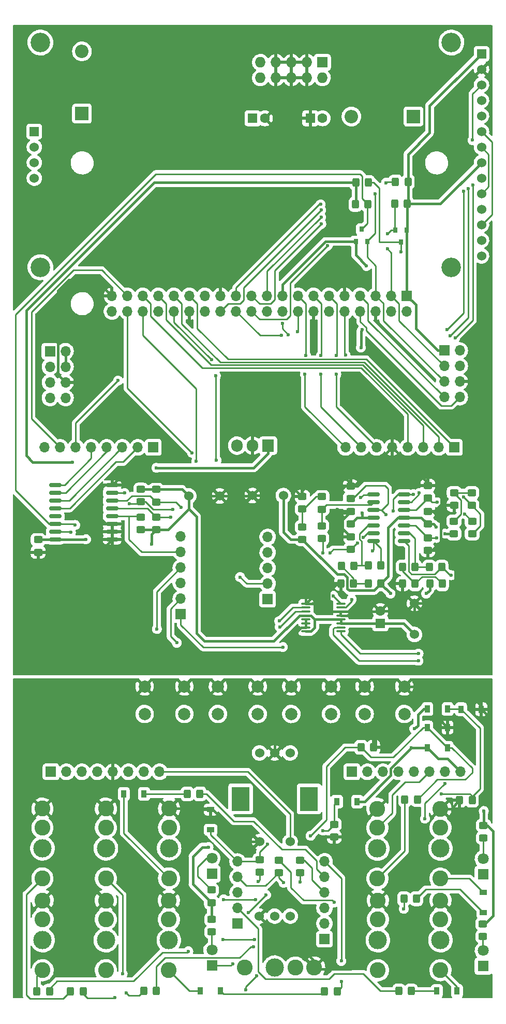
<source format=gbr>
%TF.GenerationSoftware,KiCad,Pcbnew,(5.99.0-9544-g366189b864)*%
%TF.CreationDate,2021-03-13T12:07:28+00:00*%
%TF.ProjectId,europi_main_v2,6575726f-7069-45f6-9d61-696e5f76322e,2.0*%
%TF.SameCoordinates,Original*%
%TF.FileFunction,Copper,L1,Top*%
%TF.FilePolarity,Positive*%
%FSLAX46Y46*%
G04 Gerber Fmt 4.6, Leading zero omitted, Abs format (unit mm)*
G04 Created by KiCad (PCBNEW (5.99.0-9544-g366189b864)) date 2021-03-13 12:07:28*
%MOMM*%
%LPD*%
G01*
G04 APERTURE LIST*
G04 Aperture macros list*
%AMRoundRect*
0 Rectangle with rounded corners*
0 $1 Rounding radius*
0 $2 $3 $4 $5 $6 $7 $8 $9 X,Y pos of 4 corners*
0 Add a 4 corners polygon primitive as box body*
4,1,4,$2,$3,$4,$5,$6,$7,$8,$9,$2,$3,0*
0 Add four circle primitives for the rounded corners*
1,1,$1+$1,$2,$3*
1,1,$1+$1,$4,$5*
1,1,$1+$1,$6,$7*
1,1,$1+$1,$8,$9*
0 Add four rect primitives between the rounded corners*
20,1,$1+$1,$2,$3,$4,$5,0*
20,1,$1+$1,$4,$5,$6,$7,0*
20,1,$1+$1,$6,$7,$8,$9,0*
20,1,$1+$1,$8,$9,$2,$3,0*%
G04 Aperture macros list end*
%TA.AperFunction,ComponentPad*%
%ADD10R,1.600000X1.600000*%
%TD*%
%TA.AperFunction,ComponentPad*%
%ADD11C,1.600000*%
%TD*%
%TA.AperFunction,SMDPad,CuDef*%
%ADD12RoundRect,0.250000X0.450000X-0.325000X0.450000X0.325000X-0.450000X0.325000X-0.450000X-0.325000X0*%
%TD*%
%TA.AperFunction,ComponentPad*%
%ADD13R,2.200000X2.200000*%
%TD*%
%TA.AperFunction,ComponentPad*%
%ADD14O,2.200000X2.200000*%
%TD*%
%TA.AperFunction,ComponentPad*%
%ADD15R,1.800000X1.800000*%
%TD*%
%TA.AperFunction,ComponentPad*%
%ADD16C,1.800000*%
%TD*%
%TA.AperFunction,SMDPad,CuDef*%
%ADD17R,0.900000X1.200000*%
%TD*%
%TA.AperFunction,SMDPad,CuDef*%
%ADD18R,1.200000X0.900000*%
%TD*%
%TA.AperFunction,ComponentPad*%
%ADD19R,1.727200X1.727200*%
%TD*%
%TA.AperFunction,ComponentPad*%
%ADD20O,1.727200X1.727200*%
%TD*%
%TA.AperFunction,ComponentPad*%
%ADD21C,3.000000*%
%TD*%
%TA.AperFunction,ComponentPad*%
%ADD22C,2.600000*%
%TD*%
%TA.AperFunction,ComponentPad*%
%ADD23R,1.700000X1.700000*%
%TD*%
%TA.AperFunction,ComponentPad*%
%ADD24O,1.700000X1.700000*%
%TD*%
%TA.AperFunction,SMDPad,CuDef*%
%ADD25R,0.800000X0.900000*%
%TD*%
%TA.AperFunction,SMDPad,CuDef*%
%ADD26RoundRect,0.250000X0.325000X0.450000X-0.325000X0.450000X-0.325000X-0.450000X0.325000X-0.450000X0*%
%TD*%
%TA.AperFunction,SMDPad,CuDef*%
%ADD27RoundRect,0.250000X-0.325000X-0.450000X0.325000X-0.450000X0.325000X0.450000X-0.325000X0.450000X0*%
%TD*%
%TA.AperFunction,SMDPad,CuDef*%
%ADD28RoundRect,0.250000X-0.450000X0.325000X-0.450000X-0.325000X0.450000X-0.325000X0.450000X0.325000X0*%
%TD*%
%TA.AperFunction,ComponentPad*%
%ADD29C,1.524000*%
%TD*%
%TA.AperFunction,WasherPad*%
%ADD30R,3.000000X4.000000*%
%TD*%
%TA.AperFunction,ComponentPad*%
%ADD31C,2.000000*%
%TD*%
%TA.AperFunction,SMDPad,CuDef*%
%ADD32RoundRect,0.150000X0.875000X0.150000X-0.875000X0.150000X-0.875000X-0.150000X0.875000X-0.150000X0*%
%TD*%
%TA.AperFunction,SMDPad,CuDef*%
%ADD33RoundRect,0.150000X0.825000X0.150000X-0.825000X0.150000X-0.825000X-0.150000X0.825000X-0.150000X0*%
%TD*%
%TA.AperFunction,ComponentPad*%
%ADD34R,1.905000X2.000000*%
%TD*%
%TA.AperFunction,ComponentPad*%
%ADD35O,1.905000X2.000000*%
%TD*%
%TA.AperFunction,SMDPad,CuDef*%
%ADD36RoundRect,0.100000X0.637500X0.100000X-0.637500X0.100000X-0.637500X-0.100000X0.637500X-0.100000X0*%
%TD*%
%TA.AperFunction,ComponentPad*%
%ADD37C,3.200000*%
%TD*%
%TA.AperFunction,ComponentPad*%
%ADD38R,1.524000X1.524000*%
%TD*%
%TA.AperFunction,ViaPad*%
%ADD39C,0.600000*%
%TD*%
%TA.AperFunction,Conductor*%
%ADD40C,0.400000*%
%TD*%
%TA.AperFunction,Conductor*%
%ADD41C,0.250000*%
%TD*%
G04 APERTURE END LIST*
D10*
%TO.P,C1,1*%
%TO.N,+12V*%
X62254888Y-33230000D03*
D11*
%TO.P,C1,2*%
%TO.N,GND*%
X64254888Y-33230000D03*
%TD*%
D10*
%TO.P,C2,1*%
%TO.N,GND*%
X71700000Y-33230000D03*
D11*
%TO.P,C2,2*%
%TO.N,-12V*%
X73700000Y-33230000D03*
%TD*%
D10*
%TO.P,C5,1*%
%TO.N,+5V*%
X83160000Y-115755113D03*
D11*
%TO.P,C5,2*%
%TO.N,GND*%
X83160000Y-113755113D03*
%TD*%
D12*
%TO.P,C11,1*%
%TO.N,GND*%
X27150000Y-104125000D03*
%TO.P,C11,2*%
%TO.N,+5V*%
X27150000Y-102075000D03*
%TD*%
D13*
%TO.P,D1,1,K*%
%TO.N,+12V*%
X34320000Y-32460000D03*
D14*
%TO.P,D1,2,A*%
%TO.N,Net-(D1-Pad2)*%
X34320000Y-22300000D03*
%TD*%
D13*
%TO.P,D2,1,K*%
%TO.N,Net-(D2-Pad1)*%
X88580000Y-32940000D03*
D14*
%TO.P,D2,2,A*%
%TO.N,-12V*%
X78420000Y-32940000D03*
%TD*%
D15*
%TO.P,D3,1,K*%
%TO.N,P4_2*%
X55590000Y-156680000D03*
D16*
%TO.P,D3,2,A*%
%TO.N,Net-(D3-Pad2)*%
X55590000Y-154140000D03*
%TD*%
D15*
%TO.P,D4,1,K*%
%TO.N,P4_3*%
X55590000Y-171680000D03*
D16*
%TO.P,D4,2,A*%
%TO.N,Net-(D4-Pad2)*%
X55590000Y-169140000D03*
%TD*%
D15*
%TO.P,D5,1,K*%
%TO.N,P4_4*%
X100000000Y-156750000D03*
D16*
%TO.P,D5,2,A*%
%TO.N,Net-(D5-Pad2)*%
X100000000Y-154210000D03*
%TD*%
D15*
%TO.P,D6,1,K*%
%TO.N,P4_5*%
X100000000Y-171750000D03*
D16*
%TO.P,D6,2,A*%
%TO.N,Net-(D6-Pad2)*%
X100000000Y-169210000D03*
%TD*%
D17*
%TO.P,D7,1,K*%
%TO.N,+3V3*%
X90840000Y-136080000D03*
%TO.P,D7,2,A*%
%TO.N,P3_1*%
X94140000Y-136080000D03*
%TD*%
%TO.P,D8,1,K*%
%TO.N,P3_1*%
X90850000Y-132750000D03*
%TO.P,D8,2,A*%
%TO.N,GND*%
X94150000Y-132750000D03*
%TD*%
%TO.P,D9,1,K*%
%TO.N,+3V3*%
X90850000Y-129750000D03*
%TO.P,D9,2,A*%
%TO.N,P3_2*%
X94150000Y-129750000D03*
%TD*%
%TO.P,D10,1,K*%
%TO.N,P3_2*%
X96370000Y-129780000D03*
%TO.P,D10,2,A*%
%TO.N,GND*%
X99670000Y-129780000D03*
%TD*%
%TO.P,D11,1,K*%
%TO.N,Net-(D11-Pad1)*%
X41180000Y-143620000D03*
%TO.P,D11,2,A*%
%TO.N,Net-(D11-Pad2)*%
X44480000Y-143620000D03*
%TD*%
%TO.P,D12,1,K*%
%TO.N,Net-(D12-Pad1)*%
X53700000Y-175780000D03*
%TO.P,D12,2,A*%
%TO.N,Net-(D12-Pad2)*%
X57000000Y-175780000D03*
%TD*%
D18*
%TO.P,D13,1,K*%
%TO.N,Net-(D13-Pad1)*%
X100010000Y-159730000D03*
%TO.P,D13,2,A*%
%TO.N,Net-(D13-Pad2)*%
X100010000Y-163030000D03*
%TD*%
D17*
%TO.P,D14,1,K*%
%TO.N,Net-(D14-Pad1)*%
X95700000Y-175820000D03*
%TO.P,D14,2,A*%
%TO.N,Net-(D14-Pad2)*%
X92400000Y-175820000D03*
%TD*%
D19*
%TO.P,Eurorack1,1,P1*%
%TO.N,Net-(D2-Pad1)*%
X73680000Y-24080000D03*
D20*
%TO.P,Eurorack1,2,P2*%
X73680000Y-26620000D03*
%TO.P,Eurorack1,3,P3*%
%TO.N,GND*%
X71140000Y-24080000D03*
%TO.P,Eurorack1,4,P4*%
X71140000Y-26620000D03*
%TO.P,Eurorack1,5,P5*%
X68600000Y-24080000D03*
%TO.P,Eurorack1,6,P6*%
X68600000Y-26620000D03*
%TO.P,Eurorack1,7,P7*%
X66060000Y-24080000D03*
%TO.P,Eurorack1,8,P8*%
X66060000Y-26620000D03*
%TO.P,Eurorack1,9,P9*%
%TO.N,Net-(D1-Pad2)*%
X63520000Y-24080000D03*
%TO.P,Eurorack1,10,P10*%
X63520000Y-26620000D03*
%TD*%
D21*
%TO.P,J1,*%
%TO.N,*%
X27850000Y-152500000D03*
D22*
%TO.P,J1,1,S*%
%TO.N,GND*%
X27850000Y-146020000D03*
%TO.P,J1,2,NC*%
%TO.N,unconnected-(J1-Pad2)*%
X27850000Y-149120000D03*
%TO.P,J1,3,T*%
%TO.N,Net-(J1-Pad3)*%
X27850000Y-157420000D03*
%TD*%
D21*
%TO.P,J2,*%
%TO.N,*%
X38240000Y-152500000D03*
D22*
%TO.P,J2,1,S*%
%TO.N,GND*%
X38240000Y-146020000D03*
%TO.P,J2,2,NC*%
%TO.N,unconnected-(J2-Pad2)*%
X38240000Y-149120000D03*
%TO.P,J2,3,T*%
%TO.N,Net-(J2-Pad3)*%
X38240000Y-157420000D03*
%TD*%
D21*
%TO.P,J3,*%
%TO.N,*%
X48580000Y-152500000D03*
D22*
%TO.P,J3,1,S*%
%TO.N,GND*%
X48580000Y-146020000D03*
%TO.P,J3,2,NC*%
%TO.N,unconnected-(J3-Pad2)*%
X48580000Y-149120000D03*
%TO.P,J3,3,T*%
%TO.N,Net-(D11-Pad1)*%
X48580000Y-157420000D03*
%TD*%
D21*
%TO.P,J4,*%
%TO.N,*%
X48550000Y-167520000D03*
D22*
%TO.P,J4,1,S*%
%TO.N,GND*%
X48550000Y-161040000D03*
%TO.P,J4,2,NC*%
%TO.N,unconnected-(J4-Pad2)*%
X48550000Y-164140000D03*
%TO.P,J4,3,T*%
%TO.N,Net-(D12-Pad1)*%
X48550000Y-172440000D03*
%TD*%
D21*
%TO.P,J5,*%
%TO.N,*%
X82670000Y-152530000D03*
D22*
%TO.P,J5,1,S*%
%TO.N,GND*%
X82670000Y-146050000D03*
%TO.P,J5,2,NC*%
%TO.N,P4_6*%
X82670000Y-149150000D03*
%TO.P,J5,3,T*%
%TO.N,Net-(J5-Pad3)*%
X82670000Y-157450000D03*
%TD*%
D21*
%TO.P,J6,*%
%TO.N,*%
X82753200Y-167505900D03*
D22*
%TO.P,J6,1,S*%
%TO.N,GND*%
X82753200Y-161025900D03*
%TO.P,J6,2,NC*%
%TO.N,unconnected-(J6-Pad2)*%
X82753200Y-164125900D03*
%TO.P,J6,3,T*%
%TO.N,Net-(J6-Pad3)*%
X82753200Y-172425900D03*
%TD*%
D21*
%TO.P,J7,*%
%TO.N,*%
X93000000Y-152530000D03*
D22*
%TO.P,J7,1,S*%
%TO.N,GND*%
X93000000Y-146050000D03*
%TO.P,J7,2,NC*%
%TO.N,unconnected-(J7-Pad2)*%
X93000000Y-149150000D03*
%TO.P,J7,3,T*%
%TO.N,Net-(D13-Pad1)*%
X93000000Y-157450000D03*
%TD*%
D21*
%TO.P,J8,*%
%TO.N,*%
X93000000Y-167500000D03*
D22*
%TO.P,J8,1,S*%
%TO.N,GND*%
X93000000Y-161020000D03*
%TO.P,J8,2,NC*%
%TO.N,unconnected-(J8-Pad2)*%
X93000000Y-164120000D03*
%TO.P,J8,3,T*%
%TO.N,Net-(D14-Pad1)*%
X93000000Y-172420000D03*
%TD*%
D23*
%TO.P,Pi1,1,Pin_1*%
%TO.N,+3V3*%
X87485000Y-62245000D03*
D24*
%TO.P,Pi1,2,Pin_2*%
%TO.N,Pi_5v*%
X87485000Y-64785000D03*
%TO.P,Pi1,3,Pin_3*%
%TO.N,SDA_LV*%
X84945000Y-62245000D03*
%TO.P,Pi1,4,Pin_4*%
%TO.N,Pi_5v*%
X84945000Y-64785000D03*
%TO.P,Pi1,5,Pin_5*%
%TO.N,SCL_LV*%
X82405000Y-62245000D03*
%TO.P,Pi1,6,Pin_6*%
%TO.N,GND*%
X82405000Y-64785000D03*
%TO.P,Pi1,7,Pin_7*%
%TO.N,IRQ_1*%
X79865000Y-62245000D03*
%TO.P,Pi1,8,Pin_8*%
%TO.N,IRQ_2*%
X79865000Y-64785000D03*
%TO.P,Pi1,9,Pin_9*%
%TO.N,GND*%
X77325000Y-62245000D03*
%TO.P,Pi1,10,Pin_10*%
%TO.N,CLK_OUT*%
X77325000Y-64785000D03*
%TO.P,Pi1,11,Pin_11*%
%TO.N,ENC_A*%
X74785000Y-62245000D03*
%TO.P,Pi1,12,Pin_12*%
%TO.N,unconnected-(Pi1-Pad12)*%
X74785000Y-64785000D03*
%TO.P,Pi1,13,Pin_13*%
%TO.N,ENC_B*%
X72245000Y-62245000D03*
%TO.P,Pi1,14,Pin_14*%
%TO.N,GND*%
X72245000Y-64785000D03*
%TO.P,Pi1,15,Pin_15*%
%TO.N,ENC_SW*%
X69705000Y-62245000D03*
%TO.P,Pi1,16,Pin_16*%
%TO.N,RESET*%
X69705000Y-64785000D03*
%TO.P,Pi1,17,Pin_17*%
%TO.N,+3V3*%
X67165000Y-62245000D03*
%TO.P,Pi1,18,Pin_18*%
%TO.N,DC*%
X67165000Y-64785000D03*
%TO.P,Pi1,19,Pin_19*%
%TO.N,SPI_MOSI*%
X64625000Y-62245000D03*
%TO.P,Pi1,20,Pin_20*%
%TO.N,GND*%
X64625000Y-64785000D03*
%TO.P,Pi1,21,Pin_21*%
%TO.N,SPI_MISO*%
X62085000Y-62245000D03*
%TO.P,Pi1,22,Pin_22*%
%TO.N,T_IRQ*%
X62085000Y-64785000D03*
%TO.P,Pi1,23,Pin_23*%
%TO.N,SPI_CLK*%
X59545000Y-62245000D03*
%TO.P,Pi1,24,Pin_24*%
%TO.N,SPI_CE0*%
X59545000Y-64785000D03*
%TO.P,Pi1,25,Pin_25*%
%TO.N,GND*%
X57005000Y-62245000D03*
%TO.P,Pi1,26,Pin_26*%
%TO.N,SPI_CE1*%
X57005000Y-64785000D03*
%TO.P,Pi1,27,Pin_27*%
%TO.N,unconnected-(Pi1-Pad27)*%
X54465000Y-62245000D03*
%TO.P,Pi1,28,Pin_28*%
%TO.N,unconnected-(Pi1-Pad28)*%
X54465000Y-64785000D03*
%TO.P,Pi1,29,Pin_29*%
%TO.N,GPIO_5*%
X51925000Y-62245000D03*
%TO.P,Pi1,30,Pin_30*%
%TO.N,GND*%
X51925000Y-64785000D03*
%TO.P,Pi1,31,Pin_31*%
%TO.N,GPIO_6*%
X49385000Y-62245000D03*
%TO.P,Pi1,32,Pin_32*%
%TO.N,GPIO_12*%
X49385000Y-64785000D03*
%TO.P,Pi1,33,Pin_33*%
%TO.N,GPIO_13*%
X46845000Y-62245000D03*
%TO.P,Pi1,34,Pin_34*%
%TO.N,GND*%
X46845000Y-64785000D03*
%TO.P,Pi1,35,Pin_35*%
%TO.N,GPIO_19*%
X44305000Y-62245000D03*
%TO.P,Pi1,36,Pin_36*%
%TO.N,GPIO_16*%
X44305000Y-64785000D03*
%TO.P,Pi1,37,Pin_37*%
%TO.N,GPIO_26*%
X41765000Y-62245000D03*
%TO.P,Pi1,38,Pin_38*%
%TO.N,GPIO_20*%
X41765000Y-64785000D03*
%TO.P,Pi1,39,Pin_39*%
%TO.N,GND*%
X39225000Y-62245000D03*
%TO.P,Pi1,40,Pin_40*%
%TO.N,unconnected-(Pi1-Pad40)*%
X39225000Y-64785000D03*
%TD*%
D25*
%TO.P,Q1,1,G*%
%TO.N,+3V3*%
X87460000Y-51480000D03*
%TO.P,Q1,2,S*%
%TO.N,SDA_LV*%
X85560000Y-51480000D03*
%TO.P,Q1,3,D*%
%TO.N,SDA_HV*%
X86510000Y-53480000D03*
%TD*%
%TO.P,Q2,1,G*%
%TO.N,+3V3*%
X79120000Y-53370000D03*
%TO.P,Q2,2,S*%
%TO.N,SCL_LV*%
X81020000Y-53370000D03*
%TO.P,Q2,3,D*%
%TO.N,SCL_HV*%
X80070000Y-51370000D03*
%TD*%
D26*
%TO.P,R1,1*%
%TO.N,+3V3*%
X87535000Y-47220000D03*
%TO.P,R1,2*%
%TO.N,SDA_LV*%
X85485000Y-47220000D03*
%TD*%
D27*
%TO.P,R2,1*%
%TO.N,+5V*%
X79155000Y-43730000D03*
%TO.P,R2,2*%
%TO.N,SDA_HV*%
X81205000Y-43730000D03*
%TD*%
D26*
%TO.P,R3,1*%
%TO.N,+3V3*%
X87685000Y-43620000D03*
%TO.P,R3,2*%
%TO.N,SCL_LV*%
X85635000Y-43620000D03*
%TD*%
D27*
%TO.P,R4,1*%
%TO.N,+5V*%
X79045000Y-47290000D03*
%TO.P,R4,2*%
%TO.N,SCL_HV*%
X81095000Y-47290000D03*
%TD*%
D28*
%TO.P,R5,1*%
%TO.N,GPout2*%
X46490000Y-98385000D03*
%TO.P,R5,2*%
%TO.N,+5V*%
X46490000Y-100435000D03*
%TD*%
D12*
%TO.P,R6,1*%
%TO.N,GPout3*%
X46460000Y-95925000D03*
%TO.P,R6,2*%
%TO.N,+5V*%
X46460000Y-93875000D03*
%TD*%
D28*
%TO.P,R8,1*%
%TO.N,GPout1*%
X43910000Y-98375000D03*
%TO.P,R8,2*%
%TO.N,+5V*%
X43910000Y-100425000D03*
%TD*%
D12*
%TO.P,R12,1*%
%TO.N,GPout4*%
X43950000Y-95905000D03*
%TO.P,R12,2*%
%TO.N,+5V*%
X43950000Y-93855000D03*
%TD*%
D28*
%TO.P,R17,1*%
%TO.N,Net-(D3-Pad2)*%
X55510000Y-159315000D03*
%TO.P,R17,2*%
%TO.N,+5V*%
X55510000Y-161365000D03*
%TD*%
D12*
%TO.P,R18,1*%
%TO.N,Net-(D4-Pad2)*%
X55570000Y-166175000D03*
%TO.P,R18,2*%
%TO.N,+5V*%
X55570000Y-164125000D03*
%TD*%
%TO.P,R19,1*%
%TO.N,Net-(D5-Pad2)*%
X100030000Y-150825000D03*
%TO.P,R19,2*%
%TO.N,+5V*%
X100030000Y-148775000D03*
%TD*%
%TO.P,R20,1*%
%TO.N,Net-(D6-Pad2)*%
X99940000Y-166905000D03*
%TO.P,R20,2*%
%TO.N,+5V*%
X99940000Y-164855000D03*
%TD*%
D27*
%TO.P,R21,1*%
%TO.N,Net-(D11-Pad2)*%
X51565000Y-143620000D03*
%TO.P,R21,2*%
%TO.N,P2_5*%
X53615000Y-143620000D03*
%TD*%
%TO.P,R22,1*%
%TO.N,Net-(D12-Pad2)*%
X74035000Y-175870000D03*
%TO.P,R22,2*%
%TO.N,P2_6*%
X76085000Y-175870000D03*
%TD*%
D26*
%TO.P,R23,1*%
%TO.N,Net-(D13-Pad2)*%
X89070000Y-160740000D03*
%TO.P,R23,2*%
%TO.N,P2_7*%
X87020000Y-160740000D03*
%TD*%
%TO.P,R24,1*%
%TO.N,Net-(D14-Pad2)*%
X88225000Y-175820000D03*
%TO.P,R24,2*%
%TO.N,P2_8*%
X86175000Y-175820000D03*
%TD*%
%TO.P,R25,1*%
%TO.N,GND*%
X82025000Y-136000000D03*
%TO.P,R25,2*%
%TO.N,P3_1*%
X79975000Y-136000000D03*
%TD*%
D27*
%TO.P,R26,1*%
%TO.N,GND*%
X96125000Y-144650000D03*
%TO.P,R26,2*%
%TO.N,P3_2*%
X98175000Y-144650000D03*
%TD*%
%TO.P,R27,1*%
%TO.N,Net-(J1-Pad3)*%
X32465000Y-175850000D03*
%TO.P,R27,2*%
%TO.N,P2_1*%
X34515000Y-175850000D03*
%TD*%
%TO.P,R28,1*%
%TO.N,Net-(J2-Pad3)*%
X44460000Y-175780000D03*
%TO.P,R28,2*%
%TO.N,P2_2*%
X46510000Y-175780000D03*
%TD*%
%TO.P,R29,1*%
%TO.N,Net-(J5-Pad3)*%
X87155000Y-144540000D03*
%TO.P,R29,2*%
%TO.N,P3_1*%
X89205000Y-144540000D03*
%TD*%
D28*
%TO.P,R30,1*%
%TO.N,Net-(J6-Pad3)*%
X66510000Y-154415000D03*
%TO.P,R30,2*%
%TO.N,P3_2*%
X66510000Y-156465000D03*
%TD*%
D29*
%TO.P,SW1,1,A*%
%TO.N,unconnected-(SW1-Pad1)*%
X68400000Y-163580000D03*
%TO.P,SW1,2,B*%
%TO.N,P4_7*%
X65860000Y-163580000D03*
%TO.P,SW1,3,C*%
%TO.N,GND*%
X63320000Y-163580000D03*
%TD*%
D30*
%TO.P,SW3,*%
%TO.N,*%
X71485000Y-144425000D03*
X60285000Y-144425000D03*
D29*
%TO.P,SW3,1,A*%
%TO.N,P6_6*%
X68385000Y-136925000D03*
%TO.P,SW3,2,C*%
%TO.N,GND*%
X65885000Y-136925000D03*
%TO.P,SW3,3,B*%
%TO.N,P6_7*%
X63385000Y-136925000D03*
%TO.P,SW3,4,S1*%
%TO.N,P6_8*%
X68385000Y-151425000D03*
%TO.P,SW3,5,S2*%
%TO.N,GND*%
X63385000Y-151425000D03*
%TD*%
D31*
%TO.P,SW4,1,1*%
%TO.N,P6_1*%
X51080000Y-130550000D03*
X44580000Y-130550000D03*
%TO.P,SW4,2,2*%
%TO.N,GND*%
X44580000Y-126050000D03*
X51080000Y-126050000D03*
%TD*%
%TO.P,SW5,1,1*%
%TO.N,P6_2*%
X63080000Y-130550000D03*
X56580000Y-130550000D03*
%TO.P,SW5,2,2*%
%TO.N,GND*%
X56580000Y-126050000D03*
X63080000Y-126050000D03*
%TD*%
%TO.P,SW6,1,1*%
%TO.N,P6_3*%
X75080000Y-130550000D03*
X68580000Y-130550000D03*
%TO.P,SW6,2,2*%
%TO.N,GND*%
X68580000Y-126050000D03*
X75080000Y-126050000D03*
%TD*%
%TO.P,SW7,1,1*%
%TO.N,P6_4*%
X87080000Y-130550000D03*
X80580000Y-130550000D03*
%TO.P,SW7,2,2*%
%TO.N,GND*%
X87080000Y-126050000D03*
X80580000Y-126050000D03*
%TD*%
D32*
%TO.P,PCF8574A1,1,A0*%
%TO.N,GND*%
X39260000Y-102055000D03*
%TO.P,PCF8574A1,2,A1*%
X39260000Y-100785000D03*
%TO.P,PCF8574A1,3,A2*%
X39260000Y-99515000D03*
%TO.P,PCF8574A1,4,P0*%
%TO.N,GPout1*%
X39260000Y-98245000D03*
%TO.P,PCF8574A1,5,P1*%
%TO.N,GPout2*%
X39260000Y-96975000D03*
%TO.P,PCF8574A1,6,P2*%
%TO.N,GPout3*%
X39260000Y-95705000D03*
%TO.P,PCF8574A1,7,P3*%
%TO.N,GPout4*%
X39260000Y-94435000D03*
%TO.P,PCF8574A1,8,VSS*%
%TO.N,GND*%
X39260000Y-93165000D03*
%TO.P,PCF8574A1,9,P4*%
%TO.N,GPout8*%
X29960000Y-93165000D03*
%TO.P,PCF8574A1,10,P5*%
%TO.N,GPout7*%
X29960000Y-94435000D03*
%TO.P,PCF8574A1,11,P6*%
%TO.N,GPout6*%
X29960000Y-95705000D03*
%TO.P,PCF8574A1,12,P7*%
%TO.N,GPout5*%
X29960000Y-96975000D03*
%TO.P,PCF8574A1,13,~INT~*%
%TO.N,unconnected-(PCF8574A1-Pad13)*%
X29960000Y-98245000D03*
%TO.P,PCF8574A1,14,SCL*%
%TO.N,SCL_HV*%
X29960000Y-99515000D03*
%TO.P,PCF8574A1,15,SDA*%
%TO.N,SDA_HV*%
X29960000Y-100785000D03*
%TO.P,PCF8574A1,16,VDD*%
%TO.N,+5V*%
X29960000Y-102055000D03*
%TD*%
D12*
%TO.P,C8,1*%
%TO.N,VoutB*%
X90915000Y-95285000D03*
%TO.P,C8,2*%
%TO.N,GND*%
X90915000Y-93235000D03*
%TD*%
D28*
%TO.P,R32,1*%
%TO.N,Net-(R13-Pad1)*%
X98105000Y-94425000D03*
%TO.P,R32,2*%
%TO.N,Net-(R32-Pad2)*%
X98105000Y-96475000D03*
%TD*%
D12*
%TO.P,R40,1*%
%TO.N,Net-(J14-Pad3)*%
X70040000Y-156505000D03*
%TO.P,R40,2*%
%TO.N,P2_4*%
X70040000Y-154455000D03*
%TD*%
D21*
%TO.P,J16,*%
%TO.N,*%
X65850000Y-172000000D03*
D22*
%TO.P,J16,1,S*%
%TO.N,GND*%
X72330000Y-172000000D03*
%TO.P,J16,2,NC*%
%TO.N,unconnected-(J16-Pad2)*%
X69230000Y-172000000D03*
%TO.P,J16,3,T*%
%TO.N,Net-(J16-Pad3)*%
X60930000Y-172000000D03*
%TD*%
D17*
%TO.P,D15,1,K*%
%TO.N,+3V3*%
X79370000Y-144870000D03*
%TO.P,D15,2,A*%
%TO.N,P3_3*%
X76070000Y-144870000D03*
%TD*%
D27*
%TO.P,R37,1*%
%TO.N,Net-(R34-Pad2)*%
X81200000Y-106320000D03*
%TO.P,R37,2*%
%TO.N,DACoutD*%
X83250000Y-106320000D03*
%TD*%
D21*
%TO.P,J14,*%
%TO.N,*%
X38230000Y-167500000D03*
D22*
%TO.P,J14,1,S*%
%TO.N,GND*%
X38230000Y-161020000D03*
%TO.P,J14,2,NC*%
%TO.N,unconnected-(J14-Pad2)*%
X38230000Y-164120000D03*
%TO.P,J14,3,T*%
%TO.N,Net-(J14-Pad3)*%
X38230000Y-172420000D03*
%TD*%
D28*
%TO.P,R14,1*%
%TO.N,Net-(R10-Pad2)*%
X70395000Y-99990000D03*
%TO.P,R14,2*%
%TO.N,+12V*%
X70395000Y-102040000D03*
%TD*%
D12*
%TO.P,C10,1*%
%TO.N,VoutD*%
X78305000Y-103685000D03*
%TO.P,C10,2*%
%TO.N,GND*%
X78305000Y-101635000D03*
%TD*%
D18*
%TO.P,D16,1,K*%
%TO.N,P3_3*%
X55390000Y-149480000D03*
%TO.P,D16,2,A*%
%TO.N,GND*%
X55390000Y-146180000D03*
%TD*%
D12*
%TO.P,R41,1*%
%TO.N,GND*%
X75600000Y-150650000D03*
%TO.P,R41,2*%
%TO.N,P3_3*%
X75600000Y-148600000D03*
%TD*%
D33*
%TO.P,OPA4130,1*%
%TO.N,DACoutA*%
X87010000Y-102300000D03*
%TO.P,OPA4130,2,-*%
%TO.N,Net-(R31-Pad2)*%
X87010000Y-101030000D03*
%TO.P,OPA4130,3,+*%
%TO.N,VoutA*%
X87010000Y-99760000D03*
%TO.P,OPA4130,4,V+*%
%TO.N,+12V*%
X87010000Y-98490000D03*
%TO.P,OPA4130,5,+*%
%TO.N,VoutB*%
X87010000Y-97220000D03*
%TO.P,OPA4130,6,-*%
%TO.N,Net-(R32-Pad2)*%
X87010000Y-95950000D03*
%TO.P,OPA4130,7*%
%TO.N,DACoutB*%
X87010000Y-94680000D03*
%TO.P,OPA4130,8*%
%TO.N,DACoutC*%
X82060000Y-94680000D03*
%TO.P,OPA4130,9,-*%
%TO.N,Net-(R33-Pad2)*%
X82060000Y-95950000D03*
%TO.P,OPA4130,10,+*%
%TO.N,VoutC*%
X82060000Y-97220000D03*
%TO.P,OPA4130,11,V-*%
%TO.N,-12V*%
X82060000Y-98490000D03*
%TO.P,OPA4130,12,+*%
%TO.N,Net-(R34-Pad2)*%
X82060000Y-99760000D03*
%TO.P,OPA4130,13,-*%
%TO.N,VoutD*%
X82060000Y-101030000D03*
%TO.P,OPA4130,14*%
%TO.N,DACoutD*%
X82060000Y-102300000D03*
%TD*%
D27*
%TO.P,R31,1*%
%TO.N,Net-(R16-Pad1)*%
X86790000Y-106560000D03*
%TO.P,R31,2*%
%TO.N,Net-(R31-Pad2)*%
X88840000Y-106560000D03*
%TD*%
%TO.P,R34,1*%
%TO.N,Net-(R11-Pad2)*%
X76750000Y-106370000D03*
%TO.P,R34,2*%
%TO.N,Net-(R34-Pad2)*%
X78800000Y-106370000D03*
%TD*%
D12*
%TO.P,C12,1*%
%TO.N,+12V*%
X90915000Y-99535000D03*
%TO.P,C12,2*%
%TO.N,GND*%
X90915000Y-97485000D03*
%TD*%
%TO.P,C13,1*%
%TO.N,-12V*%
X78305000Y-99505000D03*
%TO.P,C13,2*%
%TO.N,GND*%
X78305000Y-97455000D03*
%TD*%
D29*
%TO.P,C4,1*%
%TO.N,+5V*%
X51800000Y-94940000D03*
%TO.P,C4,2*%
%TO.N,GND*%
X56880000Y-94940000D03*
%TD*%
%TO.P,C7,1*%
%TO.N,+5V*%
X88730000Y-117560000D03*
%TO.P,C7,2*%
%TO.N,GND*%
X88730000Y-112480000D03*
%TD*%
D28*
%TO.P,R33,1*%
%TO.N,Net-(R10-Pad2)*%
X73605000Y-95050000D03*
%TO.P,R33,2*%
%TO.N,Net-(R33-Pad2)*%
X73605000Y-97100000D03*
%TD*%
D12*
%TO.P,R9,1*%
%TO.N,GND*%
X95225000Y-96445000D03*
%TO.P,R9,2*%
%TO.N,Net-(R13-Pad1)*%
X95225000Y-94395000D03*
%TD*%
D28*
%TO.P,R10,1*%
%TO.N,GND*%
X70395000Y-95035000D03*
%TO.P,R10,2*%
%TO.N,Net-(R10-Pad2)*%
X70395000Y-97085000D03*
%TD*%
D27*
%TO.P,R11,1*%
%TO.N,GND*%
X76700000Y-109220000D03*
%TO.P,R11,2*%
%TO.N,Net-(R11-Pad2)*%
X78750000Y-109220000D03*
%TD*%
D28*
%TO.P,C6,1*%
%TO.N,VoutA*%
X90915000Y-101785000D03*
%TO.P,C6,2*%
%TO.N,GND*%
X90915000Y-103835000D03*
%TD*%
%TO.P,R36,1*%
%TO.N,Net-(R33-Pad2)*%
X73565000Y-99850000D03*
%TO.P,R36,2*%
%TO.N,DACoutC*%
X73565000Y-101900000D03*
%TD*%
D29*
%TO.P,C3,1*%
%TO.N,+12V*%
X67280000Y-94870000D03*
%TO.P,C3,2*%
%TO.N,GND*%
X62200000Y-94870000D03*
%TD*%
D34*
%TO.P,LM7805,1,VI*%
%TO.N,+12V*%
X64795400Y-86710400D03*
D35*
%TO.P,LM7805,2,GND*%
%TO.N,GND*%
X62255400Y-86710400D03*
%TO.P,LM7805,3,VO*%
%TO.N,+5V*%
X59715400Y-86710400D03*
%TD*%
D21*
%TO.P,J13,*%
%TO.N,*%
X27890000Y-167500000D03*
D22*
%TO.P,J13,1,S*%
%TO.N,GND*%
X27890000Y-161020000D03*
%TO.P,J13,2,NC*%
%TO.N,unconnected-(J13-Pad2)*%
X27890000Y-164120000D03*
%TO.P,J13,3,T*%
%TO.N,Net-(J13-Pad3)*%
X27890000Y-172420000D03*
%TD*%
D27*
%TO.P,R7,1*%
%TO.N,GND*%
X86800000Y-109280000D03*
%TO.P,R7,2*%
%TO.N,Net-(R16-Pad1)*%
X88850000Y-109280000D03*
%TD*%
D12*
%TO.P,R35,1*%
%TO.N,Net-(R32-Pad2)*%
X98175000Y-101140000D03*
%TO.P,R35,2*%
%TO.N,DACoutB*%
X98175000Y-99090000D03*
%TD*%
D26*
%TO.P,R38,1*%
%TO.N,DACoutA*%
X93200000Y-106550000D03*
%TO.P,R38,2*%
%TO.N,Net-(R31-Pad2)*%
X91150000Y-106550000D03*
%TD*%
D27*
%TO.P,R39,1*%
%TO.N,Net-(J13-Pad3)*%
X26955000Y-175850000D03*
%TO.P,R39,2*%
%TO.N,P2_3*%
X29005000Y-175850000D03*
%TD*%
D23*
%TO.P,J11,1,Pin_1*%
%TO.N,+3V3*%
X93600000Y-71180000D03*
D24*
%TO.P,J11,2,Pin_2*%
%TO.N,Pi_5v*%
X96140000Y-71180000D03*
%TO.P,J11,3,Pin_3*%
%TO.N,SDA_LV*%
X93600000Y-73720000D03*
%TO.P,J11,4,Pin_4*%
%TO.N,Pi_5v*%
X96140000Y-73720000D03*
%TO.P,J11,5,Pin_5*%
%TO.N,SCL_LV*%
X93600000Y-76260000D03*
%TO.P,J11,6,Pin_6*%
%TO.N,GND*%
X96140000Y-76260000D03*
%TO.P,J11,7,Pin_7*%
%TO.N,IRQ_1*%
X93600000Y-78800000D03*
%TO.P,J11,8,Pin_8*%
%TO.N,IRQ_2*%
X96140000Y-78800000D03*
%TD*%
D12*
%TO.P,R42,1*%
%TO.N,Net-(J16-Pad3)*%
X63440000Y-156425000D03*
%TO.P,R42,2*%
%TO.N,P3_3*%
X63440000Y-154375000D03*
%TD*%
%TO.P,C9,1*%
%TO.N,VoutC*%
X78275000Y-95345000D03*
%TO.P,C9,2*%
%TO.N,GND*%
X78275000Y-93295000D03*
%TD*%
D26*
%TO.P,R16,1*%
%TO.N,Net-(R16-Pad1)*%
X93280000Y-109280000D03*
%TO.P,R16,2*%
%TO.N,+12V*%
X91230000Y-109280000D03*
%TD*%
D36*
%TO.P,DAC8574,1,VoutA*%
%TO.N,VoutA*%
X76692500Y-117055000D03*
%TO.P,DAC8574,2,VoutB*%
%TO.N,VoutB*%
X76692500Y-116405000D03*
%TO.P,DAC8574,3,VrefH*%
%TO.N,+5V*%
X76692500Y-115755000D03*
%TO.P,DAC8574,4,VDD*%
X76692500Y-115105000D03*
%TO.P,DAC8574,5,VrefL*%
%TO.N,GND*%
X76692500Y-114455000D03*
%TO.P,DAC8574,6,GND*%
X76692500Y-113805000D03*
%TO.P,DAC8574,7,VoutC*%
%TO.N,VoutC*%
X76692500Y-113155000D03*
%TO.P,DAC8574,8,VoutD*%
%TO.N,VoutD*%
X76692500Y-112505000D03*
%TO.P,DAC8574,9,LDAC*%
%TO.N,GND*%
X70967500Y-112505000D03*
%TO.P,DAC8574,10,SCL*%
%TO.N,SCL_HV*%
X70967500Y-113155000D03*
%TO.P,DAC8574,11,SDA*%
%TO.N,SDA_HV*%
X70967500Y-113805000D03*
%TO.P,DAC8574,12,IOVdd*%
%TO.N,+5V*%
X70967500Y-114455000D03*
%TO.P,DAC8574,13,A0*%
%TO.N,GND*%
X70967500Y-115105000D03*
%TO.P,DAC8574,14,A1*%
X70967500Y-115755000D03*
%TO.P,DAC8574,15,A2*%
X70967500Y-116405000D03*
%TO.P,DAC8574,16,A3*%
%TO.N,+5V*%
X70967500Y-117055000D03*
%TD*%
D23*
%TO.P,J9,1,Pin_1*%
%TO.N,+3V3*%
X29085800Y-71295400D03*
D24*
%TO.P,J9,2,Pin_2*%
%TO.N,Pi_5v*%
X31625800Y-71295400D03*
%TO.P,J9,3,Pin_3*%
%TO.N,SDA_LV*%
X29085800Y-73835400D03*
%TO.P,J9,4,Pin_4*%
%TO.N,Pi_5v*%
X31625800Y-73835400D03*
%TO.P,J9,5,Pin_5*%
%TO.N,SCL_LV*%
X29085800Y-76375400D03*
%TO.P,J9,6,Pin_6*%
%TO.N,GND*%
X31625800Y-76375400D03*
%TO.P,J9,7,Pin_7*%
%TO.N,IRQ_1*%
X29085800Y-78915400D03*
%TO.P,J9,8,Pin_8*%
%TO.N,IRQ_2*%
X31625800Y-78915400D03*
%TD*%
D27*
%TO.P,R15,1*%
%TO.N,Net-(R11-Pad2)*%
X81200000Y-109270000D03*
%TO.P,R15,2*%
%TO.N,+12V*%
X83250000Y-109270000D03*
%TD*%
D28*
%TO.P,R13,1*%
%TO.N,Net-(R13-Pad1)*%
X95195000Y-99055000D03*
%TO.P,R13,2*%
%TO.N,+12V*%
X95195000Y-101105000D03*
%TD*%
D23*
%TO.P,P3,1,Pin_1*%
%TO.N,+5V*%
X46000000Y-87000000D03*
D24*
%TO.P,P3,2,Pin_2*%
%TO.N,GPout5*%
X43460000Y-87000000D03*
%TO.P,P3,3,Pin_3*%
%TO.N,GPout6*%
X40920000Y-87000000D03*
%TO.P,P3,4,Pin_4*%
%TO.N,GPout7*%
X38380000Y-87000000D03*
%TO.P,P3,5,Pin_5*%
%TO.N,GPout8*%
X35840000Y-87000000D03*
%TO.P,P3,6,Pin_6*%
%TO.N,CLK_OUT*%
X33300000Y-87000000D03*
%TO.P,P3,7,Pin_7*%
%TO.N,GPIO_26*%
X30760000Y-87000000D03*
%TO.P,P3,8,Pin_8*%
%TO.N,+3V3*%
X28220000Y-87000000D03*
%TD*%
D23*
%TO.P,P4,1,Pin_1*%
%TO.N,GPIO_5*%
X95250000Y-87000000D03*
D24*
%TO.P,P4,2,Pin_2*%
%TO.N,GPIO_6*%
X92710000Y-87000000D03*
%TO.P,P4,3,Pin_3*%
%TO.N,GPIO_13*%
X90170000Y-87000000D03*
%TO.P,P4,4,Pin_4*%
%TO.N,GPIO_19*%
X87630000Y-87000000D03*
%TO.P,P4,5,Pin_5*%
%TO.N,GND*%
X85090000Y-87000000D03*
%TO.P,P4,6,Pin_6*%
%TO.N,ENC_A*%
X82550000Y-87000000D03*
%TO.P,P4,7,Pin_7*%
%TO.N,ENC_B*%
X80010000Y-87000000D03*
%TO.P,P4,8,Pin_8*%
%TO.N,ENC_SW*%
X77470000Y-87000000D03*
%TD*%
D23*
%TO.P,P6,1,Pin_1*%
%TO.N,+5V*%
X78500000Y-140000000D03*
D24*
%TO.P,P6,2,Pin_2*%
%TO.N,P4_2*%
X81040000Y-140000000D03*
%TO.P,P6,3,Pin_3*%
%TO.N,P4_3*%
X83580000Y-140000000D03*
%TO.P,P6,4,Pin_4*%
%TO.N,P4_4*%
X86120000Y-140000000D03*
%TO.P,P6,5,Pin_5*%
%TO.N,P4_5*%
X88660000Y-140000000D03*
%TO.P,P6,6,Pin_6*%
%TO.N,P4_6*%
X91200000Y-140000000D03*
%TO.P,P6,7,Pin_7*%
%TO.N,P4_7*%
X93740000Y-140000000D03*
%TO.P,P6,8,Pin_8*%
%TO.N,+3V3*%
X96280000Y-140000000D03*
%TD*%
D23*
%TO.P,P7,1,Pin_1*%
%TO.N,P6_1*%
X29250000Y-140000000D03*
D24*
%TO.P,P7,2,Pin_2*%
%TO.N,P6_2*%
X31790000Y-140000000D03*
%TO.P,P7,3,Pin_3*%
%TO.N,P6_3*%
X34330000Y-140000000D03*
%TO.P,P7,4,Pin_4*%
%TO.N,P6_4*%
X36870000Y-140000000D03*
%TO.P,P7,5,Pin_5*%
%TO.N,GND*%
X39410000Y-140000000D03*
%TO.P,P7,6,Pin_6*%
%TO.N,P6_6*%
X41950000Y-140000000D03*
%TO.P,P7,7,Pin_7*%
%TO.N,P6_7*%
X44490000Y-140000000D03*
%TO.P,P7,8,Pin_8*%
%TO.N,P6_8*%
X47030000Y-140000000D03*
%TD*%
D23*
%TO.P,J17,1,Pin_1*%
%TO.N,DACoutA*%
X50500000Y-114280000D03*
D24*
%TO.P,J17,2,Pin_2*%
%TO.N,DACoutB*%
X50500000Y-111740000D03*
%TO.P,J17,3,Pin_3*%
%TO.N,DACoutC*%
X50500000Y-109200000D03*
%TO.P,J17,4,Pin_4*%
%TO.N,DACoutD*%
X50500000Y-106660000D03*
%TO.P,J17,5,Pin_5*%
%TO.N,GPout1*%
X50500000Y-104120000D03*
%TO.P,J17,6,Pin_6*%
%TO.N,GPout2*%
X50500000Y-101580000D03*
%TD*%
D23*
%TO.P,J18,1,Pin_1*%
%TO.N,GPout3*%
X64710000Y-111810000D03*
D24*
%TO.P,J18,2,Pin_2*%
%TO.N,GPout4*%
X64710000Y-109270000D03*
%TO.P,J18,3,Pin_3*%
%TO.N,GPIO_12*%
X64710000Y-106730000D03*
%TO.P,J18,4,Pin_4*%
%TO.N,GPIO_16*%
X64710000Y-104190000D03*
%TO.P,J18,5,Pin_5*%
%TO.N,GPIO_20*%
X64710000Y-101650000D03*
%TD*%
D37*
%TO.P,J10,*%
%TO.N,*%
X94780000Y-57570000D03*
X27520000Y-57570000D03*
X94780000Y-20850000D03*
X27520000Y-20850000D03*
D38*
%TO.P,J10,1,Pin_1*%
%TO.N,+3V3*%
X99700000Y-22700000D03*
D29*
%TO.P,J10,2,Pin_2*%
%TO.N,GND*%
X99700000Y-25240000D03*
%TO.P,J10,3,Pin_3*%
%TO.N,SPI_CE0*%
X99700000Y-27780000D03*
%TO.P,J10,4,Pin_4*%
%TO.N,RESET*%
X99700000Y-30320000D03*
%TO.P,J10,5,Pin_5*%
%TO.N,DC*%
X99700000Y-32860000D03*
%TO.P,J10,6,Pin_6*%
%TO.N,SPI_MOSI*%
X99700000Y-35400000D03*
%TO.P,J10,7,Pin_7*%
%TO.N,SPI_CLK*%
X99700000Y-37940000D03*
%TO.P,J10,8,Pin_8*%
%TO.N,+3V3*%
X99700000Y-40480000D03*
%TO.P,J10,9,Pin_9*%
%TO.N,SPI_MISO*%
X99700000Y-43020000D03*
%TO.P,J10,10,Pin_10*%
%TO.N,SPI_CLK*%
X99700000Y-45560000D03*
%TO.P,J10,11,Pin_11*%
%TO.N,SPI_CE1*%
X99700000Y-48100000D03*
%TO.P,J10,12,Pin_12*%
%TO.N,SPI_MOSI*%
X99700000Y-50640000D03*
%TO.P,J10,13,Pin_13*%
%TO.N,SPI_MISO*%
X99700000Y-53180000D03*
%TO.P,J10,14,Pin_14*%
%TO.N,T_IRQ*%
X99700000Y-55720000D03*
D38*
%TO.P,J10,15*%
%TO.N,N/C*%
X26520000Y-35400000D03*
D29*
%TO.P,J10,16*%
X26520000Y-37940000D03*
%TO.P,J10,17*%
X26520000Y-40480000D03*
%TO.P,J10,18*%
X26520000Y-43020000D03*
%TD*%
D23*
%TO.P,J19,1,Pin_1*%
%TO.N,P2_1*%
X74010000Y-167340000D03*
D24*
%TO.P,J19,2,Pin_2*%
%TO.N,P2_2*%
X74010000Y-164800000D03*
%TO.P,J19,3,Pin_3*%
%TO.N,P2_3*%
X74010000Y-162260000D03*
%TO.P,J19,4,Pin_4*%
%TO.N,P2_4*%
X74010000Y-159720000D03*
%TO.P,J19,5,Pin_5*%
%TO.N,P2_5*%
X74010000Y-157180000D03*
%TO.P,J19,6,Pin_6*%
%TO.N,P2_6*%
X74010000Y-154640000D03*
%TD*%
D23*
%TO.P,J20,1,Pin_1*%
%TO.N,P2_7*%
X59790000Y-164825000D03*
D24*
%TO.P,J20,2,Pin_2*%
%TO.N,P2_8*%
X59790000Y-162285000D03*
%TO.P,J20,3,Pin_3*%
%TO.N,P3_1*%
X59790000Y-159745000D03*
%TO.P,J20,4,Pin_4*%
%TO.N,P3_2*%
X59790000Y-157205000D03*
%TO.P,J20,5,Pin_5*%
%TO.N,P3_3*%
X59790000Y-154665000D03*
%TD*%
D39*
%TO.N,+12V*%
X90660000Y-110890000D03*
X92300000Y-99980000D03*
X46500000Y-90350000D03*
X93730000Y-101100000D03*
X84820000Y-110890000D03*
%TO.N,GND*%
X76150000Y-97170000D03*
X72183671Y-71295043D03*
X76300000Y-94690000D03*
X62240000Y-75200000D03*
%TO.N,-12V*%
X80170000Y-97710000D03*
%TO.N,+5V*%
X35000000Y-102020000D03*
X100080000Y-146400000D03*
X32800000Y-89430000D03*
X45720000Y-102770000D03*
X55040000Y-152310000D03*
%TO.N,P4_3*%
X61550000Y-163000000D03*
X59010000Y-171380000D03*
X64450000Y-160100000D03*
%TO.N,+3V3*%
X80890000Y-57360000D03*
X88710000Y-132980000D03*
X88262478Y-136080000D03*
%TO.N,P2_6*%
X76790000Y-174250000D03*
X76760000Y-170900000D03*
%TO.N,Net-(J2-Pad3)*%
X40970000Y-173020000D03*
X41540000Y-176140000D03*
%TO.N,Net-(J6-Pad3)*%
X75580000Y-161330000D03*
%TO.N,Pi_5v*%
X79977530Y-70695032D03*
X80199031Y-67754979D03*
%TO.N,SDA_LV*%
X84310000Y-54590000D03*
X84330000Y-52060000D03*
%TO.N,SCL_LV*%
X82290000Y-45570000D03*
X84060000Y-43770000D03*
%TO.N,SPI_MOSI*%
X73460000Y-49390000D03*
%TO.N,SPI_CLK*%
X73380000Y-47290000D03*
%TO.N,SPI_CE0*%
X98260000Y-44120000D03*
X95380000Y-69150000D03*
X98250000Y-36800000D03*
X66970000Y-68710000D03*
%TO.N,SPI_CE1*%
X73470000Y-48220000D03*
%TO.N,DACoutA*%
X94750000Y-107880000D03*
X67190000Y-119620000D03*
%TO.N,DACoutB*%
X96970000Y-97860000D03*
X88580000Y-94640000D03*
X85240000Y-97370000D03*
X49840000Y-118910000D03*
%TO.N,GPout2*%
X48830000Y-98370000D03*
%TO.N,GPIO_12*%
X56230000Y-75310000D03*
X56320000Y-89110000D03*
X55510000Y-72660000D03*
%TO.N,GPIO_16*%
X53020000Y-89300000D03*
%TO.N,GPout3*%
X50570000Y-96770000D03*
%TO.N,GPout4*%
X60203051Y-108186949D03*
X49160000Y-97160000D03*
X41290000Y-94450000D03*
X42090000Y-96210000D03*
%TO.N,GPIO_20*%
X52340000Y-87880000D03*
%TO.N,P2_1*%
X61156317Y-175642651D03*
X39690000Y-176880000D03*
X62900000Y-173370000D03*
%TO.N,P2_2*%
X62360000Y-168610000D03*
%TO.N,P2_3*%
X51740000Y-169330000D03*
X62540000Y-167390000D03*
X57430000Y-167390000D03*
%TO.N,P2_7*%
X86980000Y-162400000D03*
%TO.N,P4_7*%
X90450000Y-147660000D03*
X93762005Y-141905010D03*
%TO.N,SDA_HV*%
X86500000Y-55070000D03*
X32510000Y-100890000D03*
X66700000Y-116320000D03*
%TO.N,SCL_HV*%
X33210000Y-99670000D03*
X66610000Y-115380000D03*
%TO.N,VoutA*%
X89410000Y-120690000D03*
X92370000Y-101790000D03*
%TO.N,VoutB*%
X92420000Y-95960000D03*
X89370000Y-121880000D03*
%TO.N,VoutC*%
X84060000Y-97970000D03*
X78460000Y-111830000D03*
%TO.N,VoutD*%
X74890000Y-104230000D03*
X79395550Y-102654450D03*
X75450000Y-111250000D03*
X80350000Y-101690000D03*
%TO.N,P3_1*%
X71730000Y-150460000D03*
%TO.N,P3_2*%
X67316949Y-158116949D03*
X93116007Y-143605032D03*
%TO.N,P3_3*%
X73780000Y-149620000D03*
X64720000Y-151830000D03*
%TO.N,T_IRQ*%
X74510000Y-54060000D03*
%TO.N,SPI_MISO*%
X73490000Y-50500000D03*
%TO.N,DC*%
X68100000Y-68570000D03*
X67130000Y-66705010D03*
X94580000Y-68790000D03*
X97530000Y-44740000D03*
%TO.N,RESET*%
X69585928Y-68090010D03*
X96794990Y-45140712D03*
X94100000Y-67730000D03*
%TO.N,Net-(J14-Pad3)*%
X57520000Y-160860000D03*
X70010000Y-158000000D03*
X62720000Y-160910000D03*
%TO.N,Net-(J16-Pad3)*%
X63150000Y-157960000D03*
%TO.N,DACoutD*%
X81870000Y-103910000D03*
X46580000Y-116680000D03*
%TO.N,DACoutC*%
X79950000Y-95190000D03*
X73730000Y-104240000D03*
%TO.N,CLK_OUT*%
X77460000Y-71920000D03*
X40240000Y-76090000D03*
%TO.N,ENC_SW*%
X70820000Y-75060000D03*
X70969176Y-71995410D03*
%TO.N,ENC_B*%
X73430336Y-71995410D03*
X73380000Y-75060000D03*
%TO.N,ENC_A*%
X75940000Y-75060000D03*
X75943939Y-71995410D03*
%TO.N,Net-(R32-Pad2)*%
X96760000Y-95130000D03*
X89520000Y-94460000D03*
%TD*%
D40*
%TO.N,+12V*%
X93730000Y-101100000D02*
X95190000Y-101100000D01*
X87010000Y-98490000D02*
X89870000Y-98490000D01*
X67280000Y-100830000D02*
X67280000Y-94870000D01*
X78040020Y-110370020D02*
X82149980Y-110370020D01*
X77720000Y-110050000D02*
X78040020Y-110370020D01*
X77720000Y-108260000D02*
X77720000Y-110050000D01*
X91230000Y-109280000D02*
X91230000Y-110320000D01*
X76115000Y-107760000D02*
X77220000Y-107760000D01*
X70395000Y-102040000D02*
X76115000Y-107760000D01*
X90915000Y-99535000D02*
X91855000Y-99535000D01*
X70395000Y-102040000D02*
X68490000Y-102040000D01*
X83250000Y-109320000D02*
X84820000Y-110890000D01*
X68490000Y-102040000D02*
X67280000Y-100830000D01*
X91230000Y-110320000D02*
X90660000Y-110890000D01*
X77220000Y-107760000D02*
X77720000Y-108260000D01*
X84430000Y-100095000D02*
X86035000Y-98490000D01*
X83250000Y-109270000D02*
X84430000Y-108090000D01*
X89870000Y-98490000D02*
X90915000Y-99535000D01*
X95190000Y-101100000D02*
X95195000Y-101105000D01*
X91855000Y-99535000D02*
X92300000Y-99980000D01*
X83250000Y-109270000D02*
X83250000Y-109320000D01*
X86035000Y-98490000D02*
X87010000Y-98490000D01*
X82149980Y-110370020D02*
X83250000Y-109270000D01*
X64790000Y-87950000D02*
X64790000Y-86750000D01*
X62390000Y-90350000D02*
X64790000Y-87950000D01*
X84430000Y-108090000D02*
X84430000Y-100095000D01*
X46500000Y-90350000D02*
X62390000Y-90350000D01*
%TO.N,GND*%
X78305000Y-97455000D02*
X77990000Y-97770000D01*
X70967500Y-115105000D02*
X70967500Y-115755000D01*
X74720000Y-113750000D02*
X73475000Y-112505000D01*
X93000000Y-146050000D02*
X94725000Y-146050000D01*
X74775000Y-113805000D02*
X76692500Y-113805000D01*
X78795000Y-93295000D02*
X78275000Y-93295000D01*
X70395000Y-95035000D02*
X70395000Y-94085000D01*
X82753200Y-161025900D02*
X85567300Y-163840000D01*
X92430000Y-127490000D02*
X97950000Y-127490000D01*
X82380000Y-127850000D02*
X80580000Y-126050000D01*
X92405000Y-93235000D02*
X93150000Y-93980000D01*
X76700000Y-109220000D02*
X76125000Y-109220000D01*
X91805000Y-97485000D02*
X93029999Y-98709999D01*
X56880000Y-94940000D02*
X62130000Y-94940000D01*
X93029999Y-101413997D02*
X93070001Y-101453999D01*
X75600000Y-150650000D02*
X78070000Y-150650000D01*
X95450001Y-110839999D02*
X95450001Y-105040001D01*
X71970000Y-122800000D02*
X90330000Y-122800000D01*
X62255400Y-75215400D02*
X62240000Y-75200000D01*
X63320000Y-163580000D02*
X68500000Y-168760000D01*
X86800000Y-110550000D02*
X88730000Y-112480000D01*
X91931002Y-97485000D02*
X91805000Y-97485000D01*
X70967500Y-116405000D02*
X70172864Y-116405000D01*
X98980000Y-146050000D02*
X100510000Y-144520000D01*
X76692500Y-114455000D02*
X77925000Y-114455000D01*
X30375789Y-61444211D02*
X32170000Y-59650000D01*
X68580000Y-119410000D02*
X71970000Y-122800000D01*
X78275000Y-92845000D02*
X78275000Y-93295000D01*
X55470000Y-94940000D02*
X56880000Y-94940000D01*
X94725000Y-146050000D02*
X96125000Y-144650000D01*
X76960000Y-98800000D02*
X78305000Y-97455000D01*
X72260000Y-92220000D02*
X77650000Y-92220000D01*
X80440000Y-163339100D02*
X82753200Y-161025900D01*
X80440000Y-170130000D02*
X80440000Y-163339100D01*
X93070001Y-101453999D02*
X93070001Y-102379999D01*
X72330000Y-172000000D02*
X72570000Y-172240000D01*
X85090000Y-87000000D02*
X90915000Y-92825000D01*
X90770000Y-116950000D02*
X88730000Y-114910000D01*
X48580000Y-146020000D02*
X55230000Y-146020000D01*
X93150000Y-93980000D02*
X93150000Y-95580000D01*
X85567300Y-163840000D02*
X90180000Y-163840000D01*
X68580000Y-117997864D02*
X68580000Y-119410000D01*
X88730000Y-114910000D02*
X88730000Y-112480000D01*
X65885000Y-128745000D02*
X68580000Y-126050000D01*
X62255400Y-86710400D02*
X62255400Y-75215400D01*
X39260000Y-100785000D02*
X39260000Y-99515000D01*
X77415000Y-93295000D02*
X78275000Y-93295000D01*
X100510000Y-130620000D02*
X99670000Y-129780000D01*
X70172864Y-116405000D02*
X68580000Y-117997864D01*
X91615000Y-103835000D02*
X90915000Y-103835000D01*
X32170000Y-59650000D02*
X36630000Y-59650000D01*
X83110113Y-113805000D02*
X83160000Y-113755113D01*
X72245000Y-64785000D02*
X72245000Y-71233714D01*
X62200000Y-94870000D02*
X63890000Y-94870000D01*
X55230000Y-146020000D02*
X55390000Y-146180000D01*
X74720000Y-113750000D02*
X74775000Y-113805000D01*
X82025000Y-136000000D02*
X82380000Y-135645000D01*
X76750000Y-97770000D02*
X76150000Y-97170000D01*
X31625800Y-76375400D02*
X30375789Y-75125389D01*
X36630000Y-59650000D02*
X39225000Y-62245000D01*
X62130000Y-94940000D02*
X62200000Y-94870000D01*
X38045000Y-93165000D02*
X39260000Y-93165000D01*
X70275000Y-95035000D02*
X70395000Y-95035000D01*
X77925000Y-114455000D02*
X78375000Y-114005000D01*
X39260000Y-99515000D02*
X38235000Y-99515000D01*
X70395000Y-94085000D02*
X72260000Y-92220000D01*
X65700000Y-93060000D02*
X68300000Y-93060000D01*
X88730000Y-112480000D02*
X93810000Y-112480000D01*
X78330000Y-172240000D02*
X80440000Y-170130000D01*
X78070000Y-150650000D02*
X82670000Y-146050000D01*
X60945000Y-151425000D02*
X63385000Y-151425000D01*
X73475000Y-112505000D02*
X70967500Y-112505000D01*
X30375789Y-75125389D02*
X30375789Y-61444211D01*
X76300000Y-94410000D02*
X77415000Y-93295000D01*
X52850000Y-92320000D02*
X55470000Y-94940000D01*
X83160000Y-113755113D02*
X87454887Y-113755113D01*
X93000000Y-146050000D02*
X98980000Y-146050000D01*
X27150000Y-104125000D02*
X37190000Y-104125000D01*
X94015000Y-96445000D02*
X95225000Y-96445000D01*
X90915000Y-92825000D02*
X90915000Y-93235000D01*
X72245000Y-71233714D02*
X72183671Y-71295043D01*
X93029999Y-98709999D02*
X93029999Y-101413997D01*
X91805000Y-97485000D02*
X90915000Y-97485000D01*
X93150000Y-96266002D02*
X91931002Y-97485000D01*
X78070000Y-156342700D02*
X82753200Y-161025900D01*
X93150000Y-95580000D02*
X93150000Y-96266002D01*
X40105000Y-92320000D02*
X52850000Y-92320000D01*
X88920020Y-126050000D02*
X90360020Y-127490000D01*
X94245000Y-103835000D02*
X90915000Y-103835000D01*
X90915000Y-93235000D02*
X92405000Y-93235000D01*
X92430000Y-131030000D02*
X94150000Y-132750000D01*
X93810000Y-112480000D02*
X95450001Y-110839999D01*
X97950000Y-127490000D02*
X99670000Y-129210000D01*
X78375000Y-113805000D02*
X83110113Y-113805000D01*
X68300000Y-93060000D02*
X70275000Y-95035000D01*
X76700000Y-109220000D02*
X74252500Y-109220000D01*
X86800000Y-109280000D02*
X86800000Y-110550000D01*
X99670000Y-129210000D02*
X99670000Y-129780000D01*
X77990000Y-97770000D02*
X76750000Y-97770000D01*
X93070001Y-102379999D02*
X91615000Y-103835000D01*
X78375000Y-114005000D02*
X78375000Y-113805000D01*
X36934989Y-98214989D02*
X36934989Y-94275011D01*
X87080000Y-126050000D02*
X88920020Y-126050000D01*
X74720000Y-110625000D02*
X74720000Y-113750000D01*
X55700000Y-146180000D02*
X60945000Y-151425000D01*
X76125000Y-109220000D02*
X74720000Y-110625000D01*
X70170000Y-168760000D02*
X72330000Y-170920000D01*
X90770000Y-122360000D02*
X90770000Y-116950000D01*
X78070000Y-150650000D02*
X78070000Y-156342700D01*
X76692500Y-113805000D02*
X78375000Y-113805000D01*
X77650000Y-92220000D02*
X78275000Y-92845000D01*
X36934989Y-94275011D02*
X38045000Y-93165000D01*
X72570000Y-172240000D02*
X78330000Y-172240000D01*
X55390000Y-146180000D02*
X55700000Y-146180000D01*
X76960000Y-100290000D02*
X76960000Y-98800000D01*
X87454887Y-113755113D02*
X88730000Y-112480000D01*
X68500000Y-168760000D02*
X70170000Y-168760000D01*
X78305000Y-101635000D02*
X76960000Y-100290000D01*
X90360020Y-127490000D02*
X92430000Y-127490000D01*
X93150000Y-95580000D02*
X94015000Y-96445000D01*
X63890000Y-94870000D02*
X65700000Y-93060000D01*
X76300000Y-94690000D02*
X76300000Y-94410000D01*
X70967500Y-115755000D02*
X70967500Y-116405000D01*
X37190000Y-104125000D02*
X39260000Y-102055000D01*
X65885000Y-136925000D02*
X65885000Y-128745000D01*
X39260000Y-93165000D02*
X40105000Y-92320000D01*
X100510000Y-144520000D02*
X100510000Y-130620000D01*
X95450001Y-105040001D02*
X94245000Y-103835000D01*
X92430000Y-127490000D02*
X92430000Y-131030000D01*
X39410000Y-140000000D02*
X39410000Y-131220000D01*
X39260000Y-102055000D02*
X39260000Y-100785000D01*
X85090000Y-87000000D02*
X78795000Y-93295000D01*
X82380000Y-135645000D02*
X82380000Y-127850000D01*
X38235000Y-99515000D02*
X36934989Y-98214989D01*
X90180000Y-163840000D02*
X93000000Y-161020000D01*
X39410000Y-131220000D02*
X44580000Y-126050000D01*
X74252500Y-109220000D02*
X70967500Y-112505000D01*
X90330000Y-122800000D02*
X90770000Y-122360000D01*
%TO.N,-12V*%
X80170000Y-98490000D02*
X80170000Y-97710000D01*
X79320000Y-98490000D02*
X80170000Y-98490000D01*
X80170000Y-98490000D02*
X82060000Y-98490000D01*
X78305000Y-99505000D02*
X79320000Y-98490000D01*
%TO.N,+5V*%
X101560000Y-163550000D02*
X100255000Y-164855000D01*
X78450000Y-140000000D02*
X78360000Y-139910000D01*
X83159887Y-115755000D02*
X83160000Y-115755113D01*
X71762136Y-117055000D02*
X72412136Y-116405000D01*
X101560000Y-149700000D02*
X101560000Y-163550000D01*
X53080000Y-117390000D02*
X54330000Y-118640000D01*
X50735000Y-93875000D02*
X51800000Y-94940000D01*
X78500000Y-140000000D02*
X78450000Y-140000000D01*
X27150000Y-102075000D02*
X29940000Y-102075000D01*
X100635000Y-148775000D02*
X101560000Y-149700000D01*
X25220000Y-88370000D02*
X26280000Y-89430000D01*
X100255000Y-164855000D02*
X99940000Y-164855000D01*
X43910000Y-100425000D02*
X46480000Y-100425000D01*
X45720000Y-102770000D02*
X45720000Y-101205000D01*
X45720000Y-101205000D02*
X46490000Y-100435000D01*
X34965000Y-102055000D02*
X35000000Y-102020000D01*
X79155000Y-47180000D02*
X79045000Y-47290000D01*
X100030000Y-148775000D02*
X100635000Y-148775000D01*
X86925113Y-115755113D02*
X88730000Y-117560000D01*
X46440000Y-93855000D02*
X46460000Y-93875000D01*
X43950000Y-93855000D02*
X46440000Y-93855000D01*
X55510000Y-161365000D02*
X55510000Y-164065000D01*
X70967500Y-117055000D02*
X71762136Y-117055000D01*
X29960000Y-102055000D02*
X34965000Y-102055000D01*
X76692500Y-115755000D02*
X83159887Y-115755000D01*
X100080000Y-148725000D02*
X100030000Y-148775000D01*
X79155000Y-43730000D02*
X46150000Y-43730000D01*
X46150000Y-43730000D02*
X25220000Y-64660000D01*
X46480000Y-100425000D02*
X46490000Y-100435000D01*
X52480000Y-158335000D02*
X52480000Y-153830000D01*
X52480000Y-153830000D02*
X54000000Y-152310000D01*
X51800000Y-97040000D02*
X51800000Y-94940000D01*
X69895000Y-114455000D02*
X70967500Y-114455000D01*
X79155000Y-43730000D02*
X79155000Y-47180000D01*
X72412136Y-116405000D02*
X72412136Y-115105000D01*
X51800000Y-97040000D02*
X53080000Y-98320000D01*
X55510000Y-161365000D02*
X52480000Y-158335000D01*
X55510000Y-164065000D02*
X55570000Y-164125000D01*
X29940000Y-102075000D02*
X29960000Y-102055000D01*
X53080000Y-98320000D02*
X53080000Y-117390000D01*
X76692500Y-115105000D02*
X72412136Y-115105000D01*
X54330000Y-118640000D02*
X65710000Y-118640000D01*
X65710000Y-118640000D02*
X69895000Y-114455000D01*
X100080000Y-146400000D02*
X100080000Y-148725000D01*
X46490000Y-100435000D02*
X48405000Y-100435000D01*
X83160000Y-115755113D02*
X86925113Y-115755113D01*
X71762136Y-114455000D02*
X70967500Y-114455000D01*
X48405000Y-100435000D02*
X51800000Y-97040000D01*
X46460000Y-93875000D02*
X50735000Y-93875000D01*
X76692500Y-115755000D02*
X76692500Y-115105000D01*
X25220000Y-64660000D02*
X25220000Y-88370000D01*
X54000000Y-152310000D02*
X55040000Y-152310000D01*
X26280000Y-89430000D02*
X32800000Y-89430000D01*
X72412136Y-115105000D02*
X71762136Y-114455000D01*
D41*
%TO.N,Net-(D3-Pad2)*%
X53250000Y-155570000D02*
X54680000Y-154140000D01*
X55510000Y-159315000D02*
X53250000Y-157055000D01*
X53250000Y-157055000D02*
X53250000Y-155570000D01*
X54680000Y-154140000D02*
X55590000Y-154140000D01*
%TO.N,P4_3*%
X59010000Y-171380000D02*
X58710000Y-171680000D01*
X58710000Y-171680000D02*
X55590000Y-171680000D01*
X64450000Y-160100000D02*
X61550000Y-163000000D01*
%TO.N,Net-(D4-Pad2)*%
X55570000Y-169120000D02*
X55590000Y-169140000D01*
X55570000Y-166175000D02*
X55570000Y-169120000D01*
%TO.N,Net-(D5-Pad2)*%
X100030000Y-154180000D02*
X100000000Y-154210000D01*
X100030000Y-150825000D02*
X100030000Y-154180000D01*
%TO.N,Net-(D6-Pad2)*%
X99940000Y-169150000D02*
X100000000Y-169210000D01*
X99940000Y-166905000D02*
X99940000Y-169150000D01*
D40*
%TO.N,+3V3*%
X67165000Y-60368998D02*
X74173999Y-53359999D01*
X94170000Y-137890000D02*
X96280000Y-140000000D01*
X80560017Y-144870000D02*
X84840000Y-140590017D01*
X87485000Y-62245000D02*
X88950000Y-63710000D01*
X91200000Y-31200000D02*
X99700000Y-22700000D01*
X87685000Y-43620000D02*
X87685000Y-47070000D01*
X74173999Y-53359999D02*
X79109999Y-53359999D01*
X92570000Y-71180000D02*
X93600000Y-71180000D01*
X90840000Y-136080000D02*
X92650000Y-137890000D01*
X88262478Y-136080000D02*
X90840000Y-136080000D01*
X88950000Y-63710000D02*
X88950000Y-67560000D01*
X89280000Y-132410000D02*
X89280000Y-130700000D01*
X84840000Y-140590017D02*
X84840000Y-139502478D01*
X87485000Y-51505000D02*
X87460000Y-51480000D01*
X79370000Y-144870000D02*
X80560017Y-144870000D01*
X87535000Y-47220000D02*
X87535000Y-51405000D01*
X79120000Y-55590000D02*
X80890000Y-57360000D01*
X88710000Y-132980000D02*
X89280000Y-132410000D01*
X91200000Y-35600000D02*
X91200000Y-31200000D01*
X89280000Y-130700000D02*
X90230000Y-129750000D01*
X67165000Y-62245000D02*
X67165000Y-60368998D01*
X79120000Y-53370000D02*
X79120000Y-55590000D01*
X88950000Y-67560000D02*
X92570000Y-71180000D01*
X92988000Y-47220000D02*
X92988000Y-47192000D01*
X87685000Y-43620000D02*
X87685000Y-39115000D01*
X87685000Y-39115000D02*
X91200000Y-35600000D01*
X87535000Y-47220000D02*
X92988000Y-47220000D01*
X79109999Y-53359999D02*
X79120000Y-53370000D01*
X92988000Y-47192000D02*
X99700000Y-40480000D01*
X87535000Y-51405000D02*
X87460000Y-51480000D01*
X84840000Y-139502478D02*
X88262478Y-136080000D01*
X87685000Y-47070000D02*
X87535000Y-47220000D01*
X92650000Y-137890000D02*
X94170000Y-137890000D01*
X87485000Y-62245000D02*
X87485000Y-51505000D01*
X90230000Y-129750000D02*
X90850000Y-129750000D01*
D41*
%TO.N,P2_5*%
X67020000Y-152690000D02*
X62410000Y-148080000D01*
X72690000Y-155860000D02*
X72690000Y-154540000D01*
X74010000Y-157180000D02*
X72690000Y-155860000D01*
X72690000Y-154540000D02*
X70840000Y-152690000D01*
X59180000Y-148080000D02*
X54720000Y-143620000D01*
X70840000Y-152690000D02*
X67020000Y-152690000D01*
X62410000Y-148080000D02*
X59180000Y-148080000D01*
X54720000Y-143620000D02*
X53615000Y-143620000D01*
%TO.N,P2_6*%
X76790000Y-175165000D02*
X76085000Y-175870000D01*
X74010000Y-154640000D02*
X76760000Y-157390000D01*
X76790000Y-174250000D02*
X76790000Y-175165000D01*
X76760000Y-157390000D02*
X76760000Y-170900000D01*
%TO.N,Net-(D11-Pad1)*%
X41180000Y-143620000D02*
X41180000Y-150020000D01*
X41180000Y-150020000D02*
X48580000Y-157420000D01*
%TO.N,Net-(D11-Pad2)*%
X44480000Y-143620000D02*
X51565000Y-143620000D01*
%TO.N,Net-(D12-Pad1)*%
X51890000Y-175780000D02*
X48550000Y-172440000D01*
X53700000Y-175780000D02*
X51890000Y-175780000D01*
%TO.N,Net-(D12-Pad2)*%
X57000000Y-175780000D02*
X57487652Y-176267652D01*
X73637348Y-176267652D02*
X74035000Y-175870000D01*
X57487652Y-176267652D02*
X73637348Y-176267652D01*
%TO.N,Net-(D13-Pad1)*%
X93000000Y-157450000D02*
X97730000Y-157450000D01*
X97730000Y-157450000D02*
X100010000Y-159730000D01*
%TO.N,Net-(D13-Pad2)*%
X96200000Y-159220000D02*
X100010000Y-163030000D01*
X89070000Y-160740000D02*
X90590000Y-159220000D01*
X90590000Y-159220000D02*
X96200000Y-159220000D01*
%TO.N,Net-(D14-Pad1)*%
X95700000Y-175820000D02*
X95700000Y-175120000D01*
X92730000Y-172690000D02*
X93000000Y-172420000D01*
X95700000Y-175120000D02*
X93000000Y-172420000D01*
%TO.N,Net-(D14-Pad2)*%
X88225000Y-175820000D02*
X92400000Y-175820000D01*
%TO.N,Net-(J1-Pad3)*%
X25240000Y-176490000D02*
X25850000Y-177100000D01*
X25240000Y-160030000D02*
X25240000Y-176490000D01*
X25850000Y-177100000D02*
X31215000Y-177100000D01*
X27850000Y-157420000D02*
X25240000Y-160030000D01*
X31215000Y-177100000D02*
X32465000Y-175850000D01*
%TO.N,Net-(J2-Pad3)*%
X43680000Y-176560000D02*
X44460000Y-175780000D01*
X41960000Y-176560000D02*
X43680000Y-176560000D01*
X38240000Y-157420000D02*
X40970000Y-160150000D01*
X40970000Y-160150000D02*
X40970000Y-173020000D01*
X41540000Y-176140000D02*
X41960000Y-176560000D01*
%TO.N,Net-(J5-Pad3)*%
X87155000Y-144540000D02*
X87155000Y-152965000D01*
X87155000Y-152965000D02*
X82670000Y-157450000D01*
%TO.N,Net-(J6-Pad3)*%
X68520000Y-156425000D02*
X68520000Y-158940000D01*
X75260000Y-161010000D02*
X75580000Y-161330000D01*
X70590000Y-161010000D02*
X75260000Y-161010000D01*
X68520000Y-158940000D02*
X70590000Y-161010000D01*
X66510000Y-154415000D02*
X68520000Y-156425000D01*
D40*
%TO.N,Pi_5v*%
X79977530Y-67976480D02*
X80199031Y-67754979D01*
X79977530Y-70695032D02*
X79977530Y-67976480D01*
X31625800Y-71295400D02*
X31625800Y-73835400D01*
D41*
%TO.N,SDA_LV*%
X85485000Y-51405000D02*
X85560000Y-51480000D01*
X85560000Y-51480000D02*
X84910000Y-51480000D01*
X84945000Y-55225000D02*
X84310000Y-54590000D01*
X84945000Y-62245000D02*
X84945000Y-55225000D01*
X84910000Y-51480000D02*
X84330000Y-52060000D01*
X86220000Y-63520000D02*
X86220000Y-66340000D01*
X85485000Y-47220000D02*
X85485000Y-51405000D01*
X84945000Y-62245000D02*
X86220000Y-63520000D01*
X86220000Y-66340000D02*
X93600000Y-73720000D01*
%TO.N,SCL_LV*%
X85635000Y-43620000D02*
X84210000Y-43620000D01*
X82405000Y-62245000D02*
X83640000Y-63480000D01*
X84210000Y-43620000D02*
X84060000Y-43770000D01*
X81020000Y-53370000D02*
X81020000Y-53320000D01*
X83640000Y-63480000D02*
X83640000Y-66300000D01*
X81020000Y-55920000D02*
X82420000Y-57320000D01*
X81020000Y-53370000D02*
X81020000Y-55920000D01*
X82290000Y-52050000D02*
X82290000Y-45570000D01*
X82420000Y-57320000D02*
X82405000Y-57335000D01*
X82405000Y-57335000D02*
X82405000Y-62245000D01*
X81020000Y-53320000D02*
X82290000Y-52050000D01*
X83640000Y-66300000D02*
X93600000Y-76260000D01*
%TO.N,SPI_MOSI*%
X64625000Y-62245000D02*
X64625000Y-58225000D01*
X64625000Y-58225000D02*
X73460000Y-49390000D01*
X101440000Y-48928000D02*
X101412000Y-48928000D01*
X101412000Y-48928000D02*
X99700000Y-50640000D01*
X101440000Y-48928000D02*
X101440000Y-37140000D01*
X101440000Y-37140000D02*
X99700000Y-35400000D01*
%TO.N,SPI_CLK*%
X100870011Y-44417989D02*
X100870011Y-39110011D01*
X100842011Y-44417989D02*
X99700000Y-45560000D01*
X100870011Y-39110011D02*
X99700000Y-37940000D01*
X73190000Y-47290000D02*
X73380000Y-47290000D01*
X59545000Y-62245000D02*
X59545000Y-60935000D01*
X59545000Y-60935000D02*
X73190000Y-47290000D01*
X100870011Y-44417989D02*
X100842011Y-44417989D01*
%TO.N,SPI_CE0*%
X98250000Y-29230000D02*
X99700000Y-27780000D01*
X98260000Y-66270000D02*
X98260000Y-44120000D01*
X98250000Y-36800000D02*
X98250000Y-29230000D01*
X63470000Y-68710000D02*
X66970000Y-68710000D01*
X59545000Y-64785000D02*
X63470000Y-68710000D01*
X95380000Y-69150000D02*
X98260000Y-66270000D01*
%TO.N,SPI_CE1*%
X58280000Y-63510000D02*
X57005000Y-64785000D01*
X60820000Y-62910000D02*
X60220000Y-63510000D01*
X73470000Y-48220000D02*
X60820000Y-60870000D01*
X60220000Y-63510000D02*
X58280000Y-63510000D01*
X60820000Y-60870000D02*
X60820000Y-62910000D01*
%TO.N,DACoutA*%
X87010000Y-102300000D02*
X87800000Y-103090000D01*
X50500000Y-115990000D02*
X54190000Y-119680000D01*
X94530000Y-107880000D02*
X93200000Y-106550000D01*
X67130000Y-119680000D02*
X67190000Y-119620000D01*
X87800000Y-107250000D02*
X88229989Y-107679989D01*
X50500000Y-114280000D02*
X50500000Y-115990000D01*
X92070011Y-107679989D02*
X93200000Y-106550000D01*
X94750000Y-107880000D02*
X94530000Y-107880000D01*
X87800000Y-103090000D02*
X87800000Y-107250000D01*
X54190000Y-119680000D02*
X67130000Y-119680000D01*
X88229989Y-107679989D02*
X92070011Y-107679989D01*
%TO.N,DACoutB*%
X50500000Y-111740000D02*
X48820000Y-113420000D01*
X48820000Y-113420000D02*
X48820000Y-117890000D01*
X86035000Y-94680000D02*
X85240000Y-95475000D01*
X96970000Y-97860000D02*
X96970000Y-97885000D01*
X85240000Y-95475000D02*
X85240000Y-97370000D01*
X96970000Y-97885000D02*
X98175000Y-99090000D01*
X48820000Y-117890000D02*
X49840000Y-118910000D01*
X87010000Y-94680000D02*
X88540000Y-94680000D01*
X88540000Y-94680000D02*
X88580000Y-94640000D01*
X87010000Y-94680000D02*
X86035000Y-94680000D01*
%TO.N,GPout1*%
X41965000Y-102015000D02*
X44070000Y-104120000D01*
X41965000Y-98245000D02*
X41965000Y-102015000D01*
X43780000Y-98245000D02*
X43910000Y-98375000D01*
X39260000Y-98245000D02*
X41965000Y-98245000D01*
X41965000Y-98245000D02*
X43780000Y-98245000D01*
X44070000Y-104120000D02*
X50500000Y-104120000D01*
%TO.N,GPout2*%
X48815000Y-98385000D02*
X48830000Y-98370000D01*
X46490000Y-98385000D02*
X48815000Y-98385000D01*
X39260000Y-96975000D02*
X45080000Y-96975000D01*
X45080000Y-96975000D02*
X46490000Y-98385000D01*
%TO.N,GPIO_12*%
X49385000Y-64785000D02*
X49385000Y-66535000D01*
X56230000Y-89020000D02*
X56320000Y-89110000D01*
X49385000Y-66535000D02*
X55510000Y-72660000D01*
X56230000Y-75310000D02*
X56230000Y-89020000D01*
%TO.N,GPIO_16*%
X53020000Y-89300000D02*
X53020000Y-77420000D01*
X44305000Y-68705000D02*
X44305000Y-64785000D01*
X53020000Y-77420000D02*
X44305000Y-68705000D01*
%TO.N,GPout3*%
X46460000Y-95925000D02*
X49725000Y-95925000D01*
X42474998Y-94900000D02*
X45435000Y-94900000D01*
X41669998Y-95705000D02*
X42474998Y-94900000D01*
X39260000Y-95705000D02*
X41669998Y-95705000D01*
X45435000Y-94900000D02*
X46460000Y-95925000D01*
X49725000Y-95925000D02*
X50570000Y-96770000D01*
%TO.N,GPout4*%
X44685000Y-95905000D02*
X45940000Y-97160000D01*
X45940000Y-97160000D02*
X49160000Y-97160000D01*
X42090000Y-96210000D02*
X43645000Y-96210000D01*
X61286102Y-109270000D02*
X60203051Y-108186949D01*
X41275000Y-94435000D02*
X41290000Y-94450000D01*
X64710000Y-109270000D02*
X61286102Y-109270000D01*
X39260000Y-94435000D02*
X41275000Y-94435000D01*
X43645000Y-96210000D02*
X43950000Y-95905000D01*
X43950000Y-95905000D02*
X44685000Y-95905000D01*
%TO.N,GPout5*%
X41090000Y-89370000D02*
X41660000Y-88800000D01*
X41090000Y-89370000D02*
X43460000Y-87000000D01*
X32305000Y-96975000D02*
X39910000Y-89370000D01*
X29960000Y-96975000D02*
X32305000Y-96975000D01*
X39910000Y-89370000D02*
X41090000Y-89370000D01*
%TO.N,GPout6*%
X32215000Y-95705000D02*
X40920000Y-87000000D01*
X29960000Y-95705000D02*
X32215000Y-95705000D01*
%TO.N,GPout7*%
X31625000Y-94435000D02*
X38380000Y-87680000D01*
X29960000Y-94435000D02*
X31625000Y-94435000D01*
X38380000Y-87680000D02*
X38380000Y-87000000D01*
%TO.N,GPout8*%
X31465000Y-93165000D02*
X35840000Y-88790000D01*
X29960000Y-93165000D02*
X31465000Y-93165000D01*
X35840000Y-88790000D02*
X35840000Y-87000000D01*
%TO.N,GPIO_20*%
X41765000Y-64785000D02*
X41765000Y-77305000D01*
X41765000Y-77305000D02*
X52340000Y-87880000D01*
%TO.N,GPIO_26*%
X37550000Y-58030000D02*
X41765000Y-62245000D01*
X26050000Y-82290000D02*
X26050000Y-64900000D01*
X32920000Y-58030000D02*
X37550000Y-58030000D01*
X30760000Y-87000000D02*
X26050000Y-82290000D01*
X26050000Y-64900000D02*
X32920000Y-58030000D01*
%TO.N,GPIO_5*%
X51925000Y-62245000D02*
X53190000Y-63510000D01*
X58240411Y-72620411D02*
X80870411Y-72620411D01*
X80870411Y-72620411D02*
X95250000Y-87000000D01*
X53190000Y-67570000D02*
X58240411Y-72620411D01*
X53190000Y-63510000D02*
X53190000Y-67570000D01*
%TO.N,GPIO_6*%
X92710000Y-85260000D02*
X92710000Y-87000000D01*
X50660000Y-66790000D02*
X56940422Y-73070422D01*
X56940422Y-73070422D02*
X80520422Y-73070422D01*
X80520422Y-73070422D02*
X92710000Y-85260000D01*
X50660000Y-63520000D02*
X50660000Y-66790000D01*
X49385000Y-62245000D02*
X50660000Y-63520000D01*
%TO.N,GPIO_13*%
X55445431Y-73520433D02*
X80240433Y-73520433D01*
X48110000Y-66185002D02*
X55445431Y-73520433D01*
X46845000Y-62245000D02*
X48110000Y-63510000D01*
X80240433Y-73520433D02*
X90170000Y-83450000D01*
X48110000Y-63510000D02*
X48110000Y-66185002D01*
X90170000Y-83450000D02*
X90170000Y-87000000D01*
%TO.N,GPIO_19*%
X45580000Y-65520000D02*
X54040000Y-73980000D01*
X80040000Y-73980000D02*
X87630000Y-81570000D01*
X45580000Y-63520000D02*
X45580000Y-65520000D01*
X87630000Y-81570000D02*
X87630000Y-87000000D01*
X44305000Y-62245000D02*
X45580000Y-63520000D01*
X54040000Y-73980000D02*
X80040000Y-73980000D01*
%TO.N,P2_1*%
X61156317Y-175113683D02*
X61156317Y-175642651D01*
X39570000Y-177000000D02*
X39690000Y-176880000D01*
X62900000Y-173370000D02*
X61156317Y-175113683D01*
X35190000Y-177000000D02*
X39570000Y-177000000D01*
X34515000Y-175850000D02*
X34515000Y-176325000D01*
X34515000Y-176325000D02*
X35190000Y-177000000D01*
%TO.N,P2_2*%
X60140000Y-170410000D02*
X61940000Y-168610000D01*
X61940000Y-168610000D02*
X62360000Y-168610000D01*
X47920000Y-170410000D02*
X60140000Y-170410000D01*
X46510000Y-171820000D02*
X47920000Y-170410000D01*
X46510000Y-175780000D02*
X46510000Y-171820000D01*
%TO.N,P2_3*%
X51550000Y-169520000D02*
X51740000Y-169330000D01*
X30259978Y-174210000D02*
X42780000Y-174210000D01*
X29005000Y-175464978D02*
X29005000Y-175850000D01*
X57430000Y-167390000D02*
X62540000Y-167390000D01*
X42780000Y-174210000D02*
X47470000Y-169520000D01*
X47470000Y-169520000D02*
X51550000Y-169520000D01*
X30259978Y-174210000D02*
X29005000Y-175464978D01*
%TO.N,P2_4*%
X70665000Y-154455000D02*
X70040000Y-154455000D01*
X71930000Y-157640000D02*
X71930000Y-155720000D01*
X74010000Y-159720000D02*
X71930000Y-157640000D01*
X71930000Y-155720000D02*
X70665000Y-154455000D01*
%TO.N,P2_7*%
X87020000Y-160740000D02*
X87020000Y-162360000D01*
X87020000Y-162360000D02*
X86980000Y-162400000D01*
%TO.N,P2_8*%
X75620000Y-173000000D02*
X80335000Y-173000000D01*
X83155000Y-175820000D02*
X86175000Y-175820000D01*
X63165001Y-172685001D02*
X64330000Y-173850000D01*
X80335000Y-173000000D02*
X83155000Y-175820000D01*
X64330000Y-173850000D02*
X74770000Y-173850000D01*
X63165001Y-165660001D02*
X63165001Y-172685001D01*
X74770000Y-173850000D02*
X75620000Y-173000000D01*
X59790000Y-162285000D02*
X63165001Y-165660001D01*
%TO.N,P4_6*%
X87180000Y-141670000D02*
X89530000Y-141670000D01*
X89530000Y-141670000D02*
X91200000Y-140000000D01*
X82670000Y-149150000D02*
X85100000Y-146720000D01*
X85100000Y-143750000D02*
X87180000Y-141670000D01*
X85100000Y-146720000D02*
X85100000Y-143750000D01*
%TO.N,P4_7*%
X90450000Y-147660000D02*
X90450000Y-145153648D01*
X93698638Y-141905010D02*
X93762005Y-141905010D01*
X90450000Y-145153648D02*
X93698638Y-141905010D01*
%TO.N,P6_8*%
X47030000Y-140000000D02*
X61450000Y-140000000D01*
X68385000Y-146935000D02*
X68385000Y-151425000D01*
X61450000Y-140000000D02*
X68385000Y-146935000D01*
%TO.N,SDA_HV*%
X82990000Y-53480000D02*
X86510000Y-53480000D01*
X82980000Y-44640000D02*
X82980000Y-53470000D01*
X32405000Y-100785000D02*
X32510000Y-100890000D01*
X86510000Y-53480000D02*
X86510000Y-55060000D01*
X86510000Y-55060000D02*
X86500000Y-55070000D01*
X29960000Y-100785000D02*
X32405000Y-100785000D01*
X66700000Y-116320000D02*
X69215000Y-113805000D01*
X81205000Y-43730000D02*
X82070000Y-43730000D01*
X82070000Y-43730000D02*
X82980000Y-44640000D01*
X69215000Y-113805000D02*
X70967500Y-113805000D01*
X82980000Y-53470000D02*
X82990000Y-53480000D01*
%TO.N,SCL_HV*%
X68835000Y-113155000D02*
X70967500Y-113155000D01*
X33055000Y-99515000D02*
X33210000Y-99670000D01*
X46400000Y-42350000D02*
X79860000Y-42350000D01*
X80070000Y-51370000D02*
X81030000Y-50410000D01*
X23450000Y-94030000D02*
X23450000Y-65300000D01*
X29960000Y-99515000D02*
X28935000Y-99515000D01*
X81030000Y-47355000D02*
X81095000Y-47290000D01*
X79860000Y-42350000D02*
X80180000Y-42670000D01*
X66610000Y-115380000D02*
X68835000Y-113155000D01*
X23450000Y-65300000D02*
X46400000Y-42350000D01*
X80180000Y-46375000D02*
X81095000Y-47290000D01*
X29960000Y-99515000D02*
X33055000Y-99515000D01*
X80180000Y-42670000D02*
X80180000Y-46375000D01*
X28935000Y-99515000D02*
X23450000Y-94030000D01*
X81030000Y-50410000D02*
X81030000Y-47355000D01*
%TO.N,Net-(R10-Pad2)*%
X70395000Y-97085000D02*
X70585000Y-97085000D01*
X70395000Y-97085000D02*
X70395000Y-99990000D01*
X72620000Y-95050000D02*
X73605000Y-95050000D01*
X70585000Y-97085000D02*
X72620000Y-95050000D01*
%TO.N,Net-(R13-Pad1)*%
X96344999Y-95640001D02*
X96344999Y-97905001D01*
X95225000Y-94395000D02*
X98075000Y-94395000D01*
X95225000Y-94520002D02*
X96344999Y-95640001D01*
X98075000Y-94395000D02*
X98105000Y-94425000D01*
X95225000Y-94395000D02*
X95225000Y-94520002D01*
X96344999Y-97905001D02*
X95195000Y-99055000D01*
%TO.N,VoutA*%
X76692500Y-117562500D02*
X79820000Y-120690000D01*
X76692500Y-117055000D02*
X76692500Y-117562500D01*
X88890000Y-99760000D02*
X90915000Y-101785000D01*
X79820000Y-120690000D02*
X89410000Y-120690000D01*
X87010000Y-99760000D02*
X88890000Y-99760000D01*
X90920000Y-101790000D02*
X90915000Y-101785000D01*
X92370000Y-101790000D02*
X90920000Y-101790000D01*
%TO.N,VoutB*%
X75420000Y-116640000D02*
X75420000Y-117620000D01*
X75420000Y-117620000D02*
X79680000Y-121880000D01*
X79680000Y-121880000D02*
X89370000Y-121880000D01*
X88980000Y-97220000D02*
X90915000Y-95285000D01*
X75655000Y-116405000D02*
X75420000Y-116640000D01*
X92420000Y-95960000D02*
X91590000Y-95960000D01*
X76692500Y-116405000D02*
X75655000Y-116405000D01*
X87010000Y-97220000D02*
X88980000Y-97220000D01*
X91590000Y-95960000D02*
X90915000Y-95285000D01*
%TO.N,VoutC*%
X83390000Y-97220000D02*
X82060000Y-97220000D01*
X83310000Y-97220000D02*
X82060000Y-97220000D01*
X84400000Y-96210000D02*
X83390000Y-97220000D01*
X84400000Y-93720000D02*
X84400000Y-96210000D01*
X84060000Y-97970000D02*
X83310000Y-97220000D01*
X80760000Y-93250000D02*
X83930000Y-93250000D01*
X78665000Y-95345000D02*
X80760000Y-93250000D01*
X76692500Y-113155000D02*
X77430000Y-113155000D01*
X78275000Y-95345000D02*
X78665000Y-95345000D01*
X83930000Y-93250000D02*
X84400000Y-93720000D01*
X77430000Y-113155000D02*
X78460000Y-112125000D01*
X78460000Y-112125000D02*
X78460000Y-111830000D01*
%TO.N,VoutD*%
X78305000Y-103685000D02*
X75435000Y-103685000D01*
X82060000Y-101030000D02*
X81010000Y-101030000D01*
X81010000Y-101030000D02*
X80350000Y-101690000D01*
X79335550Y-102654450D02*
X79395550Y-102654450D01*
X78305000Y-103685000D02*
X79335550Y-102654450D01*
X75435000Y-103685000D02*
X74890000Y-104230000D01*
X75450000Y-111262500D02*
X76692500Y-112505000D01*
X75450000Y-111250000D02*
X75450000Y-111262500D01*
%TO.N,P3_1*%
X94140000Y-136040000D02*
X94140000Y-136080000D01*
X89205000Y-144540000D02*
X92465000Y-141280000D01*
X74320000Y-147870000D02*
X74320000Y-139090000D01*
X81605000Y-137630000D02*
X85270000Y-137630000D01*
X98180000Y-140120000D02*
X98180000Y-139420000D01*
X85270000Y-137630000D02*
X90150000Y-132750000D01*
X97020000Y-141280000D02*
X98180000Y-140120000D01*
X94840000Y-136080000D02*
X94140000Y-136080000D01*
X79975000Y-136000000D02*
X81605000Y-137630000D01*
X92465000Y-141280000D02*
X97020000Y-141280000D01*
X74320000Y-139090000D02*
X77410000Y-136000000D01*
X77410000Y-136000000D02*
X79975000Y-136000000D01*
X90850000Y-132750000D02*
X94140000Y-136040000D01*
X71730000Y-150460000D02*
X74320000Y-147870000D01*
X98180000Y-139420000D02*
X94840000Y-136080000D01*
X90150000Y-132750000D02*
X90850000Y-132750000D01*
%TO.N,P3_2*%
X94150000Y-129750000D02*
X96340000Y-129750000D01*
X61215000Y-158630000D02*
X64345000Y-158630000D01*
X66510000Y-156465000D02*
X66510000Y-157310000D01*
X59790000Y-157205000D02*
X61215000Y-158630000D01*
X99450000Y-142750000D02*
X98175000Y-144025000D01*
X98175000Y-144025000D02*
X98175000Y-144650000D01*
X96370000Y-129780000D02*
X96390000Y-129780000D01*
X97830032Y-143605032D02*
X93116007Y-143605032D01*
X96340000Y-129750000D02*
X96370000Y-129780000D01*
X96390000Y-129780000D02*
X99450000Y-132840000D01*
X98175000Y-143950000D02*
X97830032Y-143605032D01*
X99450000Y-132840000D02*
X99450000Y-142750000D01*
X64345000Y-158630000D02*
X66510000Y-156465000D01*
X98175000Y-144650000D02*
X98175000Y-143950000D01*
X66510000Y-157310000D02*
X67316949Y-158116949D01*
%TO.N,P3_3*%
X55390000Y-149480000D02*
X55390000Y-150265000D01*
X74580000Y-149620000D02*
X75600000Y-148600000D01*
X73780000Y-149620000D02*
X74580000Y-149620000D01*
X75600000Y-148600000D02*
X75600000Y-145340000D01*
X55390000Y-150265000D02*
X59790000Y-154665000D01*
X63440000Y-154375000D02*
X63440000Y-153110000D01*
X63150000Y-154665000D02*
X63440000Y-154375000D01*
X75600000Y-145340000D02*
X76070000Y-144870000D01*
X63440000Y-153110000D02*
X64720000Y-151830000D01*
X59790000Y-154665000D02*
X63150000Y-154665000D01*
%TO.N,IRQ_2*%
X80824032Y-67454978D02*
X80824032Y-67894989D01*
X79865000Y-64785000D02*
X79865000Y-66495946D01*
X93089043Y-80160000D02*
X94780000Y-80160000D01*
X79865000Y-66495946D02*
X80824032Y-67454978D01*
X94780000Y-80160000D02*
X96140000Y-78800000D01*
X80824032Y-67894989D02*
X93089043Y-80160000D01*
%TO.N,IRQ_1*%
X81130000Y-66330000D02*
X93600000Y-78800000D01*
X81130000Y-63510000D02*
X81130000Y-66330000D01*
X79865000Y-62245000D02*
X81130000Y-63510000D01*
%TO.N,T_IRQ*%
X68440000Y-65430000D02*
X68440000Y-60130000D01*
X62085000Y-64785000D02*
X63380000Y-66080000D01*
X63380000Y-66080000D02*
X67790000Y-66080000D01*
X67790000Y-66080000D02*
X68440000Y-65430000D01*
X68440000Y-60130000D02*
X74510000Y-54060000D01*
%TO.N,SPI_MISO*%
X63380000Y-63540000D02*
X65230000Y-63540000D01*
X62085000Y-62245000D02*
X63380000Y-63540000D01*
X65890000Y-62880000D02*
X65890000Y-58100000D01*
X65890000Y-58100000D02*
X73490000Y-50500000D01*
X65230000Y-63540000D02*
X65890000Y-62880000D01*
%TO.N,DC*%
X68100000Y-68570000D02*
X67130000Y-67600000D01*
X67130000Y-67600000D02*
X67130000Y-66705010D01*
X97530000Y-44740000D02*
X97530000Y-65840000D01*
X97530000Y-65840000D02*
X94580000Y-68790000D01*
%TO.N,RESET*%
X69705000Y-67970938D02*
X69585928Y-68090010D01*
X96800000Y-65030000D02*
X96800000Y-45145722D01*
X69705000Y-64785000D02*
X69705000Y-67970938D01*
X96800000Y-45145722D02*
X96794990Y-45140712D01*
X94100000Y-67730000D02*
X96800000Y-65030000D01*
%TO.N,Net-(J13-Pad3)*%
X26955000Y-175850000D02*
X26955000Y-173355000D01*
X26955000Y-173355000D02*
X27890000Y-172420000D01*
%TO.N,Net-(J14-Pad3)*%
X57580011Y-160920011D02*
X57520000Y-160860000D01*
X70040000Y-157970000D02*
X70010000Y-158000000D01*
X70040000Y-156505000D02*
X70040000Y-157970000D01*
X62709989Y-160920011D02*
X57580011Y-160920011D01*
X62720000Y-160910000D02*
X62709989Y-160920011D01*
%TO.N,Net-(J16-Pad3)*%
X63440000Y-156425000D02*
X63440000Y-157670000D01*
X63440000Y-157670000D02*
X63150000Y-157960000D01*
%TO.N,DACoutD*%
X50500000Y-106660000D02*
X46580000Y-110580000D01*
X83250000Y-103490000D02*
X83250000Y-106320000D01*
X46580000Y-110580000D02*
X46580000Y-116680000D01*
X82060000Y-103720000D02*
X81870000Y-103910000D01*
X82060000Y-102300000D02*
X83250000Y-103490000D01*
X82060000Y-102300000D02*
X82060000Y-103720000D01*
%TO.N,DACoutC*%
X73730000Y-104240000D02*
X73730000Y-102065000D01*
X73730000Y-102065000D02*
X73565000Y-101900000D01*
X79950000Y-95190000D02*
X80400000Y-94740000D01*
X82000000Y-94740000D02*
X82060000Y-94680000D01*
X80400000Y-94740000D02*
X82000000Y-94740000D01*
%TO.N,CLK_OUT*%
X77325000Y-64785000D02*
X77325000Y-71785000D01*
X33300000Y-87000000D02*
X33300000Y-83030000D01*
X33300000Y-83030000D02*
X40240000Y-76090000D01*
X77325000Y-71785000D02*
X77460000Y-71920000D01*
%TO.N,ENC_SW*%
X69705000Y-62245000D02*
X70969176Y-63509176D01*
X70969176Y-63509176D02*
X70969176Y-71995410D01*
X70820000Y-80350000D02*
X77470000Y-87000000D01*
X70820000Y-75060000D02*
X70820000Y-80350000D01*
%TO.N,ENC_B*%
X73380000Y-75060000D02*
X73380000Y-80370000D01*
X72245000Y-62245000D02*
X73490000Y-63490000D01*
X73490000Y-71935746D02*
X73430336Y-71995410D01*
X73380000Y-80370000D02*
X80010000Y-87000000D01*
X73490000Y-63490000D02*
X73490000Y-71935746D01*
%TO.N,ENC_A*%
X74785000Y-62245000D02*
X76030000Y-63490000D01*
X76030000Y-71909349D02*
X75943939Y-71995410D01*
X75940000Y-75060000D02*
X75940000Y-80390000D01*
X76030000Y-63490000D02*
X76030000Y-71909349D01*
X75940000Y-80390000D02*
X82550000Y-87000000D01*
%TO.N,Net-(R16-Pad1)*%
X86790000Y-107220000D02*
X86790000Y-106560000D01*
X92130000Y-108130000D02*
X93280000Y-109280000D01*
X90000000Y-108130000D02*
X92130000Y-108130000D01*
X88850000Y-109280000D02*
X90000000Y-108130000D01*
X88850000Y-109280000D02*
X86790000Y-107220000D01*
%TO.N,Net-(R11-Pad2)*%
X78750000Y-108370000D02*
X76750000Y-106370000D01*
X81150000Y-109220000D02*
X81200000Y-109270000D01*
X78750000Y-109220000D02*
X78750000Y-108370000D01*
X78750000Y-109220000D02*
X81150000Y-109220000D01*
%TO.N,Net-(R32-Pad2)*%
X99510000Y-97880000D02*
X99510000Y-99805000D01*
X96760000Y-95130000D02*
X98105000Y-96475000D01*
X87010000Y-95950000D02*
X88195002Y-95950000D01*
X98105000Y-96475000D02*
X99510000Y-97880000D01*
X89520000Y-94625002D02*
X89520000Y-94460000D01*
X99510000Y-99805000D02*
X98175000Y-101140000D01*
X88195002Y-95950000D02*
X89520000Y-94625002D01*
%TO.N,Net-(R33-Pad2)*%
X73605000Y-97100000D02*
X74325000Y-96380000D01*
X73565000Y-99850000D02*
X73565000Y-97140000D01*
X73565000Y-97140000D02*
X73605000Y-97100000D01*
X74325000Y-96380000D02*
X81630000Y-96380000D01*
X81630000Y-96380000D02*
X82060000Y-95950000D01*
%TO.N,Net-(R34-Pad2)*%
X81085000Y-99760000D02*
X82060000Y-99760000D01*
X80130000Y-106320000D02*
X78850000Y-106320000D01*
X80130000Y-102395002D02*
X79724999Y-101990001D01*
X81200000Y-106320000D02*
X80130000Y-106320000D01*
X78850000Y-106320000D02*
X78800000Y-106370000D01*
X79724999Y-101120001D02*
X81085000Y-99760000D01*
X79724999Y-101990001D02*
X79724999Y-101120001D01*
X80130000Y-106320000D02*
X80130000Y-102395002D01*
%TO.N,Net-(R31-Pad2)*%
X87985000Y-101030000D02*
X87010000Y-101030000D01*
X88840000Y-101885000D02*
X87985000Y-101030000D01*
X88850000Y-106550000D02*
X88840000Y-106560000D01*
X91150000Y-106550000D02*
X88850000Y-106550000D01*
X88840000Y-106560000D02*
X88840000Y-101885000D01*
%TD*%
%TA.AperFunction,Conductor*%
%TO.N,GND*%
G36*
X101410032Y-49930038D02*
G01*
X101466868Y-49972585D01*
X101491679Y-50039105D01*
X101492000Y-50048094D01*
X101492000Y-124124000D01*
X101471998Y-124192121D01*
X101418342Y-124238614D01*
X101366000Y-124250000D01*
X23134000Y-124250000D01*
X23065879Y-124229998D01*
X23019386Y-124176342D01*
X23008000Y-124124000D01*
X23008000Y-104392548D01*
X25942000Y-104392548D01*
X25942000Y-104489223D01*
X25942424Y-104496524D01*
X25956617Y-104618255D01*
X25959963Y-104632410D01*
X26015263Y-104784761D01*
X26021773Y-104797760D01*
X26110641Y-104933306D01*
X26119965Y-104944458D01*
X26237629Y-105055922D01*
X26249276Y-105064635D01*
X26389429Y-105146043D01*
X26402754Y-105151837D01*
X26558700Y-105199068D01*
X26571323Y-105201516D01*
X26641184Y-105207751D01*
X26646779Y-105208000D01*
X26877885Y-105208000D01*
X26893124Y-105203525D01*
X26894329Y-105202135D01*
X26896000Y-105194452D01*
X26896000Y-104397115D01*
X26894659Y-104392548D01*
X27404000Y-104392548D01*
X27404000Y-105189885D01*
X27408475Y-105205124D01*
X27409865Y-105206329D01*
X27417548Y-105208000D01*
X27639223Y-105208000D01*
X27646524Y-105207576D01*
X27768255Y-105193383D01*
X27782410Y-105190037D01*
X27934761Y-105134737D01*
X27947760Y-105128227D01*
X28083306Y-105039359D01*
X28094458Y-105030035D01*
X28205922Y-104912371D01*
X28214635Y-104900724D01*
X28296043Y-104760571D01*
X28301837Y-104747246D01*
X28349068Y-104591300D01*
X28351516Y-104578677D01*
X28357751Y-104508816D01*
X28358000Y-104503221D01*
X28358000Y-104397115D01*
X28353525Y-104381876D01*
X28352135Y-104380671D01*
X28344452Y-104379000D01*
X27422115Y-104379000D01*
X27406876Y-104383475D01*
X27405671Y-104384865D01*
X27404000Y-104392548D01*
X26894659Y-104392548D01*
X26891525Y-104381876D01*
X26890135Y-104380671D01*
X26882452Y-104379000D01*
X25960115Y-104379000D01*
X25944876Y-104383475D01*
X25943671Y-104384865D01*
X25942000Y-104392548D01*
X23008000Y-104392548D01*
X23008000Y-94788094D01*
X23028002Y-94719973D01*
X23081658Y-94673480D01*
X23151932Y-94663376D01*
X23216512Y-94692870D01*
X23223094Y-94698999D01*
X28431618Y-99907523D01*
X28438969Y-99915601D01*
X28443027Y-99921995D01*
X28448806Y-99927422D01*
X28448807Y-99927423D01*
X28484782Y-99961206D01*
X28503183Y-99984926D01*
X28503571Y-99984644D01*
X28570092Y-100076203D01*
X28593951Y-100143071D01*
X28577870Y-100212223D01*
X28565241Y-100230579D01*
X28549265Y-100249891D01*
X28524788Y-100279479D01*
X28521413Y-100286652D01*
X28521412Y-100286653D01*
X28514942Y-100300402D01*
X28453974Y-100429967D01*
X28452489Y-100437750D01*
X28452488Y-100437754D01*
X28429012Y-100560820D01*
X28426500Y-100573989D01*
X28426500Y-100974579D01*
X28431833Y-101016792D01*
X28441336Y-101092016D01*
X28442345Y-101100006D01*
X28445262Y-101107372D01*
X28445262Y-101107374D01*
X28479606Y-101194116D01*
X28486085Y-101264816D01*
X28453313Y-101327796D01*
X28391693Y-101363060D01*
X28362454Y-101366500D01*
X28323446Y-101366500D01*
X28255325Y-101346498D01*
X28218075Y-101309586D01*
X28185731Y-101260253D01*
X28057355Y-101138642D01*
X27904445Y-101049825D01*
X27735204Y-100998567D01*
X27728764Y-100997992D01*
X27728763Y-100997992D01*
X27658815Y-100991749D01*
X27658809Y-100991749D01*
X27656022Y-100991500D01*
X26657114Y-100991500D01*
X26561894Y-101002602D01*
X26531629Y-101006130D01*
X26531628Y-101006130D01*
X26524357Y-101006978D01*
X26517479Y-101009474D01*
X26517477Y-101009475D01*
X26373462Y-101061750D01*
X26358136Y-101067313D01*
X26265719Y-101127904D01*
X26216461Y-101160199D01*
X26210253Y-101164269D01*
X26088642Y-101292645D01*
X25999825Y-101445555D01*
X25948567Y-101614796D01*
X25947992Y-101621236D01*
X25947992Y-101621237D01*
X25943294Y-101673882D01*
X25941500Y-101693978D01*
X25941500Y-102442886D01*
X25949933Y-102515220D01*
X25953624Y-102546871D01*
X25956978Y-102575643D01*
X25959474Y-102582521D01*
X25959475Y-102582523D01*
X26009685Y-102720850D01*
X26017313Y-102741864D01*
X26075965Y-102831324D01*
X26098714Y-102866021D01*
X26114269Y-102889747D01*
X26119580Y-102894778D01*
X26119584Y-102894783D01*
X26240736Y-103009550D01*
X26276435Y-103070919D01*
X26273288Y-103141846D01*
X26232294Y-103199811D01*
X26223171Y-103206394D01*
X26216693Y-103210641D01*
X26205542Y-103219965D01*
X26094078Y-103337629D01*
X26085365Y-103349276D01*
X26003957Y-103489429D01*
X25998163Y-103502754D01*
X25950932Y-103658700D01*
X25948484Y-103671323D01*
X25942249Y-103741184D01*
X25942000Y-103746779D01*
X25942000Y-103852885D01*
X25946475Y-103868124D01*
X25947865Y-103869329D01*
X25955548Y-103871000D01*
X28339885Y-103871000D01*
X28355124Y-103866525D01*
X28356329Y-103865135D01*
X28358000Y-103857452D01*
X28358000Y-103760777D01*
X28357576Y-103753476D01*
X28343383Y-103631745D01*
X28340037Y-103617590D01*
X28284737Y-103465239D01*
X28278227Y-103452240D01*
X28189359Y-103316694D01*
X28180035Y-103305542D01*
X28059207Y-103191081D01*
X28023509Y-103129712D01*
X28026656Y-103058785D01*
X28067650Y-103000819D01*
X28076774Y-102994237D01*
X28083625Y-102989745D01*
X28083626Y-102989744D01*
X28089747Y-102985731D01*
X28211358Y-102857355D01*
X28215034Y-102851027D01*
X28215038Y-102851021D01*
X28217831Y-102846212D01*
X28269343Y-102797355D01*
X28326783Y-102783500D01*
X28740179Y-102783500D01*
X28793827Y-102795492D01*
X28825228Y-102810268D01*
X28879967Y-102836026D01*
X28887750Y-102837511D01*
X28887754Y-102837512D01*
X29018148Y-102862386D01*
X29018151Y-102862386D01*
X29023989Y-102863500D01*
X30874579Y-102863500D01*
X30943867Y-102854747D01*
X30992141Y-102848649D01*
X30992144Y-102848648D01*
X31000006Y-102847655D01*
X31007372Y-102844738D01*
X31007374Y-102844738D01*
X31147279Y-102789345D01*
X31154644Y-102786429D01*
X31161053Y-102781773D01*
X31165940Y-102779086D01*
X31226641Y-102763500D01*
X34657275Y-102763500D01*
X34701195Y-102771402D01*
X34803197Y-102809336D01*
X34810178Y-102810267D01*
X34810180Y-102810268D01*
X34843720Y-102814743D01*
X34982963Y-102833322D01*
X34989974Y-102832684D01*
X34989978Y-102832684D01*
X35130059Y-102819934D01*
X35163577Y-102816884D01*
X35170279Y-102814706D01*
X35170281Y-102814706D01*
X35329361Y-102763018D01*
X35329364Y-102763017D01*
X35336060Y-102760841D01*
X35457653Y-102688357D01*
X35485789Y-102671585D01*
X35485791Y-102671584D01*
X35491841Y-102667977D01*
X35623177Y-102542908D01*
X35712209Y-102408904D01*
X35719639Y-102397721D01*
X35719640Y-102397719D01*
X35723540Y-102391849D01*
X35748392Y-102326426D01*
X37737339Y-102326426D01*
X37741835Y-102362016D01*
X37745746Y-102377249D01*
X37801091Y-102517034D01*
X37808668Y-102530816D01*
X37897034Y-102652441D01*
X37907802Y-102663908D01*
X38023639Y-102759736D01*
X38036921Y-102768165D01*
X38172945Y-102832173D01*
X38187913Y-102837036D01*
X38318176Y-102861886D01*
X38329961Y-102863000D01*
X38987885Y-102863000D01*
X39003124Y-102858525D01*
X39004329Y-102857135D01*
X39006000Y-102849452D01*
X39006000Y-102327115D01*
X39004659Y-102322548D01*
X39514000Y-102322548D01*
X39514000Y-102844885D01*
X39518475Y-102860124D01*
X39519865Y-102861329D01*
X39527548Y-102863000D01*
X40170621Y-102863000D01*
X40178511Y-102862503D01*
X40292016Y-102848165D01*
X40307249Y-102844254D01*
X40447034Y-102788909D01*
X40460816Y-102781332D01*
X40582441Y-102692966D01*
X40593908Y-102682198D01*
X40689736Y-102566361D01*
X40698165Y-102553079D01*
X40762173Y-102417055D01*
X40767036Y-102402087D01*
X40781400Y-102326794D01*
X40780129Y-102313755D01*
X40765207Y-102309000D01*
X39532115Y-102309000D01*
X39516876Y-102313475D01*
X39515671Y-102314865D01*
X39514000Y-102322548D01*
X39004659Y-102322548D01*
X39001525Y-102311876D01*
X39000135Y-102310671D01*
X38992452Y-102309000D01*
X37753253Y-102309000D01*
X37739376Y-102313075D01*
X37737339Y-102326426D01*
X35748392Y-102326426D01*
X35787942Y-102222309D01*
X35809162Y-102071324D01*
X35812632Y-102046636D01*
X35812632Y-102046633D01*
X35813183Y-102042714D01*
X35813500Y-102020000D01*
X35793284Y-101839770D01*
X35789945Y-101830180D01*
X35762927Y-101752596D01*
X35733641Y-101668498D01*
X35688484Y-101596231D01*
X35641267Y-101520668D01*
X35641266Y-101520666D01*
X35637535Y-101514696D01*
X35630773Y-101507886D01*
X35536636Y-101413091D01*
X35509742Y-101386009D01*
X35389316Y-101309584D01*
X35362570Y-101292610D01*
X35362569Y-101292609D01*
X35356615Y-101288831D01*
X35185763Y-101227994D01*
X35178771Y-101227160D01*
X35178770Y-101227160D01*
X35081993Y-101215620D01*
X35005679Y-101206520D01*
X34998676Y-101207256D01*
X34998675Y-101207256D01*
X34832321Y-101224740D01*
X34832317Y-101224741D01*
X34825313Y-101225477D01*
X34818642Y-101227748D01*
X34660299Y-101281652D01*
X34660296Y-101281653D01*
X34653629Y-101283923D01*
X34647630Y-101287613D01*
X34647629Y-101287614D01*
X34582278Y-101327818D01*
X34516256Y-101346500D01*
X33384031Y-101346500D01*
X33315910Y-101326498D01*
X33269417Y-101272842D01*
X33259313Y-101202568D01*
X33266242Y-101175761D01*
X33297942Y-101092309D01*
X33302985Y-101056426D01*
X37737339Y-101056426D01*
X37741835Y-101092016D01*
X37745746Y-101107249D01*
X37801091Y-101247034D01*
X37808668Y-101260816D01*
X37870720Y-101346223D01*
X37894579Y-101413091D01*
X37878498Y-101482242D01*
X37865869Y-101500599D01*
X37830264Y-101543639D01*
X37821835Y-101556921D01*
X37757827Y-101692945D01*
X37752964Y-101707913D01*
X37738600Y-101783206D01*
X37739871Y-101796245D01*
X37754793Y-101801000D01*
X38987885Y-101801000D01*
X39003124Y-101796525D01*
X39004329Y-101795135D01*
X39006000Y-101787452D01*
X39006000Y-101057115D01*
X39004659Y-101052548D01*
X39514000Y-101052548D01*
X39514000Y-101782885D01*
X39518475Y-101798124D01*
X39519865Y-101799329D01*
X39527548Y-101801000D01*
X40766747Y-101801000D01*
X40780624Y-101796925D01*
X40782661Y-101783574D01*
X40778165Y-101747984D01*
X40774254Y-101732751D01*
X40718909Y-101592966D01*
X40711332Y-101579184D01*
X40649280Y-101493777D01*
X40625421Y-101426909D01*
X40641502Y-101357758D01*
X40654131Y-101339401D01*
X40689736Y-101296361D01*
X40698165Y-101283079D01*
X40762173Y-101147055D01*
X40767036Y-101132087D01*
X40781400Y-101056794D01*
X40780129Y-101043755D01*
X40765207Y-101039000D01*
X39532115Y-101039000D01*
X39516876Y-101043475D01*
X39515671Y-101044865D01*
X39514000Y-101052548D01*
X39004659Y-101052548D01*
X39001525Y-101041876D01*
X39000135Y-101040671D01*
X38992452Y-101039000D01*
X37753253Y-101039000D01*
X37739376Y-101043075D01*
X37737339Y-101056426D01*
X33302985Y-101056426D01*
X33314236Y-100976375D01*
X33322632Y-100916636D01*
X33322632Y-100916633D01*
X33323183Y-100912714D01*
X33323383Y-100898374D01*
X33323445Y-100893962D01*
X33323445Y-100893957D01*
X33323500Y-100890000D01*
X33303284Y-100709770D01*
X33276107Y-100631728D01*
X33272593Y-100560820D01*
X33307974Y-100499267D01*
X33368918Y-100467308D01*
X33373577Y-100466884D01*
X33380272Y-100464709D01*
X33380275Y-100464708D01*
X33539361Y-100413018D01*
X33539364Y-100413017D01*
X33546060Y-100410841D01*
X33654879Y-100345972D01*
X33695789Y-100321585D01*
X33695791Y-100321584D01*
X33701841Y-100317977D01*
X33833177Y-100192908D01*
X33915235Y-100069401D01*
X33929639Y-100047721D01*
X33929640Y-100047719D01*
X33933540Y-100041849D01*
X33997942Y-99872309D01*
X34010012Y-99786426D01*
X37737339Y-99786426D01*
X37741835Y-99822016D01*
X37745746Y-99837249D01*
X37801091Y-99977034D01*
X37808668Y-99990816D01*
X37870720Y-100076223D01*
X37894579Y-100143091D01*
X37878498Y-100212242D01*
X37865869Y-100230599D01*
X37830264Y-100273639D01*
X37821835Y-100286921D01*
X37757827Y-100422945D01*
X37752964Y-100437913D01*
X37738600Y-100513206D01*
X37739871Y-100526245D01*
X37754793Y-100531000D01*
X38987885Y-100531000D01*
X39003124Y-100526525D01*
X39004329Y-100525135D01*
X39006000Y-100517452D01*
X39006000Y-99787115D01*
X39004659Y-99782548D01*
X39514000Y-99782548D01*
X39514000Y-100512885D01*
X39518475Y-100528124D01*
X39519865Y-100529329D01*
X39527548Y-100531000D01*
X40766747Y-100531000D01*
X40780624Y-100526925D01*
X40782661Y-100513574D01*
X40778165Y-100477984D01*
X40774254Y-100462751D01*
X40718909Y-100322966D01*
X40711332Y-100309184D01*
X40649280Y-100223777D01*
X40625421Y-100156909D01*
X40641502Y-100087758D01*
X40654131Y-100069401D01*
X40689736Y-100026361D01*
X40698165Y-100013079D01*
X40762173Y-99877055D01*
X40767036Y-99862087D01*
X40781400Y-99786794D01*
X40780129Y-99773755D01*
X40765207Y-99769000D01*
X39532115Y-99769000D01*
X39516876Y-99773475D01*
X39515671Y-99774865D01*
X39514000Y-99782548D01*
X39004659Y-99782548D01*
X39001525Y-99771876D01*
X39000135Y-99770671D01*
X38992452Y-99769000D01*
X37753253Y-99769000D01*
X37739376Y-99773075D01*
X37737339Y-99786426D01*
X34010012Y-99786426D01*
X34015134Y-99749985D01*
X34022632Y-99696636D01*
X34022632Y-99696633D01*
X34023183Y-99692714D01*
X34023396Y-99677437D01*
X34023445Y-99673962D01*
X34023445Y-99673957D01*
X34023500Y-99670000D01*
X34003284Y-99489770D01*
X34000115Y-99480668D01*
X33957573Y-99358505D01*
X33943641Y-99318498D01*
X33900108Y-99248831D01*
X33851267Y-99170668D01*
X33851266Y-99170666D01*
X33847535Y-99164696D01*
X33842213Y-99159336D01*
X33745881Y-99062331D01*
X33719742Y-99036009D01*
X33601538Y-98960994D01*
X33572570Y-98942610D01*
X33572569Y-98942609D01*
X33566615Y-98938831D01*
X33395763Y-98877994D01*
X33388771Y-98877160D01*
X33388770Y-98877160D01*
X33257425Y-98861498D01*
X33215679Y-98856520D01*
X33208676Y-98857256D01*
X33208675Y-98857256D01*
X33169389Y-98861385D01*
X33035313Y-98875477D01*
X33028640Y-98877749D01*
X33024950Y-98878560D01*
X32997890Y-98881500D01*
X31532122Y-98881500D01*
X31464001Y-98861498D01*
X31417508Y-98807842D01*
X31407404Y-98737568D01*
X31418114Y-98701852D01*
X31455885Y-98621583D01*
X31466026Y-98600033D01*
X31467511Y-98592250D01*
X31467512Y-98592246D01*
X31492386Y-98461852D01*
X31492386Y-98461849D01*
X31493500Y-98456011D01*
X31493500Y-98055421D01*
X31485169Y-97989475D01*
X31478649Y-97937859D01*
X31478648Y-97937856D01*
X31477655Y-97929994D01*
X31473611Y-97919779D01*
X31418618Y-97780884D01*
X31412139Y-97710184D01*
X31444911Y-97647204D01*
X31506531Y-97611940D01*
X31535770Y-97608500D01*
X32226616Y-97608500D01*
X32237520Y-97609014D01*
X32244911Y-97610666D01*
X32252837Y-97610417D01*
X32252838Y-97610417D01*
X32311866Y-97608562D01*
X32315823Y-97608500D01*
X32344578Y-97608500D01*
X32348845Y-97607961D01*
X32360687Y-97607028D01*
X32392335Y-97606033D01*
X32396960Y-97605888D01*
X32404883Y-97605639D01*
X32424334Y-97599988D01*
X32443695Y-97595978D01*
X32448233Y-97595405D01*
X32455930Y-97594433D01*
X32455933Y-97594432D01*
X32463788Y-97593440D01*
X32471153Y-97590524D01*
X32471157Y-97590523D01*
X32504901Y-97577163D01*
X32516130Y-97573318D01*
X32519290Y-97572400D01*
X32558578Y-97560986D01*
X32570792Y-97553763D01*
X32576011Y-97550677D01*
X32593762Y-97541981D01*
X32605226Y-97537442D01*
X32605229Y-97537440D01*
X32612600Y-97534522D01*
X32648368Y-97508535D01*
X32658291Y-97502016D01*
X32696341Y-97479514D01*
X32696759Y-97479145D01*
X32710842Y-97465062D01*
X32725867Y-97452228D01*
X32742083Y-97440446D01*
X32770030Y-97406664D01*
X32778019Y-97397885D01*
X35951915Y-94223989D01*
X37726500Y-94223989D01*
X37726500Y-94624579D01*
X37729861Y-94651184D01*
X37739700Y-94729065D01*
X37742345Y-94750006D01*
X37745262Y-94757372D01*
X37745262Y-94757374D01*
X37798263Y-94891237D01*
X37803571Y-94904644D01*
X37808229Y-94911055D01*
X37808230Y-94911057D01*
X37870092Y-94996203D01*
X37893951Y-95063071D01*
X37877870Y-95132223D01*
X37865241Y-95150579D01*
X37850252Y-95168698D01*
X37824788Y-95199479D01*
X37821413Y-95206652D01*
X37821412Y-95206653D01*
X37812498Y-95225596D01*
X37753974Y-95349967D01*
X37752489Y-95357750D01*
X37752488Y-95357754D01*
X37727695Y-95487725D01*
X37726500Y-95493989D01*
X37726500Y-95894579D01*
X37730889Y-95929323D01*
X37741041Y-96009682D01*
X37742345Y-96020006D01*
X37745262Y-96027372D01*
X37745262Y-96027374D01*
X37800168Y-96166048D01*
X37803571Y-96174644D01*
X37808229Y-96181055D01*
X37808230Y-96181057D01*
X37870092Y-96266203D01*
X37893951Y-96333071D01*
X37877870Y-96402223D01*
X37865241Y-96420579D01*
X37837473Y-96454145D01*
X37824788Y-96469479D01*
X37753974Y-96619967D01*
X37752489Y-96627750D01*
X37752488Y-96627754D01*
X37729295Y-96749336D01*
X37726500Y-96763989D01*
X37726500Y-97164579D01*
X37728813Y-97182885D01*
X37739118Y-97264458D01*
X37742345Y-97290006D01*
X37745262Y-97297372D01*
X37745262Y-97297374D01*
X37792512Y-97416712D01*
X37803571Y-97444644D01*
X37808229Y-97451055D01*
X37808230Y-97451057D01*
X37870092Y-97536203D01*
X37893951Y-97603071D01*
X37877870Y-97672223D01*
X37865241Y-97690579D01*
X37837473Y-97724145D01*
X37824788Y-97739479D01*
X37753974Y-97889967D01*
X37752489Y-97897750D01*
X37752488Y-97897754D01*
X37728208Y-98025035D01*
X37726500Y-98033989D01*
X37726500Y-98434579D01*
X37731640Y-98475267D01*
X37739702Y-98539081D01*
X37742345Y-98560006D01*
X37745262Y-98567372D01*
X37745262Y-98567374D01*
X37794658Y-98692132D01*
X37803571Y-98714644D01*
X37858984Y-98790913D01*
X37870394Y-98806618D01*
X37894253Y-98873486D01*
X37878172Y-98942637D01*
X37865543Y-98960994D01*
X37830264Y-99003639D01*
X37821835Y-99016921D01*
X37757827Y-99152945D01*
X37752964Y-99167913D01*
X37738600Y-99243206D01*
X37739871Y-99256245D01*
X37754793Y-99261000D01*
X40766747Y-99261000D01*
X40780624Y-99256925D01*
X40782661Y-99243574D01*
X40778165Y-99207984D01*
X40774254Y-99192751D01*
X40718084Y-99050884D01*
X40711605Y-98980184D01*
X40744377Y-98917204D01*
X40805996Y-98881940D01*
X40835236Y-98878500D01*
X41205500Y-98878500D01*
X41273621Y-98898502D01*
X41320114Y-98952158D01*
X41331500Y-99004500D01*
X41331500Y-101936616D01*
X41330986Y-101947520D01*
X41329334Y-101954911D01*
X41329583Y-101962837D01*
X41329583Y-101962838D01*
X41331438Y-102021866D01*
X41331500Y-102025823D01*
X41331500Y-102054578D01*
X41331996Y-102058503D01*
X41331996Y-102058504D01*
X41332039Y-102058843D01*
X41332972Y-102070687D01*
X41334361Y-102114883D01*
X41339430Y-102132331D01*
X41340012Y-102134333D01*
X41344022Y-102153695D01*
X41346560Y-102173788D01*
X41349476Y-102181153D01*
X41349477Y-102181157D01*
X41362837Y-102214901D01*
X41366681Y-102226128D01*
X41379014Y-102268578D01*
X41383052Y-102275406D01*
X41389323Y-102286011D01*
X41398019Y-102303762D01*
X41402558Y-102315226D01*
X41405478Y-102322600D01*
X41410139Y-102329015D01*
X41431465Y-102358367D01*
X41437983Y-102368290D01*
X41460486Y-102406341D01*
X41460855Y-102406759D01*
X41474938Y-102420842D01*
X41487772Y-102435867D01*
X41499554Y-102452083D01*
X41533335Y-102480029D01*
X41542115Y-102488019D01*
X43566609Y-104512513D01*
X43573969Y-104520601D01*
X43578027Y-104526995D01*
X43583804Y-104532420D01*
X43626878Y-104572869D01*
X43629720Y-104575624D01*
X43650034Y-104595938D01*
X43653166Y-104598367D01*
X43653170Y-104598371D01*
X43653442Y-104598582D01*
X43662469Y-104606291D01*
X43694699Y-104636557D01*
X43712458Y-104646320D01*
X43728965Y-104657163D01*
X43744977Y-104669584D01*
X43752254Y-104672733D01*
X43785551Y-104687142D01*
X43796211Y-104692364D01*
X43828010Y-104709846D01*
X43828013Y-104709847D01*
X43834952Y-104713662D01*
X43854572Y-104718700D01*
X43873264Y-104725099D01*
X43891865Y-104733148D01*
X43899692Y-104734388D01*
X43899693Y-104734388D01*
X43935531Y-104740064D01*
X43947154Y-104742471D01*
X43989975Y-104753465D01*
X43990531Y-104753500D01*
X44010447Y-104753500D01*
X44030157Y-104755051D01*
X44049945Y-104758185D01*
X44057837Y-104757439D01*
X44093593Y-104754059D01*
X44105451Y-104753500D01*
X49223096Y-104753500D01*
X49291217Y-104773502D01*
X49333773Y-104819280D01*
X49361685Y-104870580D01*
X49504424Y-105051644D01*
X49548609Y-105091498D01*
X49671659Y-105202489D01*
X49671665Y-105202494D01*
X49675629Y-105206069D01*
X49680142Y-105208928D01*
X49680144Y-105208929D01*
X49798242Y-105283731D01*
X49845087Y-105337079D01*
X49855654Y-105407285D01*
X49826587Y-105472058D01*
X49796186Y-105497894D01*
X49701196Y-105555535D01*
X49701189Y-105555540D01*
X49696631Y-105558306D01*
X49692601Y-105561803D01*
X49564553Y-105672917D01*
X49522492Y-105709415D01*
X49519109Y-105713541D01*
X49519105Y-105713545D01*
X49457054Y-105789223D01*
X49376304Y-105887705D01*
X49373665Y-105892341D01*
X49373663Y-105892344D01*
X49323062Y-105981237D01*
X49262245Y-106088077D01*
X49183578Y-106304802D01*
X49182629Y-106310051D01*
X49182628Y-106310054D01*
X49160890Y-106430265D01*
X49142551Y-106531683D01*
X49142500Y-106537023D01*
X49140425Y-106753210D01*
X49140338Y-106762233D01*
X49141187Y-106767504D01*
X49175443Y-106980180D01*
X49177002Y-106989861D01*
X49178725Y-106994907D01*
X49179532Y-106998144D01*
X49176606Y-107069081D01*
X49146371Y-107117725D01*
X46187487Y-110076609D01*
X46179399Y-110083969D01*
X46173005Y-110088027D01*
X46167580Y-110093804D01*
X46127131Y-110136878D01*
X46124376Y-110139720D01*
X46104062Y-110160034D01*
X46101417Y-110163445D01*
X46093713Y-110172465D01*
X46063443Y-110204699D01*
X46059626Y-110211643D01*
X46059624Y-110211645D01*
X46053682Y-110222453D01*
X46042828Y-110238977D01*
X46030417Y-110254977D01*
X46027270Y-110262248D01*
X46027270Y-110262249D01*
X46012859Y-110295551D01*
X46007638Y-110306207D01*
X45986338Y-110344952D01*
X45984366Y-110352635D01*
X45984365Y-110352636D01*
X45981301Y-110364568D01*
X45974897Y-110383272D01*
X45970001Y-110394585D01*
X45969999Y-110394592D01*
X45966852Y-110401864D01*
X45965613Y-110409688D01*
X45965612Y-110409691D01*
X45959935Y-110445535D01*
X45957528Y-110457156D01*
X45949590Y-110488075D01*
X45946535Y-110499975D01*
X45946500Y-110500531D01*
X45946500Y-110520452D01*
X45944949Y-110540162D01*
X45941816Y-110559944D01*
X45942562Y-110567836D01*
X45945941Y-110603582D01*
X45946500Y-110615440D01*
X45946500Y-116133544D01*
X45926411Y-116201799D01*
X45851338Y-116318289D01*
X45844100Y-116338176D01*
X45791720Y-116482089D01*
X45791719Y-116482093D01*
X45789310Y-116488712D01*
X45766579Y-116668642D01*
X45784277Y-116849136D01*
X45841523Y-117021224D01*
X45845170Y-117027246D01*
X45845171Y-117027248D01*
X45911995Y-117137587D01*
X45935472Y-117176353D01*
X46061456Y-117306813D01*
X46067348Y-117310668D01*
X46067352Y-117310672D01*
X46111749Y-117339724D01*
X46213211Y-117406119D01*
X46383197Y-117469336D01*
X46390178Y-117470267D01*
X46390180Y-117470268D01*
X46439766Y-117476884D01*
X46562963Y-117493322D01*
X46569974Y-117492684D01*
X46569978Y-117492684D01*
X46710059Y-117479934D01*
X46743577Y-117476884D01*
X46750279Y-117474706D01*
X46750281Y-117474706D01*
X46909361Y-117423018D01*
X46909364Y-117423017D01*
X46916060Y-117420841D01*
X47011910Y-117363703D01*
X47065789Y-117331585D01*
X47065791Y-117331584D01*
X47071841Y-117327977D01*
X47203177Y-117202908D01*
X47303540Y-117051849D01*
X47367942Y-116882309D01*
X47385162Y-116759783D01*
X47392632Y-116706636D01*
X47392632Y-116706633D01*
X47393183Y-116702714D01*
X47393500Y-116680000D01*
X47373284Y-116499770D01*
X47362810Y-116469691D01*
X47332993Y-116384069D01*
X47313641Y-116328498D01*
X47232646Y-116198878D01*
X47213500Y-116132109D01*
X47213500Y-110894594D01*
X47233502Y-110826473D01*
X47250405Y-110805499D01*
X48926037Y-109129867D01*
X48988349Y-109095841D01*
X49059164Y-109100906D01*
X49116000Y-109143453D01*
X49140811Y-109209973D01*
X49141126Y-109220172D01*
X49140425Y-109293210D01*
X49140338Y-109302233D01*
X49177002Y-109529861D01*
X49251494Y-109748056D01*
X49254044Y-109752743D01*
X49254045Y-109752745D01*
X49274521Y-109790378D01*
X49361685Y-109950580D01*
X49504424Y-110131644D01*
X49547357Y-110170369D01*
X49671659Y-110282489D01*
X49671665Y-110282494D01*
X49675629Y-110286069D01*
X49680142Y-110288928D01*
X49680144Y-110288929D01*
X49798242Y-110363731D01*
X49845087Y-110417079D01*
X49855654Y-110487285D01*
X49826587Y-110552058D01*
X49796186Y-110577894D01*
X49701196Y-110635535D01*
X49701189Y-110635540D01*
X49696631Y-110638306D01*
X49692601Y-110641803D01*
X49561772Y-110755330D01*
X49522492Y-110789415D01*
X49519109Y-110793541D01*
X49519105Y-110793545D01*
X49467845Y-110856062D01*
X49376304Y-110967705D01*
X49373665Y-110972341D01*
X49373663Y-110972344D01*
X49305375Y-111092309D01*
X49262245Y-111168077D01*
X49183578Y-111384802D01*
X49182629Y-111390051D01*
X49182628Y-111390054D01*
X49156758Y-111533119D01*
X49142551Y-111611683D01*
X49142118Y-111656769D01*
X49140398Y-111836034D01*
X49140338Y-111842233D01*
X49141187Y-111847504D01*
X49173105Y-112045665D01*
X49177002Y-112069861D01*
X49178725Y-112074907D01*
X49179532Y-112078144D01*
X49176606Y-112149081D01*
X49146371Y-112197725D01*
X48427487Y-112916609D01*
X48419399Y-112923969D01*
X48413005Y-112928027D01*
X48407580Y-112933804D01*
X48367131Y-112976878D01*
X48364376Y-112979720D01*
X48344062Y-113000034D01*
X48341417Y-113003445D01*
X48333713Y-113012465D01*
X48303443Y-113044699D01*
X48299626Y-113051643D01*
X48299624Y-113051645D01*
X48293682Y-113062453D01*
X48282828Y-113078977D01*
X48270417Y-113094977D01*
X48267270Y-113102248D01*
X48267270Y-113102249D01*
X48252859Y-113135551D01*
X48247638Y-113146207D01*
X48226338Y-113184952D01*
X48224366Y-113192635D01*
X48224365Y-113192636D01*
X48221301Y-113204568D01*
X48214897Y-113223272D01*
X48210001Y-113234585D01*
X48209999Y-113234592D01*
X48206852Y-113241864D01*
X48205613Y-113249688D01*
X48205612Y-113249691D01*
X48199935Y-113285535D01*
X48197528Y-113297156D01*
X48188013Y-113334218D01*
X48186535Y-113339975D01*
X48186500Y-113340531D01*
X48186500Y-113360452D01*
X48184949Y-113380162D01*
X48181816Y-113399944D01*
X48182562Y-113407836D01*
X48185941Y-113443582D01*
X48186500Y-113455440D01*
X48186500Y-117811616D01*
X48185986Y-117822520D01*
X48184334Y-117829911D01*
X48184583Y-117837837D01*
X48184583Y-117837838D01*
X48186438Y-117896866D01*
X48186500Y-117900823D01*
X48186500Y-117929578D01*
X48186996Y-117933503D01*
X48186996Y-117933504D01*
X48187039Y-117933843D01*
X48187972Y-117945687D01*
X48189361Y-117989883D01*
X48191573Y-117997495D01*
X48195012Y-118009333D01*
X48199022Y-118028695D01*
X48201560Y-118048788D01*
X48204476Y-118056153D01*
X48204477Y-118056157D01*
X48217837Y-118089901D01*
X48221681Y-118101128D01*
X48234014Y-118143578D01*
X48238052Y-118150406D01*
X48244323Y-118161011D01*
X48253019Y-118178762D01*
X48254543Y-118182610D01*
X48260478Y-118197600D01*
X48265139Y-118204015D01*
X48286465Y-118233367D01*
X48292983Y-118243290D01*
X48315486Y-118281341D01*
X48315855Y-118281759D01*
X48329938Y-118295842D01*
X48342772Y-118310867D01*
X48354554Y-118327083D01*
X48388335Y-118355029D01*
X48397115Y-118363019D01*
X49004879Y-118970783D01*
X49038905Y-119033095D01*
X49041183Y-119047582D01*
X49044277Y-119079136D01*
X49101523Y-119251224D01*
X49105170Y-119257246D01*
X49105171Y-119257248D01*
X49108365Y-119262521D01*
X49195472Y-119406353D01*
X49321456Y-119536813D01*
X49327348Y-119540668D01*
X49327352Y-119540672D01*
X49359311Y-119561585D01*
X49473211Y-119636119D01*
X49643197Y-119699336D01*
X49650178Y-119700267D01*
X49650180Y-119700268D01*
X49699766Y-119706884D01*
X49822963Y-119723322D01*
X49829974Y-119722684D01*
X49829978Y-119722684D01*
X49970059Y-119709934D01*
X50003577Y-119706884D01*
X50010279Y-119704706D01*
X50010281Y-119704706D01*
X50169361Y-119653018D01*
X50169364Y-119653017D01*
X50176060Y-119650841D01*
X50331841Y-119557977D01*
X50463177Y-119432908D01*
X50563540Y-119281849D01*
X50627942Y-119112309D01*
X50653183Y-118932714D01*
X50653500Y-118910000D01*
X50633284Y-118729770D01*
X50626844Y-118711275D01*
X50588974Y-118602528D01*
X50573641Y-118558498D01*
X50477535Y-118404696D01*
X50349742Y-118276009D01*
X50196615Y-118178831D01*
X50144182Y-118160161D01*
X50032403Y-118120358D01*
X50032400Y-118120357D01*
X50025763Y-118117994D01*
X50008640Y-118115952D01*
X49976136Y-118112076D01*
X49910863Y-118084148D01*
X49901961Y-118076057D01*
X49490405Y-117664501D01*
X49456379Y-117602189D01*
X49453500Y-117575406D01*
X49453500Y-115760660D01*
X49473502Y-115692539D01*
X49527158Y-115646046D01*
X49597431Y-115635942D01*
X49645552Y-115642861D01*
X49645559Y-115642862D01*
X49650000Y-115643500D01*
X49740500Y-115643500D01*
X49808621Y-115663502D01*
X49855114Y-115717158D01*
X49866500Y-115769500D01*
X49866500Y-115911616D01*
X49865986Y-115922520D01*
X49864334Y-115929911D01*
X49864583Y-115937837D01*
X49864583Y-115937838D01*
X49866438Y-115996866D01*
X49866500Y-116000823D01*
X49866500Y-116029578D01*
X49866996Y-116033503D01*
X49866996Y-116033504D01*
X49867039Y-116033843D01*
X49867972Y-116045687D01*
X49869361Y-116089883D01*
X49871573Y-116097495D01*
X49875012Y-116109333D01*
X49879022Y-116128696D01*
X49880288Y-116138715D01*
X49881560Y-116148788D01*
X49884476Y-116156153D01*
X49884477Y-116156157D01*
X49897837Y-116189901D01*
X49901681Y-116201128D01*
X49914014Y-116243578D01*
X49918052Y-116250406D01*
X49924323Y-116261011D01*
X49933019Y-116278762D01*
X49936923Y-116288621D01*
X49940478Y-116297600D01*
X49953595Y-116315654D01*
X49966465Y-116333367D01*
X49972983Y-116343290D01*
X49995486Y-116381341D01*
X49995855Y-116381759D01*
X50009938Y-116395842D01*
X50022772Y-116410867D01*
X50034554Y-116427083D01*
X50067798Y-116454585D01*
X50068335Y-116455029D01*
X50077115Y-116463019D01*
X53686609Y-120072513D01*
X53693969Y-120080601D01*
X53698027Y-120086995D01*
X53703804Y-120092420D01*
X53746878Y-120132869D01*
X53749720Y-120135624D01*
X53770034Y-120155938D01*
X53773445Y-120158583D01*
X53782465Y-120166287D01*
X53814699Y-120196557D01*
X53821643Y-120200374D01*
X53821645Y-120200376D01*
X53832453Y-120206318D01*
X53848977Y-120217172D01*
X53864977Y-120229583D01*
X53872248Y-120232730D01*
X53872249Y-120232730D01*
X53905551Y-120247141D01*
X53916207Y-120252362D01*
X53954952Y-120273662D01*
X53962635Y-120275634D01*
X53962636Y-120275635D01*
X53974568Y-120278699D01*
X53993272Y-120285103D01*
X54004585Y-120289999D01*
X54004592Y-120290001D01*
X54011864Y-120293148D01*
X54019688Y-120294387D01*
X54019691Y-120294388D01*
X54055535Y-120300065D01*
X54067156Y-120302472D01*
X54104218Y-120311987D01*
X54109975Y-120313465D01*
X54110531Y-120313500D01*
X54130452Y-120313500D01*
X54150162Y-120315051D01*
X54162114Y-120316944D01*
X54162115Y-120316944D01*
X54169944Y-120318184D01*
X54177836Y-120317438D01*
X54213582Y-120314059D01*
X54225440Y-120313500D01*
X66735802Y-120313500D01*
X66804792Y-120334066D01*
X66823211Y-120346119D01*
X66993197Y-120409336D01*
X67000178Y-120410267D01*
X67000180Y-120410268D01*
X67049766Y-120416884D01*
X67172963Y-120433322D01*
X67179974Y-120432684D01*
X67179978Y-120432684D01*
X67320059Y-120419934D01*
X67353577Y-120416884D01*
X67360279Y-120414706D01*
X67360281Y-120414706D01*
X67519361Y-120363018D01*
X67519364Y-120363017D01*
X67526060Y-120360841D01*
X67668995Y-120275635D01*
X67675789Y-120271585D01*
X67675791Y-120271584D01*
X67681841Y-120267977D01*
X67813177Y-120142908D01*
X67913540Y-119991849D01*
X67977942Y-119822309D01*
X67992664Y-119717562D01*
X68002632Y-119646636D01*
X68002632Y-119646633D01*
X68003183Y-119642714D01*
X68003500Y-119620000D01*
X67983284Y-119439770D01*
X67980895Y-119432908D01*
X67925959Y-119275155D01*
X67923641Y-119268498D01*
X67827535Y-119114696D01*
X67699742Y-118986009D01*
X67546615Y-118888831D01*
X67375763Y-118827994D01*
X67368771Y-118827160D01*
X67368770Y-118827160D01*
X67285721Y-118817257D01*
X67195679Y-118806520D01*
X67188676Y-118807256D01*
X67188675Y-118807256D01*
X67022321Y-118824740D01*
X67022317Y-118824741D01*
X67015313Y-118825477D01*
X67008642Y-118827748D01*
X66850299Y-118881652D01*
X66850296Y-118881653D01*
X66843629Y-118883923D01*
X66837630Y-118887613D01*
X66837629Y-118887614D01*
X66781124Y-118922376D01*
X66712623Y-118941034D01*
X66644909Y-118919695D01*
X66599481Y-118865135D01*
X66590761Y-118794676D01*
X66626007Y-118725963D01*
X69510735Y-115841235D01*
X69573047Y-115807209D01*
X69643862Y-115812274D01*
X69700698Y-115854821D01*
X69724752Y-115913884D01*
X69736809Y-116005470D01*
X69741047Y-116021285D01*
X69745394Y-116031780D01*
X69752984Y-116102369D01*
X69745394Y-116128220D01*
X69741047Y-116138715D01*
X69736809Y-116154530D01*
X69732530Y-116187039D01*
X69734741Y-116201221D01*
X69747899Y-116205000D01*
X69937073Y-116205000D01*
X70005194Y-116225002D01*
X70051687Y-116278658D01*
X70061791Y-116348932D01*
X70032297Y-116413512D01*
X70013777Y-116430962D01*
X69896190Y-116521190D01*
X69870847Y-116554218D01*
X69869706Y-116555705D01*
X69812368Y-116597572D01*
X69769744Y-116605000D01*
X69748280Y-116605000D01*
X69734509Y-116609044D01*
X69732480Y-116622583D01*
X69736809Y-116655470D01*
X69741047Y-116671285D01*
X69745127Y-116681136D01*
X69752716Y-116751726D01*
X69745127Y-116777571D01*
X69741585Y-116786124D01*
X69737405Y-116796215D01*
X69721500Y-116917022D01*
X69721500Y-117192978D01*
X69722038Y-117197064D01*
X69736327Y-117305601D01*
X69736328Y-117305605D01*
X69737405Y-117313785D01*
X69740563Y-117321409D01*
X69740564Y-117321413D01*
X69778665Y-117413398D01*
X69798693Y-117461750D01*
X69896190Y-117588810D01*
X70023250Y-117686307D01*
X70030880Y-117689467D01*
X70030881Y-117689468D01*
X70163587Y-117744436D01*
X70163591Y-117744437D01*
X70171215Y-117747595D01*
X70179395Y-117748672D01*
X70179399Y-117748673D01*
X70278078Y-117761664D01*
X70292022Y-117763500D01*
X71736183Y-117763500D01*
X71744753Y-117763792D01*
X71799478Y-117767523D01*
X71806960Y-117766217D01*
X71806961Y-117766217D01*
X71816112Y-117764620D01*
X71862409Y-117756539D01*
X71868902Y-117755579D01*
X71932330Y-117747904D01*
X71939434Y-117745219D01*
X71942029Y-117744582D01*
X71958311Y-117740128D01*
X71960881Y-117739352D01*
X71968360Y-117738047D01*
X71975311Y-117734996D01*
X71975317Y-117734994D01*
X72026841Y-117712376D01*
X72032950Y-117709883D01*
X72085588Y-117689993D01*
X72085590Y-117689992D01*
X72092698Y-117687306D01*
X72098963Y-117683000D01*
X72101354Y-117681750D01*
X72116056Y-117673567D01*
X72118379Y-117672193D01*
X72125337Y-117669139D01*
X72131364Y-117664514D01*
X72131368Y-117664512D01*
X72176014Y-117630254D01*
X72181339Y-117626385D01*
X72233982Y-117590204D01*
X72253910Y-117567838D01*
X72273083Y-117546318D01*
X72278064Y-117541042D01*
X72894765Y-116924341D01*
X72901031Y-116918487D01*
X72936643Y-116887421D01*
X72942370Y-116882425D01*
X72979122Y-116830133D01*
X72983001Y-116824909D01*
X73022439Y-116774612D01*
X73025564Y-116767691D01*
X73026951Y-116765401D01*
X73035309Y-116750747D01*
X73036579Y-116748379D01*
X73040946Y-116742165D01*
X73045874Y-116729527D01*
X73064146Y-116682661D01*
X73066702Y-116676581D01*
X73069901Y-116669496D01*
X73092987Y-116618365D01*
X73094372Y-116610892D01*
X73095179Y-116608317D01*
X73099787Y-116592140D01*
X73100460Y-116589519D01*
X73103220Y-116582440D01*
X73104509Y-116572653D01*
X73110422Y-116527737D01*
X73111557Y-116519111D01*
X73112588Y-116512604D01*
X73113670Y-116506769D01*
X73124228Y-116449801D01*
X73123210Y-116432136D01*
X73120845Y-116391126D01*
X73120636Y-116383873D01*
X73120636Y-115939500D01*
X73140638Y-115871379D01*
X73194294Y-115824886D01*
X73246636Y-115813500D01*
X75046406Y-115813500D01*
X75114527Y-115833502D01*
X75161020Y-115887158D01*
X75171124Y-115957432D01*
X75141630Y-116022012D01*
X75135501Y-116028595D01*
X75027487Y-116136609D01*
X75019399Y-116143969D01*
X75013005Y-116148027D01*
X75007580Y-116153804D01*
X74967135Y-116196874D01*
X74964380Y-116199716D01*
X74944062Y-116220034D01*
X74941417Y-116223445D01*
X74933713Y-116232465D01*
X74903443Y-116264699D01*
X74899626Y-116271643D01*
X74899624Y-116271645D01*
X74893682Y-116282453D01*
X74882828Y-116298977D01*
X74870417Y-116314977D01*
X74867270Y-116322248D01*
X74867270Y-116322249D01*
X74852859Y-116355551D01*
X74847638Y-116366207D01*
X74826338Y-116404952D01*
X74824366Y-116412635D01*
X74824365Y-116412636D01*
X74821301Y-116424568D01*
X74814897Y-116443272D01*
X74810001Y-116454585D01*
X74809999Y-116454592D01*
X74806852Y-116461864D01*
X74805613Y-116469688D01*
X74805612Y-116469691D01*
X74799935Y-116505535D01*
X74797528Y-116517156D01*
X74794812Y-116527737D01*
X74786535Y-116559975D01*
X74786500Y-116560531D01*
X74786500Y-116580452D01*
X74784949Y-116600162D01*
X74781816Y-116619944D01*
X74782562Y-116627836D01*
X74785941Y-116663582D01*
X74786500Y-116675440D01*
X74786500Y-117541616D01*
X74785986Y-117552520D01*
X74784334Y-117559911D01*
X74784583Y-117567837D01*
X74784583Y-117567838D01*
X74786438Y-117626866D01*
X74786500Y-117630823D01*
X74786500Y-117659578D01*
X74786996Y-117663503D01*
X74786996Y-117663504D01*
X74787039Y-117663843D01*
X74787972Y-117675687D01*
X74789361Y-117719883D01*
X74791573Y-117727495D01*
X74795012Y-117739333D01*
X74799022Y-117758696D01*
X74800072Y-117767006D01*
X74801560Y-117778788D01*
X74804476Y-117786153D01*
X74804477Y-117786157D01*
X74817837Y-117819901D01*
X74821681Y-117831128D01*
X74834014Y-117873578D01*
X74838052Y-117880406D01*
X74844323Y-117891011D01*
X74853019Y-117908762D01*
X74857558Y-117920226D01*
X74860478Y-117927600D01*
X74865139Y-117934015D01*
X74886465Y-117963367D01*
X74892983Y-117973290D01*
X74915486Y-118011341D01*
X74915855Y-118011759D01*
X74929938Y-118025842D01*
X74942772Y-118040867D01*
X74954554Y-118057083D01*
X74971967Y-118071488D01*
X74988335Y-118085029D01*
X74997115Y-118093019D01*
X79176609Y-122272513D01*
X79183969Y-122280601D01*
X79188027Y-122286995D01*
X79193804Y-122292420D01*
X79236878Y-122332869D01*
X79239720Y-122335624D01*
X79260034Y-122355938D01*
X79263445Y-122358583D01*
X79272465Y-122366287D01*
X79304699Y-122396557D01*
X79311643Y-122400374D01*
X79311645Y-122400376D01*
X79322453Y-122406318D01*
X79338977Y-122417172D01*
X79354977Y-122429583D01*
X79362248Y-122432730D01*
X79362249Y-122432730D01*
X79395551Y-122447141D01*
X79406207Y-122452362D01*
X79444952Y-122473662D01*
X79452635Y-122475634D01*
X79452636Y-122475635D01*
X79464568Y-122478699D01*
X79483272Y-122485103D01*
X79494583Y-122489998D01*
X79494590Y-122490000D01*
X79501864Y-122493148D01*
X79529663Y-122497551D01*
X79545538Y-122500065D01*
X79557163Y-122502473D01*
X79594218Y-122511987D01*
X79594220Y-122511987D01*
X79599975Y-122513465D01*
X79600531Y-122513500D01*
X79620446Y-122513500D01*
X79640156Y-122515051D01*
X79659944Y-122518185D01*
X79667835Y-122517439D01*
X79703590Y-122514059D01*
X79715448Y-122513500D01*
X88824113Y-122513500D01*
X88893106Y-122534068D01*
X89003211Y-122606119D01*
X89173197Y-122669336D01*
X89180178Y-122670267D01*
X89180180Y-122670268D01*
X89229766Y-122676884D01*
X89352963Y-122693322D01*
X89359974Y-122692684D01*
X89359978Y-122692684D01*
X89500059Y-122679934D01*
X89533577Y-122676884D01*
X89540279Y-122674706D01*
X89540281Y-122674706D01*
X89699361Y-122623018D01*
X89699364Y-122623017D01*
X89706060Y-122620841D01*
X89801910Y-122563703D01*
X89855789Y-122531585D01*
X89855791Y-122531584D01*
X89861841Y-122527977D01*
X89993177Y-122402908D01*
X90093540Y-122251849D01*
X90157942Y-122082309D01*
X90183183Y-121902714D01*
X90183500Y-121880000D01*
X90163284Y-121699770D01*
X90103641Y-121528498D01*
X90008176Y-121375722D01*
X89989040Y-121307353D01*
X90009905Y-121239491D01*
X90023560Y-121223176D01*
X90023546Y-121223164D01*
X90028073Y-121217768D01*
X90033177Y-121212908D01*
X90133540Y-121061849D01*
X90197942Y-120892309D01*
X90223183Y-120712714D01*
X90223500Y-120690000D01*
X90203284Y-120509770D01*
X90143641Y-120338498D01*
X90107815Y-120281164D01*
X90051267Y-120190668D01*
X90051266Y-120190666D01*
X90047535Y-120184696D01*
X90021598Y-120158577D01*
X89924710Y-120061012D01*
X89919742Y-120056009D01*
X89766615Y-119958831D01*
X89595763Y-119897994D01*
X89588771Y-119897160D01*
X89588770Y-119897160D01*
X89505721Y-119887257D01*
X89415679Y-119876520D01*
X89408676Y-119877256D01*
X89408675Y-119877256D01*
X89242321Y-119894740D01*
X89242317Y-119894741D01*
X89235313Y-119895477D01*
X89228642Y-119897748D01*
X89070299Y-119951652D01*
X89070296Y-119951653D01*
X89063629Y-119953923D01*
X88929405Y-120036498D01*
X88927259Y-120037818D01*
X88861237Y-120056500D01*
X80134594Y-120056500D01*
X80066473Y-120036498D01*
X80045499Y-120019595D01*
X77777211Y-117751307D01*
X77743185Y-117688995D01*
X77748250Y-117618180D01*
X77766344Y-117585508D01*
X77792138Y-117551893D01*
X77861307Y-117461750D01*
X77881335Y-117413398D01*
X77919436Y-117321413D01*
X77919437Y-117321409D01*
X77922595Y-117313785D01*
X77923672Y-117305605D01*
X77923673Y-117305601D01*
X77937962Y-117197064D01*
X77938500Y-117192978D01*
X77938500Y-116917022D01*
X77922595Y-116796215D01*
X77915141Y-116778219D01*
X77907551Y-116707631D01*
X77915141Y-116681780D01*
X77915879Y-116680000D01*
X77922595Y-116663785D01*
X77934540Y-116573053D01*
X77963262Y-116508127D01*
X78022527Y-116469035D01*
X78059462Y-116463500D01*
X81722638Y-116463500D01*
X81790759Y-116483502D01*
X81837252Y-116537158D01*
X81848317Y-116580510D01*
X81851727Y-116628192D01*
X81870130Y-116690867D01*
X81889699Y-116757512D01*
X81892904Y-116768429D01*
X81900717Y-116780586D01*
X81967051Y-116883804D01*
X81967053Y-116883807D01*
X81971923Y-116891384D01*
X81978733Y-116897285D01*
X82075569Y-116981195D01*
X82075572Y-116981197D01*
X82082381Y-116987097D01*
X82090579Y-116990841D01*
X82116985Y-117002900D01*
X82215330Y-117047813D01*
X82224245Y-117049095D01*
X82224246Y-117049095D01*
X82355552Y-117067974D01*
X82355559Y-117067975D01*
X82360000Y-117068613D01*
X83960000Y-117068613D01*
X84033079Y-117063386D01*
X84134052Y-117033738D01*
X84164670Y-117024748D01*
X84164672Y-117024747D01*
X84173316Y-117022209D01*
X84261407Y-116965596D01*
X84288691Y-116948062D01*
X84288694Y-116948060D01*
X84296271Y-116943190D01*
X84315374Y-116921144D01*
X84386082Y-116839544D01*
X84386084Y-116839541D01*
X84391984Y-116832732D01*
X84428978Y-116751726D01*
X84448958Y-116707977D01*
X84448958Y-116707976D01*
X84452700Y-116699783D01*
X84456111Y-116676062D01*
X84471118Y-116571681D01*
X84500611Y-116507101D01*
X84560338Y-116468717D01*
X84595836Y-116463613D01*
X86579453Y-116463613D01*
X86647574Y-116483615D01*
X86668548Y-116500518D01*
X87435205Y-117267175D01*
X87469231Y-117329487D01*
X87469492Y-117381821D01*
X87464091Y-117407900D01*
X87464090Y-117407907D01*
X87462953Y-117413398D01*
X87462806Y-117419007D01*
X87462806Y-117419008D01*
X87461515Y-117468303D01*
X87457017Y-117640089D01*
X87491318Y-117864249D01*
X87564773Y-118078793D01*
X87675059Y-118276937D01*
X87678612Y-118281277D01*
X87678614Y-118281281D01*
X87738976Y-118355029D01*
X87818690Y-118452421D01*
X87822953Y-118456062D01*
X87822958Y-118456067D01*
X87935892Y-118552521D01*
X87991127Y-118599696D01*
X88089023Y-118656901D01*
X88182072Y-118711275D01*
X88182075Y-118711276D01*
X88186919Y-118714107D01*
X88192189Y-118716036D01*
X88192190Y-118716036D01*
X88394612Y-118790112D01*
X88394616Y-118790113D01*
X88399876Y-118792038D01*
X88405393Y-118793001D01*
X88405397Y-118793002D01*
X88587247Y-118824740D01*
X88623269Y-118831027D01*
X88628875Y-118830998D01*
X88628879Y-118830998D01*
X88732475Y-118830455D01*
X88850035Y-118829839D01*
X88855553Y-118828816D01*
X88855556Y-118828816D01*
X89067488Y-118789537D01*
X89067489Y-118789537D01*
X89073007Y-118788514D01*
X89078252Y-118786532D01*
X89078256Y-118786531D01*
X89197839Y-118741344D01*
X89285137Y-118708357D01*
X89479720Y-118591901D01*
X89483940Y-118588219D01*
X89483945Y-118588216D01*
X89646375Y-118446519D01*
X89650605Y-118442829D01*
X89714545Y-118363019D01*
X89788885Y-118270228D01*
X89788888Y-118270223D01*
X89792391Y-118265851D01*
X89900596Y-118066562D01*
X89958654Y-117891011D01*
X89970040Y-117856584D01*
X89970040Y-117856583D01*
X89971800Y-117851262D01*
X90003752Y-117626755D01*
X90004395Y-117602189D01*
X90005405Y-117563631D01*
X90005405Y-117563630D01*
X90005500Y-117560000D01*
X90004038Y-117543612D01*
X89998082Y-117476884D01*
X89985341Y-117334128D01*
X89931574Y-117137587D01*
X89926985Y-117120812D01*
X89926984Y-117120808D01*
X89925503Y-117115396D01*
X89827876Y-116910718D01*
X89695547Y-116726562D01*
X89621227Y-116654541D01*
X89536726Y-116572653D01*
X89536723Y-116572651D01*
X89532698Y-116568750D01*
X89442481Y-116508127D01*
X89349130Y-116445397D01*
X89349124Y-116445394D01*
X89344477Y-116442271D01*
X89339345Y-116440018D01*
X89339341Y-116440016D01*
X89141975Y-116353378D01*
X89141973Y-116353377D01*
X89136833Y-116351121D01*
X89000077Y-116318289D01*
X88921786Y-116299493D01*
X88921785Y-116299493D01*
X88916329Y-116298183D01*
X88828310Y-116293108D01*
X88695543Y-116285452D01*
X88695540Y-116285452D01*
X88689936Y-116285129D01*
X88661080Y-116288621D01*
X88543108Y-116302897D01*
X88473078Y-116291224D01*
X88438876Y-116266905D01*
X87444447Y-115272476D01*
X87438593Y-115266210D01*
X87407534Y-115230606D01*
X87402538Y-115224879D01*
X87350270Y-115188144D01*
X87344986Y-115184220D01*
X87318560Y-115163500D01*
X87294725Y-115144811D01*
X87287801Y-115141685D01*
X87285488Y-115140284D01*
X87270872Y-115131947D01*
X87268495Y-115130672D01*
X87262278Y-115126303D01*
X87255199Y-115123543D01*
X87255197Y-115123542D01*
X87226884Y-115112504D01*
X87202765Y-115103100D01*
X87196690Y-115100547D01*
X87145402Y-115077389D01*
X87145400Y-115077388D01*
X87138478Y-115074263D01*
X87131008Y-115072879D01*
X87128443Y-115072075D01*
X87112211Y-115067451D01*
X87109630Y-115066788D01*
X87102553Y-115064029D01*
X87039217Y-115055691D01*
X87032725Y-115054663D01*
X86969914Y-115043021D01*
X86962334Y-115043458D01*
X86962333Y-115043458D01*
X86911239Y-115046404D01*
X86903986Y-115046613D01*
X84597354Y-115046613D01*
X84529233Y-115026611D01*
X84482740Y-114972955D01*
X84471675Y-114929601D01*
X84468755Y-114888773D01*
X84468273Y-114882034D01*
X84444846Y-114802249D01*
X84429635Y-114750443D01*
X84429634Y-114750441D01*
X84427096Y-114741797D01*
X84385771Y-114677494D01*
X84352949Y-114626422D01*
X84352947Y-114626419D01*
X84348077Y-114618842D01*
X84341266Y-114612940D01*
X84311911Y-114587503D01*
X84273528Y-114527777D01*
X84273529Y-114456780D01*
X84291212Y-114420009D01*
X84293934Y-114416121D01*
X84299417Y-114406626D01*
X84391491Y-114209170D01*
X84395239Y-114198874D01*
X84451630Y-113988423D01*
X84453532Y-113977636D01*
X84472521Y-113760588D01*
X84472521Y-113749638D01*
X84454218Y-113540434D01*
X88034396Y-113540434D01*
X88039677Y-113547488D01*
X88182287Y-113630823D01*
X88192401Y-113635583D01*
X88394742Y-113709629D01*
X88405527Y-113712519D01*
X88617788Y-113749564D01*
X88628920Y-113750499D01*
X88844373Y-113749371D01*
X88855507Y-113748319D01*
X89067353Y-113709055D01*
X89078124Y-113706048D01*
X89279674Y-113629888D01*
X89289734Y-113625025D01*
X89415622Y-113549682D01*
X89425193Y-113539323D01*
X89421650Y-113530860D01*
X88742812Y-112852022D01*
X88728868Y-112844408D01*
X88727035Y-112844539D01*
X88720420Y-112848790D01*
X88041156Y-113528054D01*
X88034396Y-113540434D01*
X84454218Y-113540434D01*
X84453532Y-113532590D01*
X84451630Y-113521803D01*
X84395239Y-113311352D01*
X84391491Y-113301056D01*
X84299414Y-113103594D01*
X84293936Y-113094108D01*
X84257494Y-113042062D01*
X84247016Y-113033687D01*
X84233568Y-113040755D01*
X83249095Y-114025228D01*
X83186783Y-114059254D01*
X83115968Y-114054189D01*
X83070905Y-114025228D01*
X82085710Y-113040033D01*
X82073936Y-113033603D01*
X82061920Y-113042900D01*
X82026064Y-113094108D01*
X82020586Y-113103594D01*
X81928509Y-113301056D01*
X81924761Y-113311352D01*
X81868370Y-113521803D01*
X81866468Y-113532590D01*
X81847479Y-113749638D01*
X81847479Y-113760588D01*
X81866468Y-113977636D01*
X81868370Y-113988423D01*
X81924761Y-114198874D01*
X81928509Y-114209170D01*
X82020583Y-114406626D01*
X82026065Y-114416120D01*
X82027097Y-114417594D01*
X82027351Y-114418347D01*
X82028815Y-114420883D01*
X82028305Y-114421177D01*
X82049781Y-114484870D01*
X82032493Y-114553729D01*
X82019104Y-114572373D01*
X81933918Y-114670682D01*
X81933916Y-114670685D01*
X81928016Y-114677494D01*
X81924272Y-114685692D01*
X81897698Y-114743882D01*
X81867300Y-114810443D01*
X81866018Y-114819357D01*
X81866016Y-114819365D01*
X81848897Y-114938432D01*
X81819404Y-115003013D01*
X81759678Y-115041396D01*
X81724180Y-115046500D01*
X78059462Y-115046500D01*
X77991341Y-115026498D01*
X77944848Y-114972842D01*
X77934540Y-114936946D01*
X77923673Y-114854405D01*
X77922595Y-114846215D01*
X77914873Y-114827571D01*
X77907284Y-114756981D01*
X77914873Y-114731136D01*
X77918953Y-114721285D01*
X77923191Y-114705470D01*
X77927470Y-114672961D01*
X77925259Y-114658779D01*
X77912101Y-114655000D01*
X77890256Y-114655000D01*
X77822135Y-114634998D01*
X77790294Y-114605705D01*
X77763810Y-114571190D01*
X77646223Y-114480962D01*
X77604356Y-114423624D01*
X77600134Y-114352753D01*
X77634898Y-114290850D01*
X77697611Y-114257569D01*
X77722927Y-114255000D01*
X77911720Y-114255000D01*
X77925491Y-114250956D01*
X77927520Y-114237417D01*
X77923191Y-114204530D01*
X77918953Y-114188715D01*
X77914606Y-114178220D01*
X77907016Y-114107631D01*
X77914606Y-114081780D01*
X77918953Y-114071285D01*
X77923191Y-114055470D01*
X77927470Y-114022961D01*
X77925259Y-114008779D01*
X77912101Y-114005000D01*
X77722928Y-114005000D01*
X77654807Y-113984998D01*
X77608314Y-113931342D01*
X77598210Y-113861068D01*
X77627704Y-113796488D01*
X77646225Y-113779037D01*
X77709474Y-113730505D01*
X77725474Y-113720054D01*
X77730225Y-113717442D01*
X77737600Y-113714522D01*
X77744335Y-113709629D01*
X77773367Y-113688535D01*
X77783291Y-113682016D01*
X77808645Y-113667022D01*
X77821341Y-113659514D01*
X77821759Y-113659145D01*
X77835842Y-113645062D01*
X77850869Y-113632226D01*
X77855220Y-113629065D01*
X77895667Y-113614633D01*
X77894337Y-113610104D01*
X77925491Y-113600956D01*
X77927366Y-113588446D01*
X77957243Y-113524042D01*
X77962880Y-113518024D01*
X78812807Y-112668097D01*
X82438574Y-112668097D01*
X82445642Y-112681545D01*
X83147188Y-113383091D01*
X83161132Y-113390705D01*
X83162965Y-113390574D01*
X83169580Y-113386323D01*
X83875080Y-112680823D01*
X83881510Y-112669049D01*
X83872213Y-112657033D01*
X83821005Y-112621177D01*
X83811519Y-112615699D01*
X83680173Y-112554452D01*
X87457663Y-112554452D01*
X87458365Y-112565604D01*
X87490955Y-112778579D01*
X87493622Y-112789440D01*
X87563414Y-112993285D01*
X87567956Y-113003487D01*
X87659032Y-113167120D01*
X87669083Y-113177009D01*
X87676688Y-113174102D01*
X88357978Y-112492812D01*
X88364356Y-112481132D01*
X89094408Y-112481132D01*
X89094539Y-112482965D01*
X89098790Y-112489580D01*
X89780151Y-113170941D01*
X89792531Y-113177701D01*
X89798795Y-113173012D01*
X89897463Y-112991290D01*
X89901896Y-112981044D01*
X89969553Y-112776469D01*
X89972103Y-112765596D01*
X90002742Y-112550319D01*
X90003348Y-112543103D01*
X90004905Y-112483632D01*
X90004677Y-112476379D01*
X89985348Y-112259812D01*
X89983366Y-112248798D01*
X89926517Y-112040987D01*
X89922619Y-112030506D01*
X89829861Y-111836034D01*
X89824171Y-111826415D01*
X89800717Y-111793775D01*
X89789927Y-111785365D01*
X89776890Y-111792320D01*
X89102022Y-112467188D01*
X89094408Y-112481132D01*
X88364356Y-112481132D01*
X88365592Y-112478868D01*
X88365461Y-112477035D01*
X88361210Y-112470420D01*
X87683099Y-111792309D01*
X87670719Y-111785549D01*
X87662747Y-111791517D01*
X87596953Y-111896403D01*
X87591872Y-111906373D01*
X87511511Y-112106278D01*
X87508280Y-112116978D01*
X87464588Y-112327958D01*
X87463303Y-112339065D01*
X87457663Y-112554452D01*
X83680173Y-112554452D01*
X83614057Y-112523622D01*
X83603761Y-112519874D01*
X83393310Y-112463483D01*
X83382523Y-112461581D01*
X83165475Y-112442592D01*
X83154525Y-112442592D01*
X82937477Y-112461581D01*
X82926690Y-112463483D01*
X82716239Y-112519874D01*
X82705943Y-112523622D01*
X82508481Y-112615699D01*
X82498995Y-112621177D01*
X82446949Y-112657619D01*
X82438574Y-112668097D01*
X78812807Y-112668097D01*
X78852513Y-112628391D01*
X78860601Y-112621031D01*
X78866995Y-112616973D01*
X78912870Y-112568121D01*
X78915624Y-112565280D01*
X78935938Y-112544966D01*
X78938583Y-112541555D01*
X78946289Y-112532533D01*
X78948657Y-112530012D01*
X78976557Y-112500301D01*
X78980376Y-112493355D01*
X78986318Y-112482547D01*
X78997172Y-112466023D01*
X79004725Y-112456286D01*
X79004725Y-112456285D01*
X79009583Y-112450023D01*
X79019300Y-112427568D01*
X79048045Y-112386363D01*
X79064029Y-112371142D01*
X79083177Y-112352908D01*
X79087078Y-112347037D01*
X79179639Y-112207721D01*
X79179640Y-112207719D01*
X79183540Y-112201849D01*
X79247942Y-112032309D01*
X79273183Y-111852714D01*
X79273500Y-111830000D01*
X79253284Y-111649770D01*
X79193641Y-111478498D01*
X79123245Y-111365841D01*
X79101267Y-111330668D01*
X79101266Y-111330666D01*
X79097535Y-111324696D01*
X79088745Y-111315844D01*
X79066361Y-111293304D01*
X79032553Y-111230874D01*
X79037864Y-111160076D01*
X79080609Y-111103389D01*
X79147215Y-111078810D01*
X79155766Y-111078520D01*
X82124027Y-111078520D01*
X82132597Y-111078812D01*
X82187322Y-111082543D01*
X82194804Y-111081237D01*
X82194805Y-111081237D01*
X82203956Y-111079640D01*
X82250253Y-111071559D01*
X82256746Y-111070599D01*
X82320174Y-111062924D01*
X82327278Y-111060239D01*
X82329873Y-111059602D01*
X82346155Y-111055148D01*
X82348725Y-111054372D01*
X82356204Y-111053067D01*
X82363155Y-111050016D01*
X82363161Y-111050014D01*
X82414685Y-111027396D01*
X82420794Y-111024903D01*
X82473432Y-111005013D01*
X82473434Y-111005012D01*
X82480542Y-111002326D01*
X82486807Y-110998020D01*
X82489198Y-110996770D01*
X82503900Y-110988587D01*
X82506223Y-110987213D01*
X82513181Y-110984159D01*
X82519208Y-110979534D01*
X82519212Y-110979532D01*
X82563858Y-110945274D01*
X82569183Y-110941405D01*
X82621826Y-110905224D01*
X82638134Y-110886921D01*
X82660927Y-110861338D01*
X82665908Y-110856062D01*
X83006565Y-110515405D01*
X83068877Y-110481379D01*
X83095660Y-110478500D01*
X83354340Y-110478500D01*
X83422461Y-110498502D01*
X83443435Y-110515405D01*
X84021714Y-111093684D01*
X84052177Y-111143007D01*
X84081523Y-111231224D01*
X84085170Y-111237246D01*
X84085171Y-111237248D01*
X84163050Y-111365841D01*
X84175472Y-111386353D01*
X84301456Y-111516813D01*
X84307348Y-111520668D01*
X84307352Y-111520672D01*
X84339311Y-111541585D01*
X84453211Y-111616119D01*
X84623197Y-111679336D01*
X84630178Y-111680267D01*
X84630180Y-111680268D01*
X84679766Y-111686884D01*
X84802963Y-111703322D01*
X84809974Y-111702684D01*
X84809978Y-111702684D01*
X84950059Y-111689934D01*
X84983577Y-111686884D01*
X84990279Y-111684706D01*
X84990281Y-111684706D01*
X85149361Y-111633018D01*
X85149364Y-111633017D01*
X85156060Y-111630841D01*
X85311841Y-111537977D01*
X85436923Y-111418864D01*
X88033419Y-111418864D01*
X88040052Y-111430842D01*
X88717188Y-112107978D01*
X88731132Y-112115592D01*
X88732965Y-112115461D01*
X88739580Y-112111210D01*
X89417457Y-111433333D01*
X89423681Y-111421935D01*
X89413870Y-111409501D01*
X89348896Y-111365841D01*
X89339096Y-111360453D01*
X89141815Y-111273852D01*
X89131216Y-111270285D01*
X88921713Y-111219988D01*
X88910651Y-111218355D01*
X88695558Y-111205952D01*
X88684374Y-111206304D01*
X88470485Y-111232188D01*
X88459551Y-111234512D01*
X88253614Y-111297866D01*
X88243269Y-111302087D01*
X88051802Y-111400911D01*
X88042371Y-111406896D01*
X88041884Y-111407270D01*
X88033419Y-111418864D01*
X85436923Y-111418864D01*
X85443177Y-111412908D01*
X85516806Y-111302087D01*
X85539639Y-111267721D01*
X85539640Y-111267719D01*
X85543540Y-111261849D01*
X85607942Y-111092309D01*
X85626537Y-110960000D01*
X85632632Y-110916636D01*
X85632632Y-110916633D01*
X85633183Y-110912714D01*
X85633367Y-110899553D01*
X85633445Y-110893962D01*
X85633445Y-110893957D01*
X85633500Y-110890000D01*
X85613284Y-110709770D01*
X85600310Y-110672512D01*
X85582375Y-110621012D01*
X85553641Y-110538498D01*
X85503183Y-110457748D01*
X85461267Y-110390668D01*
X85461266Y-110390666D01*
X85457535Y-110384696D01*
X85448745Y-110375844D01*
X85356038Y-110282489D01*
X85329742Y-110256009D01*
X85272603Y-110219747D01*
X85182569Y-110162609D01*
X85182565Y-110162607D01*
X85176615Y-110158831D01*
X85070096Y-110120902D01*
X85023269Y-110091298D01*
X84479519Y-109547548D01*
X85717000Y-109547548D01*
X85717000Y-109769223D01*
X85717424Y-109776524D01*
X85731617Y-109898255D01*
X85734963Y-109912410D01*
X85790263Y-110064761D01*
X85796773Y-110077760D01*
X85885641Y-110213306D01*
X85894965Y-110224458D01*
X86012629Y-110335922D01*
X86024276Y-110344635D01*
X86164429Y-110426043D01*
X86177754Y-110431837D01*
X86333700Y-110479068D01*
X86346323Y-110481516D01*
X86416184Y-110487751D01*
X86421779Y-110488000D01*
X86527885Y-110488000D01*
X86543124Y-110483525D01*
X86544329Y-110482135D01*
X86546000Y-110474452D01*
X86546000Y-109552115D01*
X86541525Y-109536876D01*
X86540135Y-109535671D01*
X86532452Y-109534000D01*
X85735115Y-109534000D01*
X85719876Y-109538475D01*
X85718671Y-109539865D01*
X85717000Y-109547548D01*
X84479519Y-109547548D01*
X84370405Y-109438434D01*
X84336379Y-109376122D01*
X84333500Y-109349339D01*
X84333500Y-109240661D01*
X84353502Y-109172540D01*
X84370405Y-109151565D01*
X84912644Y-108609327D01*
X84918910Y-108603474D01*
X84954507Y-108572421D01*
X84960234Y-108567425D01*
X84996969Y-108515157D01*
X85000893Y-108509873D01*
X85013670Y-108493577D01*
X85040302Y-108459612D01*
X85043428Y-108452688D01*
X85044829Y-108450375D01*
X85053166Y-108435759D01*
X85054441Y-108433382D01*
X85058810Y-108427165D01*
X85064814Y-108411767D01*
X85082010Y-108367659D01*
X85084566Y-108361577D01*
X85089770Y-108350053D01*
X85100982Y-108325221D01*
X85107724Y-108310289D01*
X85107725Y-108310287D01*
X85110850Y-108303365D01*
X85112234Y-108295895D01*
X85113038Y-108293330D01*
X85117662Y-108277098D01*
X85118325Y-108274517D01*
X85121084Y-108267440D01*
X85129422Y-108204104D01*
X85130453Y-108197596D01*
X85134532Y-108175591D01*
X85142092Y-108134801D01*
X85141441Y-108123502D01*
X85139747Y-108094134D01*
X85138709Y-108076130D01*
X85138500Y-108068880D01*
X85138500Y-100440660D01*
X85158502Y-100372539D01*
X85175405Y-100351565D01*
X85381076Y-100145894D01*
X85443388Y-100111868D01*
X85514203Y-100116933D01*
X85571039Y-100159480D01*
X85587323Y-100188607D01*
X85600651Y-100222271D01*
X85600654Y-100222276D01*
X85603571Y-100229644D01*
X85608229Y-100236055D01*
X85608230Y-100236057D01*
X85670092Y-100321203D01*
X85693951Y-100388071D01*
X85677870Y-100457223D01*
X85665241Y-100475579D01*
X85636778Y-100509985D01*
X85624788Y-100524479D01*
X85553974Y-100674967D01*
X85552489Y-100682750D01*
X85552488Y-100682754D01*
X85527614Y-100813148D01*
X85526500Y-100818989D01*
X85526500Y-101219579D01*
X85532940Y-101270555D01*
X85541329Y-101336961D01*
X85542345Y-101345006D01*
X85545262Y-101352372D01*
X85545262Y-101352374D01*
X85599961Y-101490525D01*
X85603571Y-101499644D01*
X85608229Y-101506055D01*
X85608230Y-101506057D01*
X85670092Y-101591203D01*
X85693951Y-101658071D01*
X85677870Y-101727223D01*
X85665241Y-101745579D01*
X85647466Y-101767066D01*
X85624788Y-101794479D01*
X85621413Y-101801652D01*
X85621412Y-101801653D01*
X85617264Y-101810469D01*
X85553974Y-101944967D01*
X85552489Y-101952750D01*
X85552488Y-101952754D01*
X85528208Y-102080035D01*
X85526500Y-102088989D01*
X85526500Y-102489579D01*
X85531713Y-102530841D01*
X85541054Y-102604783D01*
X85542345Y-102615006D01*
X85545262Y-102622372D01*
X85545262Y-102622374D01*
X85600086Y-102760841D01*
X85603571Y-102769644D01*
X85608229Y-102776055D01*
X85608230Y-102776057D01*
X85669058Y-102859779D01*
X85701329Y-102904197D01*
X85829479Y-103010212D01*
X85836652Y-103013587D01*
X85836653Y-103013588D01*
X85852802Y-103021187D01*
X85979967Y-103081026D01*
X85987750Y-103082511D01*
X85987754Y-103082512D01*
X86118148Y-103107386D01*
X86118151Y-103107386D01*
X86123989Y-103108500D01*
X86870406Y-103108500D01*
X86938527Y-103128502D01*
X86959501Y-103145405D01*
X87129595Y-103315499D01*
X87163621Y-103377811D01*
X87166500Y-103404594D01*
X87166500Y-105225500D01*
X87146498Y-105293621D01*
X87092842Y-105340114D01*
X87040500Y-105351500D01*
X86422114Y-105351500D01*
X86328546Y-105362409D01*
X86296629Y-105366130D01*
X86296628Y-105366130D01*
X86289357Y-105366978D01*
X86282479Y-105369474D01*
X86282477Y-105369475D01*
X86139630Y-105421326D01*
X86123136Y-105427313D01*
X86046916Y-105477285D01*
X85990506Y-105514269D01*
X85975253Y-105524269D01*
X85853642Y-105652645D01*
X85764825Y-105805555D01*
X85713567Y-105974796D01*
X85706500Y-106053978D01*
X85706500Y-107052886D01*
X85721978Y-107185643D01*
X85724474Y-107192521D01*
X85724475Y-107192523D01*
X85757224Y-107282745D01*
X85782313Y-107351864D01*
X85845736Y-107448601D01*
X85866703Y-107480580D01*
X85879269Y-107499747D01*
X86007645Y-107621358D01*
X86160555Y-107710175D01*
X86329796Y-107761433D01*
X86336236Y-107762008D01*
X86336237Y-107762008D01*
X86400337Y-107767729D01*
X86466410Y-107793708D01*
X86478231Y-107804135D01*
X86531001Y-107856905D01*
X86565027Y-107919217D01*
X86559962Y-107990032D01*
X86517415Y-108046868D01*
X86450895Y-108071679D01*
X86441906Y-108072000D01*
X86435777Y-108072000D01*
X86428476Y-108072424D01*
X86306745Y-108086617D01*
X86292590Y-108089963D01*
X86140239Y-108145263D01*
X86127240Y-108151773D01*
X85991694Y-108240641D01*
X85980542Y-108249965D01*
X85869078Y-108367629D01*
X85860365Y-108379276D01*
X85778957Y-108519429D01*
X85773163Y-108532754D01*
X85725932Y-108688700D01*
X85723484Y-108701323D01*
X85717249Y-108771184D01*
X85717000Y-108776779D01*
X85717000Y-109007885D01*
X85721475Y-109023124D01*
X85722865Y-109024329D01*
X85730548Y-109026000D01*
X86928000Y-109026000D01*
X86996121Y-109046002D01*
X87042614Y-109099658D01*
X87054000Y-109152000D01*
X87054000Y-110469885D01*
X87058475Y-110485124D01*
X87059865Y-110486329D01*
X87067548Y-110488000D01*
X87164223Y-110488000D01*
X87171524Y-110487576D01*
X87293255Y-110473383D01*
X87307410Y-110470037D01*
X87459761Y-110414737D01*
X87472760Y-110408227D01*
X87608306Y-110319359D01*
X87619458Y-110310035D01*
X87733919Y-110189207D01*
X87795288Y-110153509D01*
X87866215Y-110156656D01*
X87924181Y-110197650D01*
X87930763Y-110206774D01*
X87932436Y-110209325D01*
X87939269Y-110219747D01*
X88067645Y-110341358D01*
X88220555Y-110430175D01*
X88389796Y-110481433D01*
X88396236Y-110482008D01*
X88396237Y-110482008D01*
X88466185Y-110488251D01*
X88466191Y-110488251D01*
X88468978Y-110488500D01*
X89217886Y-110488500D01*
X89319285Y-110476678D01*
X89343371Y-110473870D01*
X89343372Y-110473870D01*
X89350643Y-110473022D01*
X89357521Y-110470526D01*
X89357523Y-110470525D01*
X89509985Y-110415184D01*
X89516864Y-110412687D01*
X89633337Y-110336324D01*
X89658628Y-110319743D01*
X89658629Y-110319742D01*
X89664747Y-110315731D01*
X89786358Y-110187355D01*
X89875175Y-110034445D01*
X89879375Y-110020580D01*
X89918249Y-109892226D01*
X89957138Y-109832828D01*
X90021967Y-109803884D01*
X90092152Y-109814584D01*
X90145411Y-109861531D01*
X90161229Y-109899214D01*
X90161978Y-109905643D01*
X90222313Y-110071864D01*
X90224504Y-110075205D01*
X90236877Y-110143729D01*
X90209717Y-110209325D01*
X90177621Y-110237595D01*
X90175375Y-110238977D01*
X90159159Y-110248953D01*
X90098498Y-110308357D01*
X90041098Y-110364568D01*
X90029583Y-110375844D01*
X90025772Y-110381758D01*
X90025770Y-110381760D01*
X89977178Y-110457160D01*
X89931338Y-110528289D01*
X89922687Y-110552058D01*
X89871720Y-110692089D01*
X89871719Y-110692093D01*
X89869310Y-110698712D01*
X89846579Y-110878642D01*
X89857665Y-110991699D01*
X89863467Y-111050871D01*
X89864277Y-111059136D01*
X89866501Y-111065821D01*
X89866501Y-111065822D01*
X89875849Y-111093923D01*
X89921523Y-111231224D01*
X89925170Y-111237246D01*
X89925171Y-111237248D01*
X90003050Y-111365841D01*
X90015472Y-111386353D01*
X90141456Y-111516813D01*
X90147348Y-111520668D01*
X90147352Y-111520672D01*
X90179311Y-111541585D01*
X90293211Y-111616119D01*
X90463197Y-111679336D01*
X90470178Y-111680267D01*
X90470180Y-111680268D01*
X90519766Y-111686884D01*
X90642963Y-111703322D01*
X90649974Y-111702684D01*
X90649978Y-111702684D01*
X90790059Y-111689934D01*
X90823577Y-111686884D01*
X90830279Y-111684706D01*
X90830281Y-111684706D01*
X90989361Y-111633018D01*
X90989364Y-111633017D01*
X90996060Y-111630841D01*
X91151841Y-111537977D01*
X91283177Y-111412908D01*
X91383540Y-111261849D01*
X91431173Y-111136455D01*
X91459866Y-111092104D01*
X91712629Y-110839341D01*
X91718895Y-110833487D01*
X91754507Y-110802421D01*
X91760234Y-110797425D01*
X91796986Y-110745133D01*
X91800865Y-110739909D01*
X91840303Y-110689612D01*
X91843428Y-110682691D01*
X91844815Y-110680401D01*
X91853173Y-110665747D01*
X91854443Y-110663379D01*
X91858810Y-110657165D01*
X91864800Y-110641803D01*
X91882010Y-110597661D01*
X91884566Y-110591581D01*
X91895287Y-110567836D01*
X91910851Y-110533365D01*
X91912236Y-110525892D01*
X91913043Y-110523317D01*
X91917651Y-110507140D01*
X91918324Y-110504519D01*
X91921084Y-110497440D01*
X91922706Y-110485124D01*
X91928046Y-110444559D01*
X91956769Y-110379632D01*
X91983884Y-110355634D01*
X92000177Y-110344952D01*
X92044747Y-110315731D01*
X92164199Y-110189634D01*
X92225568Y-110153936D01*
X92296495Y-110157083D01*
X92354461Y-110198077D01*
X92361039Y-110207194D01*
X92369269Y-110219747D01*
X92497645Y-110341358D01*
X92650555Y-110430175D01*
X92819796Y-110481433D01*
X92826236Y-110482008D01*
X92826237Y-110482008D01*
X92896185Y-110488251D01*
X92896191Y-110488251D01*
X92898978Y-110488500D01*
X93647886Y-110488500D01*
X93749285Y-110476678D01*
X93773371Y-110473870D01*
X93773372Y-110473870D01*
X93780643Y-110473022D01*
X93787521Y-110470526D01*
X93787523Y-110470525D01*
X93939985Y-110415184D01*
X93946864Y-110412687D01*
X94063337Y-110336324D01*
X94088628Y-110319743D01*
X94088629Y-110319742D01*
X94094747Y-110315731D01*
X94216358Y-110187355D01*
X94305175Y-110034445D01*
X94349062Y-109889540D01*
X94354558Y-109871395D01*
X94354558Y-109871394D01*
X94356433Y-109865204D01*
X94360505Y-109819583D01*
X94363251Y-109788815D01*
X94363251Y-109788809D01*
X94363500Y-109786022D01*
X94363500Y-108787114D01*
X94363441Y-108786604D01*
X94379309Y-108718070D01*
X94430176Y-108668541D01*
X94499745Y-108654376D01*
X94533000Y-108661826D01*
X94546590Y-108666880D01*
X94546599Y-108666882D01*
X94553197Y-108669336D01*
X94560178Y-108670267D01*
X94560180Y-108670268D01*
X94609766Y-108676884D01*
X94732963Y-108693322D01*
X94739974Y-108692684D01*
X94739978Y-108692684D01*
X94880059Y-108679934D01*
X94913577Y-108676884D01*
X94920279Y-108674706D01*
X94920281Y-108674706D01*
X95079361Y-108623018D01*
X95079364Y-108623017D01*
X95086060Y-108620841D01*
X95199076Y-108553470D01*
X95235789Y-108531585D01*
X95235791Y-108531584D01*
X95241841Y-108527977D01*
X95373177Y-108402908D01*
X95451841Y-108284509D01*
X95469639Y-108257721D01*
X95469640Y-108257719D01*
X95473540Y-108251849D01*
X95537942Y-108082309D01*
X95558938Y-107932917D01*
X95562632Y-107906636D01*
X95562632Y-107906633D01*
X95563183Y-107902714D01*
X95563500Y-107880000D01*
X95543284Y-107699770D01*
X95535232Y-107676646D01*
X95491418Y-107550831D01*
X95483641Y-107528498D01*
X95413262Y-107415868D01*
X95391267Y-107380668D01*
X95391266Y-107380666D01*
X95387535Y-107374696D01*
X95358031Y-107344985D01*
X95284583Y-107271024D01*
X95259742Y-107246009D01*
X95106615Y-107148831D01*
X94935763Y-107087994D01*
X94928771Y-107087160D01*
X94928770Y-107087160D01*
X94817258Y-107073863D01*
X94755679Y-107066520D01*
X94748677Y-107067256D01*
X94748675Y-107067256D01*
X94713312Y-107070973D01*
X94685818Y-107073863D01*
X94615980Y-107061091D01*
X94583552Y-107037648D01*
X94320405Y-106774501D01*
X94286379Y-106712189D01*
X94283500Y-106685406D01*
X94283500Y-106057114D01*
X94268022Y-105924357D01*
X94214141Y-105775915D01*
X94210184Y-105765015D01*
X94207687Y-105758136D01*
X94127360Y-105635616D01*
X94114743Y-105616372D01*
X94114742Y-105616371D01*
X94110731Y-105610253D01*
X93982355Y-105488642D01*
X93829445Y-105399825D01*
X93660204Y-105348567D01*
X93653764Y-105347992D01*
X93653763Y-105347992D01*
X93583815Y-105341749D01*
X93583809Y-105341749D01*
X93581022Y-105341500D01*
X92832114Y-105341500D01*
X92736894Y-105352602D01*
X92706629Y-105356130D01*
X92706628Y-105356130D01*
X92699357Y-105356978D01*
X92692479Y-105359474D01*
X92692477Y-105359475D01*
X92588833Y-105397096D01*
X92533136Y-105417313D01*
X92467559Y-105460307D01*
X92393752Y-105508697D01*
X92385253Y-105514269D01*
X92279058Y-105626372D01*
X92265801Y-105640366D01*
X92204432Y-105676064D01*
X92133505Y-105672917D01*
X92075539Y-105631923D01*
X92068956Y-105622799D01*
X92060731Y-105610253D01*
X91932355Y-105488642D01*
X91779445Y-105399825D01*
X91610204Y-105348567D01*
X91603764Y-105347992D01*
X91603763Y-105347992D01*
X91533815Y-105341749D01*
X91533809Y-105341749D01*
X91531022Y-105341500D01*
X90782114Y-105341500D01*
X90686894Y-105352602D01*
X90656629Y-105356130D01*
X90656628Y-105356130D01*
X90649357Y-105356978D01*
X90642479Y-105359474D01*
X90642477Y-105359475D01*
X90538833Y-105397096D01*
X90483136Y-105417313D01*
X90417559Y-105460307D01*
X90343752Y-105508697D01*
X90335253Y-105514269D01*
X90213642Y-105642645D01*
X90124825Y-105795555D01*
X90122703Y-105802562D01*
X90122701Y-105802566D01*
X90115294Y-105827023D01*
X90076405Y-105886421D01*
X90011576Y-105915365D01*
X89994704Y-105916500D01*
X89989848Y-105916500D01*
X89921727Y-105896498D01*
X89875234Y-105842842D01*
X89871409Y-105833490D01*
X89850185Y-105775017D01*
X89850184Y-105775015D01*
X89847687Y-105768136D01*
X89761928Y-105637331D01*
X89754743Y-105626372D01*
X89754742Y-105626371D01*
X89750731Y-105620253D01*
X89622355Y-105498642D01*
X89551233Y-105457331D01*
X89536214Y-105448607D01*
X89487356Y-105397096D01*
X89473500Y-105339653D01*
X89473500Y-104359372D01*
X89493502Y-104291251D01*
X89547158Y-104244758D01*
X89617432Y-104234654D01*
X89682012Y-104264148D01*
X89722121Y-104330387D01*
X89724963Y-104342410D01*
X89780263Y-104494761D01*
X89786773Y-104507760D01*
X89875641Y-104643306D01*
X89884965Y-104654458D01*
X90002629Y-104765922D01*
X90014276Y-104774635D01*
X90154429Y-104856043D01*
X90167754Y-104861837D01*
X90323700Y-104909068D01*
X90336323Y-104911516D01*
X90406184Y-104917751D01*
X90411779Y-104918000D01*
X90642885Y-104918000D01*
X90658124Y-104913525D01*
X90659329Y-104912135D01*
X90661000Y-104904452D01*
X90661000Y-104102548D01*
X91169000Y-104102548D01*
X91169000Y-104899885D01*
X91173475Y-104915124D01*
X91174865Y-104916329D01*
X91182548Y-104918000D01*
X91404223Y-104918000D01*
X91411524Y-104917576D01*
X91533255Y-104903383D01*
X91547410Y-104900037D01*
X91699761Y-104844737D01*
X91712760Y-104838227D01*
X91848306Y-104749359D01*
X91859458Y-104740035D01*
X91970922Y-104622371D01*
X91979635Y-104610724D01*
X92061043Y-104470571D01*
X92066837Y-104457246D01*
X92114068Y-104301300D01*
X92116516Y-104288677D01*
X92122751Y-104218816D01*
X92123000Y-104213221D01*
X92123000Y-104107115D01*
X92118525Y-104091876D01*
X92117135Y-104090671D01*
X92109452Y-104089000D01*
X91187115Y-104089000D01*
X91171876Y-104093475D01*
X91170671Y-104094865D01*
X91169000Y-104102548D01*
X90661000Y-104102548D01*
X90661000Y-103707000D01*
X90681002Y-103638879D01*
X90734658Y-103592386D01*
X90787000Y-103581000D01*
X92104885Y-103581000D01*
X92120124Y-103576525D01*
X92121329Y-103575135D01*
X92123000Y-103567452D01*
X92123000Y-103470777D01*
X92122576Y-103463476D01*
X92108383Y-103341745D01*
X92105037Y-103327590D01*
X92049737Y-103175239D01*
X92043227Y-103162240D01*
X91954359Y-103026693D01*
X91945035Y-103015542D01*
X91824207Y-102901081D01*
X91788509Y-102839712D01*
X91791656Y-102768785D01*
X91832650Y-102710819D01*
X91841774Y-102704237D01*
X91848625Y-102699745D01*
X91848626Y-102699744D01*
X91854747Y-102695731D01*
X91859778Y-102690420D01*
X91859783Y-102690416D01*
X91961945Y-102582570D01*
X92023314Y-102546871D01*
X92097338Y-102551125D01*
X92166589Y-102576879D01*
X92166593Y-102576880D01*
X92173197Y-102579336D01*
X92180178Y-102580267D01*
X92180180Y-102580268D01*
X92229766Y-102586884D01*
X92352963Y-102603322D01*
X92359974Y-102602684D01*
X92359978Y-102602684D01*
X92501867Y-102589770D01*
X92533577Y-102586884D01*
X92540279Y-102584706D01*
X92540281Y-102584706D01*
X92699361Y-102533018D01*
X92699364Y-102533017D01*
X92706060Y-102530841D01*
X92828279Y-102457984D01*
X92855789Y-102441585D01*
X92855791Y-102441584D01*
X92861841Y-102437977D01*
X92993177Y-102312908D01*
X93076116Y-102188075D01*
X93089639Y-102167721D01*
X93089640Y-102167719D01*
X93093540Y-102161849D01*
X93157942Y-101992309D01*
X93168988Y-101913715D01*
X93198277Y-101849042D01*
X93257881Y-101810469D01*
X93328877Y-101810244D01*
X93350475Y-101820186D01*
X93351031Y-101819086D01*
X93357313Y-101822259D01*
X93363211Y-101826119D01*
X93533197Y-101889336D01*
X93540178Y-101890267D01*
X93540180Y-101890268D01*
X93589766Y-101896884D01*
X93712963Y-101913322D01*
X93719974Y-101912684D01*
X93719978Y-101912684D01*
X93860059Y-101899934D01*
X93893577Y-101896884D01*
X93900279Y-101894706D01*
X93900281Y-101894706D01*
X93968094Y-101872672D01*
X94008717Y-101859473D01*
X94079683Y-101857445D01*
X94140481Y-101894108D01*
X94153021Y-101910218D01*
X94159269Y-101919747D01*
X94287645Y-102041358D01*
X94440555Y-102130175D01*
X94609796Y-102181433D01*
X94616236Y-102182008D01*
X94616237Y-102182008D01*
X94686185Y-102188251D01*
X94686191Y-102188251D01*
X94688978Y-102188500D01*
X95687886Y-102188500D01*
X95783106Y-102177398D01*
X95813371Y-102173870D01*
X95813372Y-102173870D01*
X95820643Y-102173022D01*
X95827521Y-102170526D01*
X95827523Y-102170525D01*
X95979985Y-102115184D01*
X95986864Y-102112687D01*
X96095659Y-102041358D01*
X96128628Y-102019743D01*
X96128629Y-102019742D01*
X96134747Y-102015731D01*
X96256358Y-101887355D01*
X96345175Y-101734445D01*
X96396433Y-101565204D01*
X96398966Y-101536826D01*
X96403251Y-101488815D01*
X96403251Y-101488809D01*
X96403500Y-101486022D01*
X96403500Y-100737114D01*
X96391174Y-100631391D01*
X96388870Y-100611629D01*
X96388870Y-100611628D01*
X96388022Y-100604357D01*
X96382267Y-100588500D01*
X96330184Y-100445015D01*
X96327687Y-100438136D01*
X96251014Y-100321190D01*
X96234743Y-100296372D01*
X96234742Y-100296371D01*
X96230731Y-100290253D01*
X96104634Y-100170801D01*
X96068936Y-100109432D01*
X96072083Y-100038505D01*
X96113077Y-99980539D01*
X96122194Y-99973961D01*
X96134747Y-99965731D01*
X96256358Y-99837355D01*
X96345175Y-99684445D01*
X96392079Y-99529581D01*
X96394558Y-99521395D01*
X96394558Y-99521394D01*
X96396433Y-99515204D01*
X96397251Y-99506044D01*
X96403251Y-99438815D01*
X96403251Y-99438809D01*
X96403500Y-99436022D01*
X96403500Y-98794594D01*
X96423502Y-98726473D01*
X96440405Y-98705499D01*
X96514358Y-98631546D01*
X96576670Y-98597520D01*
X96647373Y-98602543D01*
X96688875Y-98617977D01*
X96773197Y-98649336D01*
X96802791Y-98653285D01*
X96806204Y-98653740D01*
X96871080Y-98682576D01*
X96878634Y-98689538D01*
X96929595Y-98740499D01*
X96963621Y-98802811D01*
X96966500Y-98829594D01*
X96966500Y-99457886D01*
X96974162Y-99523605D01*
X96978700Y-99562523D01*
X96981978Y-99590643D01*
X96984474Y-99597521D01*
X96984475Y-99597523D01*
X97014629Y-99680596D01*
X97042313Y-99756864D01*
X97090934Y-99831024D01*
X97128824Y-99888815D01*
X97139269Y-99904747D01*
X97207878Y-99969740D01*
X97265366Y-100024199D01*
X97301064Y-100085568D01*
X97297917Y-100156495D01*
X97256923Y-100214461D01*
X97247806Y-100221039D01*
X97235253Y-100229269D01*
X97113642Y-100357645D01*
X97024825Y-100510555D01*
X96973567Y-100679796D01*
X96972992Y-100686236D01*
X96972992Y-100686237D01*
X96966818Y-100755419D01*
X96966500Y-100758978D01*
X96966500Y-101507886D01*
X96976214Y-101591203D01*
X96978965Y-101614796D01*
X96981978Y-101640643D01*
X96984474Y-101647521D01*
X96984475Y-101647523D01*
X97039578Y-101799329D01*
X97042313Y-101806864D01*
X97103493Y-101900180D01*
X97133024Y-101945221D01*
X97139269Y-101954747D01*
X97267645Y-102076358D01*
X97420555Y-102165175D01*
X97589796Y-102216433D01*
X97596236Y-102217008D01*
X97596237Y-102217008D01*
X97666185Y-102223251D01*
X97666191Y-102223251D01*
X97668978Y-102223500D01*
X98667886Y-102223500D01*
X98763106Y-102212398D01*
X98793371Y-102208870D01*
X98793372Y-102208870D01*
X98800643Y-102208022D01*
X98807521Y-102205526D01*
X98807523Y-102205525D01*
X98959985Y-102150184D01*
X98966864Y-102147687D01*
X99102891Y-102058504D01*
X99108628Y-102054743D01*
X99108629Y-102054742D01*
X99114747Y-102050731D01*
X99236358Y-101922355D01*
X99325175Y-101769445D01*
X99372260Y-101613983D01*
X99374558Y-101606395D01*
X99374558Y-101606394D01*
X99376433Y-101600204D01*
X99378499Y-101577052D01*
X99383251Y-101523815D01*
X99383251Y-101523809D01*
X99383500Y-101521022D01*
X99383500Y-100879594D01*
X99403502Y-100811473D01*
X99420405Y-100790499D01*
X99902513Y-100308391D01*
X99910601Y-100301031D01*
X99916995Y-100296973D01*
X99923306Y-100290253D01*
X99962869Y-100248122D01*
X99965624Y-100245280D01*
X99985938Y-100224966D01*
X99988583Y-100221555D01*
X99996289Y-100212533D01*
X100021133Y-100186077D01*
X100026557Y-100180301D01*
X100030376Y-100173355D01*
X100036318Y-100162547D01*
X100047172Y-100146023D01*
X100054725Y-100136286D01*
X100054725Y-100136285D01*
X100059583Y-100130023D01*
X100063274Y-100121495D01*
X100077141Y-100089449D01*
X100082363Y-100078790D01*
X100087525Y-100069401D01*
X100103662Y-100040048D01*
X100105635Y-100032364D01*
X100108699Y-100020432D01*
X100115103Y-100001728D01*
X100119999Y-99990415D01*
X100120001Y-99990408D01*
X100123148Y-99983136D01*
X100125069Y-99971011D01*
X100130065Y-99939465D01*
X100132472Y-99927844D01*
X100141987Y-99890782D01*
X100141987Y-99890781D01*
X100143465Y-99885025D01*
X100143500Y-99884469D01*
X100143500Y-99864548D01*
X100145051Y-99844838D01*
X100146944Y-99832886D01*
X100146944Y-99832885D01*
X100148184Y-99825056D01*
X100144059Y-99781417D01*
X100143500Y-99769560D01*
X100143500Y-97958383D01*
X100144014Y-97947479D01*
X100145666Y-97940088D01*
X100143562Y-97873134D01*
X100143500Y-97869176D01*
X100143500Y-97840422D01*
X100142961Y-97836155D01*
X100142027Y-97824305D01*
X100141868Y-97819223D01*
X100140639Y-97780117D01*
X100134988Y-97760666D01*
X100130978Y-97741304D01*
X100129433Y-97729070D01*
X100129432Y-97729067D01*
X100128440Y-97721212D01*
X100125524Y-97713847D01*
X100125523Y-97713843D01*
X100112163Y-97680099D01*
X100108318Y-97668870D01*
X100105919Y-97660613D01*
X100095986Y-97626422D01*
X100091948Y-97619594D01*
X100085677Y-97608989D01*
X100076981Y-97591238D01*
X100072442Y-97579774D01*
X100072440Y-97579771D01*
X100069522Y-97572400D01*
X100043535Y-97536632D01*
X100037016Y-97526709D01*
X100036791Y-97526329D01*
X100014514Y-97488659D01*
X100014145Y-97488241D01*
X100000062Y-97474158D01*
X99987228Y-97459133D01*
X99975446Y-97442917D01*
X99941664Y-97414970D01*
X99932885Y-97406981D01*
X99350405Y-96824501D01*
X99316379Y-96762189D01*
X99313500Y-96735406D01*
X99313500Y-96107114D01*
X99298022Y-95974357D01*
X99291382Y-95956062D01*
X99240184Y-95815015D01*
X99237687Y-95808136D01*
X99153314Y-95679445D01*
X99144743Y-95666372D01*
X99144742Y-95666371D01*
X99140731Y-95660253D01*
X99014634Y-95540801D01*
X98978936Y-95479432D01*
X98982083Y-95408505D01*
X99023077Y-95350539D01*
X99032194Y-95343961D01*
X99044747Y-95335731D01*
X99166358Y-95207355D01*
X99255175Y-95054445D01*
X99302005Y-94899825D01*
X99304558Y-94891395D01*
X99304558Y-94891394D01*
X99306433Y-94885204D01*
X99308816Y-94858505D01*
X99313251Y-94808815D01*
X99313251Y-94808809D01*
X99313500Y-94806022D01*
X99313500Y-94057114D01*
X99299990Y-93941237D01*
X99298870Y-93931629D01*
X99298870Y-93931628D01*
X99298022Y-93924357D01*
X99295366Y-93917038D01*
X99240184Y-93765015D01*
X99237687Y-93758136D01*
X99140731Y-93610253D01*
X99012355Y-93488642D01*
X98859445Y-93399825D01*
X98710054Y-93354579D01*
X98696395Y-93350442D01*
X98696394Y-93350442D01*
X98690204Y-93348567D01*
X98683764Y-93347992D01*
X98683763Y-93347992D01*
X98613815Y-93341749D01*
X98613809Y-93341749D01*
X98611022Y-93341500D01*
X97612114Y-93341500D01*
X97516894Y-93352602D01*
X97486629Y-93356130D01*
X97486628Y-93356130D01*
X97479357Y-93356978D01*
X97472479Y-93359474D01*
X97472477Y-93359475D01*
X97367161Y-93397703D01*
X97313136Y-93417313D01*
X97217513Y-93480006D01*
X97173476Y-93508878D01*
X97165253Y-93514269D01*
X97043642Y-93642645D01*
X97039966Y-93648973D01*
X97039962Y-93648979D01*
X97011034Y-93698784D01*
X96959524Y-93747643D01*
X96902080Y-93761500D01*
X96447618Y-93761500D01*
X96379497Y-93741498D01*
X96342246Y-93704585D01*
X96341582Y-93703571D01*
X96279902Y-93609493D01*
X96264743Y-93586372D01*
X96264742Y-93586371D01*
X96260731Y-93580253D01*
X96132355Y-93458642D01*
X95979445Y-93369825D01*
X95810204Y-93318567D01*
X95803764Y-93317992D01*
X95803763Y-93317992D01*
X95733815Y-93311749D01*
X95733809Y-93311749D01*
X95731022Y-93311500D01*
X94732114Y-93311500D01*
X94636894Y-93322602D01*
X94606629Y-93326130D01*
X94606628Y-93326130D01*
X94599357Y-93326978D01*
X94592479Y-93329474D01*
X94592477Y-93329475D01*
X94471185Y-93373502D01*
X94433136Y-93387313D01*
X94378590Y-93423075D01*
X94296676Y-93476780D01*
X94285253Y-93484269D01*
X94163642Y-93612645D01*
X94074825Y-93765555D01*
X94023567Y-93934796D01*
X94022992Y-93941236D01*
X94022992Y-93941237D01*
X94019432Y-93981130D01*
X94016500Y-94013978D01*
X94016500Y-94762886D01*
X94021529Y-94806022D01*
X94029992Y-94878605D01*
X94031978Y-94895643D01*
X94034474Y-94902521D01*
X94034475Y-94902523D01*
X94085366Y-95042726D01*
X94092313Y-95061864D01*
X94189269Y-95209747D01*
X94194580Y-95214778D01*
X94194584Y-95214783D01*
X94315736Y-95329550D01*
X94351435Y-95390919D01*
X94348288Y-95461846D01*
X94307294Y-95519811D01*
X94298171Y-95526394D01*
X94291693Y-95530641D01*
X94280542Y-95539965D01*
X94169078Y-95657629D01*
X94160365Y-95669276D01*
X94078957Y-95809429D01*
X94073163Y-95822754D01*
X94025932Y-95978700D01*
X94023484Y-95991323D01*
X94017249Y-96061184D01*
X94017000Y-96066779D01*
X94017000Y-96172885D01*
X94021475Y-96188124D01*
X94022865Y-96189329D01*
X94030548Y-96191000D01*
X95353000Y-96191000D01*
X95421121Y-96211002D01*
X95467614Y-96264658D01*
X95479000Y-96317000D01*
X95479000Y-97509885D01*
X95483475Y-97525124D01*
X95484865Y-97526329D01*
X95492548Y-97528000D01*
X95521906Y-97528000D01*
X95590027Y-97548002D01*
X95636520Y-97601658D01*
X95646624Y-97671932D01*
X95617130Y-97736512D01*
X95611001Y-97743095D01*
X95419501Y-97934595D01*
X95357189Y-97968621D01*
X95330406Y-97971500D01*
X94702114Y-97971500D01*
X94617475Y-97981368D01*
X94576629Y-97986130D01*
X94576628Y-97986130D01*
X94569357Y-97986978D01*
X94562479Y-97989474D01*
X94562477Y-97989475D01*
X94417856Y-98041970D01*
X94403136Y-98047313D01*
X94306613Y-98110596D01*
X94261635Y-98140085D01*
X94255253Y-98144269D01*
X94133642Y-98272645D01*
X94044825Y-98425555D01*
X93993567Y-98594796D01*
X93992992Y-98601236D01*
X93992992Y-98601237D01*
X93991273Y-98620503D01*
X93986500Y-98673978D01*
X93986500Y-99422886D01*
X93994250Y-99489357D01*
X93998965Y-99529796D01*
X94001978Y-99555643D01*
X94004474Y-99562521D01*
X94004475Y-99562523D01*
X94048731Y-99684445D01*
X94062313Y-99721864D01*
X94109028Y-99793116D01*
X94149359Y-99854631D01*
X94159269Y-99869747D01*
X94266572Y-99971395D01*
X94285366Y-99989199D01*
X94321064Y-100050568D01*
X94317917Y-100121495D01*
X94276923Y-100179461D01*
X94267806Y-100186039D01*
X94255253Y-100194269D01*
X94250221Y-100199581D01*
X94145497Y-100310130D01*
X94084128Y-100345828D01*
X94011758Y-100342176D01*
X93915763Y-100307994D01*
X93908771Y-100307160D01*
X93908770Y-100307160D01*
X93805309Y-100294823D01*
X93735679Y-100286520D01*
X93728676Y-100287256D01*
X93728675Y-100287256D01*
X93562321Y-100304740D01*
X93562317Y-100304741D01*
X93555313Y-100305477D01*
X93548642Y-100307748D01*
X93390299Y-100361652D01*
X93390296Y-100361653D01*
X93383629Y-100363923D01*
X93377630Y-100367613D01*
X93377629Y-100367614D01*
X93285394Y-100424357D01*
X93229159Y-100458953D01*
X93228734Y-100458262D01*
X93167994Y-100482358D01*
X93098323Y-100468704D01*
X93047093Y-100419551D01*
X93030571Y-100350503D01*
X93038621Y-100312149D01*
X93073031Y-100221563D01*
X93087942Y-100182309D01*
X93109860Y-100026358D01*
X93112632Y-100006636D01*
X93112632Y-100006633D01*
X93113183Y-100002714D01*
X93113372Y-99989199D01*
X93113445Y-99983962D01*
X93113445Y-99983957D01*
X93113500Y-99980000D01*
X93093284Y-99799770D01*
X93033641Y-99628498D01*
X92959259Y-99509461D01*
X92941267Y-99480668D01*
X92941266Y-99480666D01*
X92937535Y-99474696D01*
X92924458Y-99461527D01*
X92814710Y-99351012D01*
X92809742Y-99346009D01*
X92751739Y-99309199D01*
X92662569Y-99252609D01*
X92662565Y-99252607D01*
X92656615Y-99248831D01*
X92550096Y-99210902D01*
X92503269Y-99181298D01*
X92374335Y-99052364D01*
X92368481Y-99046098D01*
X92364788Y-99041864D01*
X92332425Y-99004766D01*
X92280157Y-98968031D01*
X92274873Y-98964107D01*
X92263633Y-98955294D01*
X92224612Y-98924698D01*
X92217688Y-98921572D01*
X92215375Y-98920171D01*
X92200759Y-98911834D01*
X92198382Y-98910559D01*
X92192165Y-98906190D01*
X92185086Y-98903430D01*
X92185084Y-98903429D01*
X92139464Y-98885643D01*
X92132652Y-98882987D01*
X92126577Y-98880434D01*
X92122673Y-98878671D01*
X92068365Y-98854150D01*
X92068799Y-98853190D01*
X92015556Y-98817594D01*
X92006886Y-98805904D01*
X91954743Y-98726372D01*
X91954742Y-98726371D01*
X91950731Y-98720253D01*
X91945420Y-98715222D01*
X91945416Y-98715217D01*
X91824264Y-98600450D01*
X91788565Y-98539081D01*
X91791712Y-98468154D01*
X91832706Y-98410189D01*
X91841829Y-98403606D01*
X91848307Y-98399359D01*
X91859458Y-98390035D01*
X91970922Y-98272371D01*
X91979635Y-98260724D01*
X92061043Y-98120571D01*
X92066837Y-98107246D01*
X92114068Y-97951300D01*
X92116516Y-97938677D01*
X92122751Y-97868816D01*
X92123000Y-97863221D01*
X92123000Y-97757115D01*
X92118525Y-97741876D01*
X92117135Y-97740671D01*
X92109452Y-97739000D01*
X90787000Y-97739000D01*
X90718879Y-97718998D01*
X90672386Y-97665342D01*
X90661000Y-97613000D01*
X90661000Y-97357000D01*
X90681002Y-97288879D01*
X90734658Y-97242386D01*
X90787000Y-97231000D01*
X92104885Y-97231000D01*
X92120124Y-97226525D01*
X92121329Y-97225135D01*
X92123000Y-97217452D01*
X92123000Y-97120777D01*
X92122576Y-97113476D01*
X92108383Y-96991745D01*
X92105036Y-96977587D01*
X92082630Y-96915857D01*
X92078189Y-96845000D01*
X92112762Y-96782990D01*
X92175372Y-96749515D01*
X92223049Y-96750443D01*
X92223197Y-96749336D01*
X92402963Y-96773322D01*
X92409974Y-96772684D01*
X92409978Y-96772684D01*
X92550059Y-96759934D01*
X92583577Y-96756884D01*
X92590279Y-96754706D01*
X92590281Y-96754706D01*
X92720031Y-96712548D01*
X94017000Y-96712548D01*
X94017000Y-96809223D01*
X94017424Y-96816524D01*
X94031617Y-96938255D01*
X94034963Y-96952410D01*
X94090263Y-97104761D01*
X94096773Y-97117760D01*
X94185641Y-97253306D01*
X94194965Y-97264458D01*
X94312629Y-97375922D01*
X94324276Y-97384635D01*
X94464429Y-97466043D01*
X94477754Y-97471837D01*
X94633700Y-97519068D01*
X94646323Y-97521516D01*
X94716184Y-97527751D01*
X94721779Y-97528000D01*
X94952885Y-97528000D01*
X94968124Y-97523525D01*
X94969329Y-97522135D01*
X94971000Y-97514452D01*
X94971000Y-96717115D01*
X94966525Y-96701876D01*
X94965135Y-96700671D01*
X94957452Y-96699000D01*
X94035115Y-96699000D01*
X94019876Y-96703475D01*
X94018671Y-96704865D01*
X94017000Y-96712548D01*
X92720031Y-96712548D01*
X92749361Y-96703018D01*
X92749364Y-96703017D01*
X92756060Y-96700841D01*
X92891728Y-96619967D01*
X92905789Y-96611585D01*
X92905791Y-96611584D01*
X92911841Y-96607977D01*
X93043177Y-96482908D01*
X93137242Y-96341329D01*
X93139639Y-96337721D01*
X93139640Y-96337719D01*
X93143540Y-96331849D01*
X93207942Y-96162309D01*
X93227942Y-96020006D01*
X93232632Y-95986636D01*
X93232632Y-95986633D01*
X93233183Y-95982714D01*
X93233500Y-95960000D01*
X93213284Y-95779770D01*
X93207243Y-95762421D01*
X93178347Y-95679445D01*
X93153641Y-95608498D01*
X93102335Y-95526391D01*
X93061267Y-95460668D01*
X93061266Y-95460666D01*
X93057535Y-95454696D01*
X93049320Y-95446423D01*
X92956185Y-95352637D01*
X92929742Y-95326009D01*
X92809277Y-95249559D01*
X92782570Y-95232610D01*
X92782569Y-95232609D01*
X92776615Y-95228831D01*
X92605763Y-95167994D01*
X92598771Y-95167160D01*
X92598770Y-95167160D01*
X92502756Y-95155711D01*
X92425679Y-95146520D01*
X92262670Y-95163653D01*
X92192832Y-95150881D01*
X92140986Y-95102379D01*
X92123500Y-95038343D01*
X92123500Y-94917114D01*
X92108022Y-94784357D01*
X92100229Y-94762886D01*
X92050184Y-94625015D01*
X92047687Y-94618136D01*
X91973814Y-94505461D01*
X91954743Y-94476372D01*
X91954742Y-94476371D01*
X91950731Y-94470253D01*
X91945420Y-94465222D01*
X91945416Y-94465217D01*
X91824264Y-94350450D01*
X91788565Y-94289081D01*
X91791712Y-94218154D01*
X91832706Y-94160189D01*
X91841829Y-94153606D01*
X91848307Y-94149359D01*
X91859458Y-94140035D01*
X91970922Y-94022371D01*
X91979635Y-94010724D01*
X92061043Y-93870571D01*
X92066837Y-93857246D01*
X92114068Y-93701300D01*
X92116516Y-93688677D01*
X92122751Y-93618816D01*
X92123000Y-93613221D01*
X92123000Y-93507115D01*
X92118525Y-93491876D01*
X92117135Y-93490671D01*
X92109452Y-93489000D01*
X89725115Y-93489000D01*
X89709876Y-93493475D01*
X89708671Y-93494865D01*
X89707000Y-93502548D01*
X89707000Y-93526224D01*
X89686998Y-93594345D01*
X89633342Y-93640838D01*
X89566081Y-93651338D01*
X89525679Y-93646520D01*
X89518676Y-93647256D01*
X89518675Y-93647256D01*
X89352321Y-93664740D01*
X89352317Y-93664741D01*
X89345313Y-93665477D01*
X89338642Y-93667748D01*
X89180299Y-93721652D01*
X89180296Y-93721653D01*
X89173629Y-93723923D01*
X89167630Y-93727613D01*
X89167629Y-93727614D01*
X89145061Y-93741498D01*
X89019159Y-93818953D01*
X88986095Y-93851332D01*
X88923430Y-93884703D01*
X88855673Y-93880009D01*
X88765763Y-93847994D01*
X88758771Y-93847160D01*
X88758770Y-93847160D01*
X88675721Y-93837257D01*
X88585679Y-93826520D01*
X88578676Y-93827256D01*
X88578675Y-93827256D01*
X88412321Y-93844740D01*
X88412317Y-93844741D01*
X88405313Y-93845477D01*
X88398642Y-93847748D01*
X88240299Y-93901652D01*
X88240296Y-93901653D01*
X88233629Y-93903923D01*
X88212310Y-93917039D01*
X88143811Y-93935697D01*
X88092640Y-93923729D01*
X88040033Y-93898974D01*
X88032250Y-93897489D01*
X88032246Y-93897488D01*
X87901852Y-93872614D01*
X87901849Y-93872614D01*
X87896011Y-93871500D01*
X86145421Y-93871500D01*
X86088031Y-93878750D01*
X86027859Y-93886351D01*
X86027856Y-93886352D01*
X86019994Y-93887345D01*
X86012628Y-93890262D01*
X86012626Y-93890262D01*
X85872725Y-93945653D01*
X85872723Y-93945654D01*
X85865356Y-93948571D01*
X85858945Y-93953229D01*
X85858943Y-93953230D01*
X85760401Y-94024825D01*
X85730803Y-94046329D01*
X85624788Y-94174479D01*
X85621414Y-94181650D01*
X85621411Y-94181654D01*
X85621359Y-94181765D01*
X85621216Y-94181962D01*
X85617165Y-94188345D01*
X85616764Y-94188090D01*
X85597680Y-94214358D01*
X85597917Y-94214554D01*
X85592865Y-94220661D01*
X85569971Y-94248335D01*
X85561981Y-94257115D01*
X85248595Y-94570501D01*
X85186283Y-94604527D01*
X85115468Y-94599462D01*
X85058632Y-94556915D01*
X85033821Y-94490395D01*
X85033500Y-94481406D01*
X85033500Y-93798383D01*
X85034014Y-93787479D01*
X85035666Y-93780088D01*
X85035274Y-93767596D01*
X85033562Y-93713134D01*
X85033500Y-93709176D01*
X85033500Y-93680422D01*
X85032961Y-93676155D01*
X85032027Y-93664305D01*
X85031868Y-93659223D01*
X85030639Y-93620117D01*
X85024988Y-93600666D01*
X85020978Y-93581304D01*
X85019433Y-93569073D01*
X85018440Y-93561212D01*
X85002166Y-93520108D01*
X84998321Y-93508878D01*
X84988198Y-93474034D01*
X84988197Y-93474032D01*
X84985986Y-93466421D01*
X84975677Y-93448989D01*
X84966980Y-93431236D01*
X84962442Y-93419775D01*
X84959522Y-93412400D01*
X84933531Y-93376626D01*
X84927016Y-93366707D01*
X84907529Y-93333758D01*
X84907527Y-93333755D01*
X84904513Y-93328659D01*
X84904145Y-93328241D01*
X84890062Y-93314158D01*
X84877228Y-93299133D01*
X84865446Y-93282917D01*
X84831664Y-93254970D01*
X84822885Y-93246981D01*
X84433391Y-92857487D01*
X84432747Y-92856779D01*
X89707000Y-92856779D01*
X89707000Y-92962885D01*
X89711475Y-92978124D01*
X89712865Y-92979329D01*
X89720548Y-92981000D01*
X90642885Y-92981000D01*
X90658124Y-92976525D01*
X90659329Y-92975135D01*
X90661000Y-92967452D01*
X90661000Y-92170115D01*
X90659659Y-92165548D01*
X91169000Y-92165548D01*
X91169000Y-92962885D01*
X91173475Y-92978124D01*
X91174865Y-92979329D01*
X91182548Y-92981000D01*
X92104885Y-92981000D01*
X92120124Y-92976525D01*
X92121329Y-92975135D01*
X92123000Y-92967452D01*
X92123000Y-92870777D01*
X92122576Y-92863476D01*
X92108383Y-92741745D01*
X92105037Y-92727590D01*
X92049737Y-92575239D01*
X92043227Y-92562240D01*
X91954359Y-92426694D01*
X91945035Y-92415542D01*
X91827371Y-92304078D01*
X91815724Y-92295365D01*
X91675571Y-92213957D01*
X91662246Y-92208163D01*
X91506300Y-92160932D01*
X91493677Y-92158484D01*
X91423816Y-92152249D01*
X91418221Y-92152000D01*
X91187115Y-92152000D01*
X91171876Y-92156475D01*
X91170671Y-92157865D01*
X91169000Y-92165548D01*
X90659659Y-92165548D01*
X90656525Y-92154876D01*
X90655135Y-92153671D01*
X90647452Y-92152000D01*
X90425777Y-92152000D01*
X90418476Y-92152424D01*
X90296745Y-92166617D01*
X90282590Y-92169963D01*
X90130239Y-92225263D01*
X90117240Y-92231773D01*
X89981694Y-92320641D01*
X89970542Y-92329965D01*
X89859078Y-92447629D01*
X89850365Y-92459276D01*
X89768957Y-92599429D01*
X89763163Y-92612754D01*
X89715932Y-92768700D01*
X89713484Y-92781323D01*
X89707249Y-92851184D01*
X89707000Y-92856779D01*
X84432747Y-92856779D01*
X84426031Y-92849399D01*
X84421973Y-92843005D01*
X84373121Y-92797130D01*
X84370280Y-92794376D01*
X84349966Y-92774062D01*
X84346555Y-92771417D01*
X84337533Y-92763711D01*
X84311077Y-92738867D01*
X84305301Y-92733443D01*
X84298357Y-92729626D01*
X84298355Y-92729624D01*
X84287547Y-92723682D01*
X84271023Y-92712828D01*
X84261286Y-92705275D01*
X84261285Y-92705275D01*
X84255023Y-92700417D01*
X84242827Y-92695139D01*
X84214449Y-92682859D01*
X84203790Y-92677637D01*
X84194908Y-92672754D01*
X84165048Y-92656338D01*
X84157365Y-92654366D01*
X84157364Y-92654365D01*
X84145432Y-92651301D01*
X84126728Y-92644897D01*
X84115415Y-92640001D01*
X84115408Y-92639999D01*
X84108136Y-92636852D01*
X84100312Y-92635613D01*
X84100309Y-92635612D01*
X84064465Y-92629935D01*
X84052844Y-92627528D01*
X84015782Y-92618013D01*
X84015781Y-92618013D01*
X84010025Y-92616535D01*
X84009469Y-92616500D01*
X83989548Y-92616500D01*
X83969838Y-92614949D01*
X83957886Y-92613056D01*
X83957885Y-92613056D01*
X83950056Y-92611816D01*
X83942164Y-92612562D01*
X83906418Y-92615941D01*
X83894560Y-92616500D01*
X80838383Y-92616500D01*
X80827479Y-92615986D01*
X80820088Y-92614334D01*
X80812162Y-92614583D01*
X80812161Y-92614583D01*
X80753134Y-92616438D01*
X80749176Y-92616500D01*
X80720422Y-92616500D01*
X80716155Y-92617039D01*
X80704313Y-92617972D01*
X80672665Y-92618967D01*
X80668040Y-92619112D01*
X80660117Y-92619361D01*
X80640667Y-92625012D01*
X80621305Y-92629022D01*
X80601212Y-92631560D01*
X80567526Y-92644897D01*
X80560108Y-92647834D01*
X80548878Y-92651679D01*
X80514034Y-92661802D01*
X80514032Y-92661803D01*
X80506421Y-92664014D01*
X80491642Y-92672754D01*
X80488989Y-92674323D01*
X80471236Y-92683020D01*
X80452400Y-92690478D01*
X80445985Y-92695139D01*
X80416626Y-92716469D01*
X80406707Y-92722984D01*
X80373758Y-92742471D01*
X80373755Y-92742473D01*
X80368659Y-92745487D01*
X80368241Y-92745855D01*
X80354158Y-92759938D01*
X80339133Y-92772772D01*
X80322917Y-92784554D01*
X80302301Y-92809475D01*
X80294971Y-92818335D01*
X80286981Y-92827115D01*
X79596658Y-93517438D01*
X79534346Y-93551464D01*
X79480781Y-93551464D01*
X79469453Y-93549000D01*
X77085115Y-93549000D01*
X77069876Y-93553475D01*
X77068671Y-93554865D01*
X77067000Y-93562548D01*
X77067000Y-93659223D01*
X77067424Y-93666524D01*
X77081617Y-93788255D01*
X77084963Y-93802410D01*
X77140263Y-93954761D01*
X77146773Y-93967760D01*
X77235641Y-94103306D01*
X77244965Y-94114458D01*
X77365793Y-94228919D01*
X77401491Y-94290288D01*
X77398344Y-94361215D01*
X77357350Y-94419181D01*
X77348226Y-94425763D01*
X77341375Y-94430255D01*
X77335253Y-94434269D01*
X77213642Y-94562645D01*
X77124825Y-94715555D01*
X77081929Y-94857188D01*
X77076949Y-94873631D01*
X77073567Y-94884796D01*
X77072992Y-94891236D01*
X77072992Y-94891237D01*
X77067245Y-94955635D01*
X77066500Y-94963978D01*
X77066500Y-95620500D01*
X77046498Y-95688621D01*
X76992842Y-95735114D01*
X76940500Y-95746500D01*
X74904679Y-95746500D01*
X74836558Y-95726498D01*
X74790065Y-95672842D01*
X74779961Y-95602568D01*
X74784087Y-95583984D01*
X74806433Y-95510204D01*
X74807880Y-95493989D01*
X74813251Y-95433815D01*
X74813251Y-95433809D01*
X74813500Y-95431022D01*
X74813500Y-94682114D01*
X74801081Y-94575592D01*
X74798870Y-94556629D01*
X74798870Y-94556628D01*
X74798022Y-94549357D01*
X74787351Y-94519957D01*
X74740184Y-94390015D01*
X74737687Y-94383136D01*
X74662183Y-94267973D01*
X74644743Y-94241372D01*
X74644742Y-94241371D01*
X74640731Y-94235253D01*
X74512355Y-94113642D01*
X74359445Y-94024825D01*
X74190204Y-93973567D01*
X74183764Y-93972992D01*
X74183763Y-93972992D01*
X74113815Y-93966749D01*
X74113809Y-93966749D01*
X74111022Y-93966500D01*
X73112114Y-93966500D01*
X73016894Y-93977602D01*
X72986629Y-93981130D01*
X72986628Y-93981130D01*
X72979357Y-93981978D01*
X72972479Y-93984474D01*
X72972477Y-93984475D01*
X72867161Y-94022703D01*
X72813136Y-94042313D01*
X72755704Y-94079967D01*
X72693666Y-94120641D01*
X72665253Y-94139269D01*
X72543642Y-94267645D01*
X72467749Y-94398305D01*
X72416240Y-94447163D01*
X72393949Y-94456016D01*
X72366422Y-94464013D01*
X72359599Y-94468048D01*
X72348983Y-94474326D01*
X72331231Y-94483022D01*
X72312400Y-94490478D01*
X72300928Y-94498813D01*
X72276629Y-94516467D01*
X72266711Y-94522982D01*
X72228659Y-94545486D01*
X72228241Y-94545855D01*
X72214158Y-94559938D01*
X72199133Y-94572772D01*
X72182917Y-94584554D01*
X72155136Y-94618136D01*
X72154971Y-94618335D01*
X72146981Y-94627115D01*
X71818095Y-94956001D01*
X71755783Y-94990027D01*
X71684968Y-94984962D01*
X71628132Y-94942415D01*
X71603321Y-94875895D01*
X71603000Y-94866906D01*
X71603000Y-94670777D01*
X71602576Y-94663476D01*
X71588383Y-94541745D01*
X71585037Y-94527590D01*
X71529737Y-94375239D01*
X71523227Y-94362240D01*
X71434359Y-94226694D01*
X71425035Y-94215542D01*
X71307371Y-94104078D01*
X71295724Y-94095365D01*
X71155571Y-94013957D01*
X71142246Y-94008163D01*
X70986300Y-93960932D01*
X70973677Y-93958484D01*
X70903816Y-93952249D01*
X70898221Y-93952000D01*
X70667115Y-93952000D01*
X70651876Y-93956475D01*
X70650671Y-93957865D01*
X70649000Y-93965548D01*
X70649000Y-95163000D01*
X70628998Y-95231121D01*
X70575342Y-95277614D01*
X70523000Y-95289000D01*
X69205115Y-95289000D01*
X69189876Y-95293475D01*
X69188671Y-95294865D01*
X69187000Y-95302548D01*
X69187000Y-95399223D01*
X69187424Y-95406524D01*
X69201617Y-95528255D01*
X69204963Y-95542410D01*
X69260263Y-95694761D01*
X69266773Y-95707760D01*
X69355641Y-95843306D01*
X69364965Y-95854458D01*
X69485793Y-95968919D01*
X69521491Y-96030288D01*
X69518344Y-96101215D01*
X69477350Y-96159181D01*
X69468226Y-96165763D01*
X69462330Y-96169629D01*
X69455253Y-96174269D01*
X69333642Y-96302645D01*
X69244825Y-96455555D01*
X69193567Y-96624796D01*
X69186500Y-96703978D01*
X69186500Y-97452886D01*
X69201978Y-97585643D01*
X69204474Y-97592521D01*
X69204475Y-97592523D01*
X69259130Y-97743095D01*
X69262313Y-97751864D01*
X69320374Y-97840422D01*
X69343716Y-97876024D01*
X69359269Y-97899747D01*
X69487645Y-98021358D01*
X69640555Y-98110175D01*
X69647562Y-98112297D01*
X69647566Y-98112299D01*
X69672023Y-98119706D01*
X69731421Y-98158595D01*
X69760365Y-98223424D01*
X69761500Y-98240296D01*
X69761500Y-98836522D01*
X69741498Y-98904643D01*
X69687842Y-98951136D01*
X69678490Y-98954961D01*
X69610017Y-98979815D01*
X69610015Y-98979816D01*
X69603136Y-98982313D01*
X69522389Y-99035253D01*
X69472983Y-99067645D01*
X69455253Y-99079269D01*
X69333642Y-99207645D01*
X69244825Y-99360555D01*
X69193567Y-99529796D01*
X69192992Y-99536236D01*
X69192992Y-99536237D01*
X69186810Y-99605508D01*
X69186500Y-99608978D01*
X69186500Y-100357886D01*
X69201978Y-100490643D01*
X69204474Y-100497521D01*
X69204475Y-100497523D01*
X69253067Y-100631391D01*
X69262313Y-100656864D01*
X69317329Y-100740777D01*
X69351493Y-100792886D01*
X69359269Y-100804747D01*
X69464825Y-100904740D01*
X69485366Y-100924199D01*
X69521064Y-100985568D01*
X69517917Y-101056495D01*
X69476923Y-101114461D01*
X69467806Y-101121039D01*
X69455253Y-101129269D01*
X69333642Y-101257645D01*
X69329966Y-101263973D01*
X69329962Y-101263979D01*
X69327169Y-101268788D01*
X69275657Y-101317645D01*
X69218217Y-101331500D01*
X68835661Y-101331500D01*
X68767540Y-101311498D01*
X68746566Y-101294595D01*
X68025405Y-100573434D01*
X67991379Y-100511122D01*
X67988500Y-100484339D01*
X67988500Y-95995148D01*
X68008502Y-95927027D01*
X68031671Y-95900199D01*
X68177349Y-95773116D01*
X68200605Y-95752829D01*
X68259397Y-95679445D01*
X68338885Y-95580228D01*
X68338888Y-95580223D01*
X68342391Y-95575851D01*
X68450596Y-95376562D01*
X68519574Y-95167994D01*
X68520040Y-95166584D01*
X68520040Y-95166583D01*
X68521800Y-95161262D01*
X68542694Y-95014452D01*
X68553241Y-94940346D01*
X68553241Y-94940345D01*
X68553752Y-94936755D01*
X68555500Y-94870000D01*
X68536470Y-94656779D01*
X69187000Y-94656779D01*
X69187000Y-94762885D01*
X69191475Y-94778124D01*
X69192865Y-94779329D01*
X69200548Y-94781000D01*
X70122885Y-94781000D01*
X70138124Y-94776525D01*
X70139329Y-94775135D01*
X70141000Y-94767452D01*
X70141000Y-93970115D01*
X70136525Y-93954876D01*
X70135135Y-93953671D01*
X70127452Y-93952000D01*
X69905777Y-93952000D01*
X69898476Y-93952424D01*
X69776745Y-93966617D01*
X69762590Y-93969963D01*
X69610239Y-94025263D01*
X69597240Y-94031773D01*
X69461694Y-94120641D01*
X69450542Y-94129965D01*
X69339078Y-94247629D01*
X69330365Y-94259276D01*
X69248957Y-94399429D01*
X69243163Y-94412754D01*
X69195932Y-94568700D01*
X69193484Y-94581323D01*
X69187249Y-94651184D01*
X69187000Y-94656779D01*
X68536470Y-94656779D01*
X68535341Y-94644128D01*
X68494894Y-94496278D01*
X68476985Y-94430812D01*
X68476984Y-94430808D01*
X68475503Y-94425396D01*
X68377876Y-94220718D01*
X68252563Y-94046326D01*
X68248823Y-94041121D01*
X68245547Y-94036562D01*
X68159555Y-93953230D01*
X68086726Y-93882653D01*
X68086723Y-93882651D01*
X68082698Y-93878750D01*
X68006067Y-93827256D01*
X67899130Y-93755397D01*
X67899124Y-93755394D01*
X67894477Y-93752271D01*
X67889345Y-93750018D01*
X67889341Y-93750016D01*
X67691975Y-93663378D01*
X67691973Y-93663377D01*
X67686833Y-93661121D01*
X67549040Y-93628040D01*
X67471786Y-93609493D01*
X67471785Y-93609493D01*
X67466329Y-93608183D01*
X67367389Y-93602478D01*
X67245542Y-93595452D01*
X67245539Y-93595452D01*
X67239936Y-93595129D01*
X67014809Y-93622373D01*
X67009447Y-93624023D01*
X67009445Y-93624023D01*
X66948913Y-93642645D01*
X66798064Y-93689052D01*
X66734903Y-93721652D01*
X66642787Y-93769197D01*
X66596553Y-93793060D01*
X66592105Y-93796473D01*
X66567617Y-93815263D01*
X66416645Y-93931108D01*
X66412872Y-93935254D01*
X66412867Y-93935259D01*
X66311802Y-94046329D01*
X66264026Y-94098834D01*
X66261043Y-94103590D01*
X66261041Y-94103592D01*
X66151774Y-94277779D01*
X66143521Y-94290935D01*
X66058939Y-94501340D01*
X66055084Y-94519957D01*
X66014873Y-94714128D01*
X66012953Y-94723398D01*
X66007017Y-94950089D01*
X66041318Y-95174249D01*
X66114773Y-95388793D01*
X66225059Y-95586937D01*
X66228612Y-95591277D01*
X66228614Y-95591281D01*
X66319605Y-95702450D01*
X66368690Y-95762421D01*
X66523428Y-95894579D01*
X66527330Y-95897912D01*
X66566140Y-95957362D01*
X66571500Y-95993723D01*
X66571500Y-100804047D01*
X66571208Y-100812617D01*
X66567477Y-100867342D01*
X66568783Y-100874824D01*
X66568783Y-100874825D01*
X66570380Y-100883976D01*
X66578461Y-100930273D01*
X66579421Y-100936766D01*
X66587096Y-101000194D01*
X66589781Y-101007298D01*
X66590418Y-101009893D01*
X66594872Y-101026175D01*
X66595648Y-101028744D01*
X66596953Y-101036224D01*
X66600005Y-101043176D01*
X66600005Y-101043177D01*
X66606123Y-101057115D01*
X66621573Y-101092309D01*
X66622623Y-101094702D01*
X66625115Y-101100809D01*
X66642590Y-101147055D01*
X66647694Y-101160562D01*
X66652000Y-101166827D01*
X66653250Y-101169218D01*
X66661433Y-101183920D01*
X66662807Y-101186243D01*
X66665861Y-101193201D01*
X66670486Y-101199228D01*
X66670488Y-101199232D01*
X66704746Y-101243878D01*
X66708615Y-101249203D01*
X66716210Y-101260253D01*
X66739955Y-101294802D01*
X66744796Y-101301846D01*
X66750466Y-101306898D01*
X66750467Y-101306899D01*
X66788682Y-101340947D01*
X66793958Y-101345928D01*
X67970659Y-102522629D01*
X67976512Y-102528894D01*
X68012575Y-102570234D01*
X68058747Y-102602684D01*
X68064848Y-102606972D01*
X68070143Y-102610905D01*
X68120388Y-102650302D01*
X68127312Y-102653428D01*
X68129625Y-102654829D01*
X68144241Y-102663166D01*
X68146618Y-102664441D01*
X68152835Y-102668810D01*
X68159914Y-102671570D01*
X68159916Y-102671571D01*
X68188365Y-102682663D01*
X68212343Y-102692011D01*
X68218419Y-102694565D01*
X68269712Y-102717725D01*
X68269715Y-102717726D01*
X68276634Y-102720850D01*
X68284099Y-102722234D01*
X68286618Y-102723023D01*
X68302917Y-102727666D01*
X68305483Y-102728325D01*
X68312560Y-102731084D01*
X68347413Y-102735673D01*
X68375889Y-102739422D01*
X68382403Y-102740454D01*
X68437730Y-102750708D01*
X68437732Y-102750708D01*
X68445199Y-102752092D01*
X68452779Y-102751655D01*
X68452780Y-102751655D01*
X68484690Y-102749815D01*
X68503869Y-102748709D01*
X68511120Y-102748500D01*
X69221554Y-102748500D01*
X69289675Y-102768502D01*
X69326925Y-102805414D01*
X69359269Y-102854747D01*
X69487645Y-102976358D01*
X69640555Y-103065175D01*
X69809796Y-103116433D01*
X69816236Y-103117008D01*
X69816237Y-103117008D01*
X69886185Y-103123251D01*
X69886191Y-103123251D01*
X69888978Y-103123500D01*
X70424340Y-103123500D01*
X70492461Y-103143502D01*
X70513435Y-103160405D01*
X75595659Y-108242629D01*
X75601512Y-108248894D01*
X75637575Y-108290234D01*
X75643789Y-108294602D01*
X75649436Y-108299686D01*
X75648217Y-108301039D01*
X75686433Y-108349016D01*
X75693622Y-108419648D01*
X75681430Y-108452518D01*
X75681878Y-108452713D01*
X75673162Y-108472758D01*
X75625932Y-108628700D01*
X75623484Y-108641323D01*
X75617249Y-108711184D01*
X75617000Y-108716779D01*
X75617000Y-108947885D01*
X75621475Y-108963124D01*
X75622865Y-108964329D01*
X75630548Y-108966000D01*
X76828000Y-108966000D01*
X76896121Y-108986002D01*
X76942614Y-109039658D01*
X76954000Y-109092000D01*
X76954000Y-110409885D01*
X76958475Y-110425124D01*
X76959865Y-110426329D01*
X76967548Y-110428000D01*
X77054006Y-110428000D01*
X77122127Y-110448002D01*
X77157845Y-110482632D01*
X77184796Y-110521846D01*
X77190466Y-110526898D01*
X77190467Y-110526899D01*
X77228682Y-110560947D01*
X77233958Y-110565928D01*
X77520679Y-110852649D01*
X77526532Y-110858914D01*
X77562595Y-110900254D01*
X77614887Y-110937006D01*
X77620111Y-110940885D01*
X77670408Y-110980323D01*
X77677329Y-110983448D01*
X77679619Y-110984835D01*
X77694273Y-110993193D01*
X77696641Y-110994463D01*
X77702855Y-110998830D01*
X77709931Y-111001589D01*
X77709933Y-111001590D01*
X77762359Y-111022030D01*
X77768439Y-111024586D01*
X77819731Y-111047745D01*
X77819733Y-111047746D01*
X77826655Y-111050871D01*
X77833811Y-111052197D01*
X77892720Y-111091576D01*
X77921042Y-111156679D01*
X77909671Y-111226759D01*
X77884179Y-111262379D01*
X77863909Y-111282229D01*
X77829583Y-111315844D01*
X77731338Y-111468289D01*
X77717938Y-111505105D01*
X77671720Y-111632089D01*
X77671719Y-111632093D01*
X77669310Y-111638712D01*
X77668427Y-111645704D01*
X77660141Y-111711289D01*
X77631759Y-111776365D01*
X77572699Y-111815766D01*
X77502522Y-111817202D01*
X77496416Y-111815566D01*
X77488785Y-111812405D01*
X77480599Y-111811327D01*
X77480598Y-111811327D01*
X77403255Y-111801144D01*
X77367978Y-111796500D01*
X76932094Y-111796500D01*
X76863973Y-111776498D01*
X76842999Y-111759595D01*
X76285870Y-111202466D01*
X76251844Y-111140154D01*
X76249750Y-111127416D01*
X76244069Y-111076769D01*
X76243284Y-111069770D01*
X76238591Y-111056292D01*
X76199232Y-110943270D01*
X76183641Y-110898498D01*
X76116601Y-110791211D01*
X76091267Y-110750668D01*
X76091266Y-110750666D01*
X76087535Y-110744696D01*
X76078745Y-110735844D01*
X75964710Y-110621012D01*
X75959742Y-110616009D01*
X75824796Y-110530369D01*
X75812570Y-110522610D01*
X75812569Y-110522609D01*
X75806615Y-110518831D01*
X75635763Y-110457994D01*
X75628771Y-110457160D01*
X75628770Y-110457160D01*
X75539373Y-110446500D01*
X75455679Y-110436520D01*
X75448676Y-110437256D01*
X75448675Y-110437256D01*
X75282321Y-110454740D01*
X75282317Y-110454741D01*
X75275313Y-110455477D01*
X75268642Y-110457748D01*
X75110299Y-110511652D01*
X75110296Y-110511653D01*
X75103629Y-110513923D01*
X75097630Y-110517613D01*
X75097629Y-110517614D01*
X75080721Y-110528016D01*
X74949159Y-110608953D01*
X74926330Y-110631309D01*
X74839062Y-110716769D01*
X74819583Y-110735844D01*
X74815772Y-110741758D01*
X74815770Y-110741760D01*
X74783901Y-110791211D01*
X74721338Y-110888289D01*
X74712448Y-110912714D01*
X74661720Y-111052089D01*
X74661719Y-111052093D01*
X74659310Y-111058712D01*
X74636579Y-111238642D01*
X74654277Y-111419136D01*
X74711523Y-111591224D01*
X74715170Y-111597246D01*
X74715171Y-111597248D01*
X74801625Y-111740000D01*
X74805472Y-111746353D01*
X74931456Y-111876813D01*
X74937348Y-111880668D01*
X74937352Y-111880672D01*
X74976628Y-111906373D01*
X75083211Y-111976119D01*
X75253197Y-112039336D01*
X75260175Y-112040267D01*
X75260179Y-112040268D01*
X75300629Y-112045665D01*
X75365506Y-112074501D01*
X75373059Y-112081463D01*
X75427781Y-112136185D01*
X75461807Y-112198497D01*
X75460674Y-112245987D01*
X75462405Y-112246215D01*
X75446500Y-112367022D01*
X75446500Y-112642978D01*
X75462405Y-112763785D01*
X75465566Y-112771416D01*
X75469859Y-112781780D01*
X75477449Y-112852369D01*
X75469860Y-112878218D01*
X75462405Y-112896215D01*
X75446500Y-113017022D01*
X75446500Y-113292978D01*
X75462405Y-113413785D01*
X75465566Y-113421416D01*
X75465567Y-113421419D01*
X75470127Y-113432429D01*
X75477716Y-113503019D01*
X75470127Y-113528864D01*
X75466047Y-113538715D01*
X75461809Y-113554530D01*
X75457530Y-113587039D01*
X75459741Y-113601221D01*
X75472899Y-113605000D01*
X75494744Y-113605000D01*
X75562865Y-113625002D01*
X75594705Y-113654294D01*
X75621190Y-113688810D01*
X75714733Y-113760588D01*
X75738777Y-113779038D01*
X75780644Y-113836376D01*
X75784866Y-113907247D01*
X75750102Y-113969150D01*
X75687389Y-114002431D01*
X75662073Y-114005000D01*
X75473280Y-114005000D01*
X75459509Y-114009044D01*
X75457480Y-114022583D01*
X75461809Y-114055470D01*
X75466047Y-114071285D01*
X75470394Y-114081780D01*
X75477984Y-114152369D01*
X75470394Y-114178220D01*
X75466047Y-114188715D01*
X75461809Y-114204530D01*
X75450959Y-114286946D01*
X75422237Y-114351873D01*
X75362971Y-114390965D01*
X75326037Y-114396500D01*
X72757797Y-114396500D01*
X72689676Y-114376498D01*
X72668701Y-114359595D01*
X72487327Y-114178220D01*
X72281463Y-113972356D01*
X72275610Y-113966090D01*
X72244551Y-113930486D01*
X72214843Y-113866003D01*
X72213500Y-113847657D01*
X72213500Y-113667022D01*
X72197595Y-113546215D01*
X72190141Y-113528219D01*
X72182551Y-113457631D01*
X72190141Y-113431780D01*
X72190879Y-113430000D01*
X72197595Y-113413785D01*
X72213500Y-113292978D01*
X72213500Y-113017022D01*
X72197595Y-112896215D01*
X72194433Y-112888581D01*
X72189873Y-112877571D01*
X72182284Y-112806981D01*
X72189873Y-112781136D01*
X72193953Y-112771285D01*
X72198191Y-112755470D01*
X72202470Y-112722961D01*
X72200259Y-112708779D01*
X72187101Y-112705000D01*
X72165256Y-112705000D01*
X72097135Y-112684998D01*
X72065294Y-112655705D01*
X72063312Y-112653122D01*
X72038810Y-112621190D01*
X71921223Y-112530962D01*
X71879356Y-112473624D01*
X71875134Y-112402753D01*
X71909898Y-112340850D01*
X71972611Y-112307569D01*
X71997927Y-112305000D01*
X72186720Y-112305000D01*
X72200491Y-112300956D01*
X72202520Y-112287417D01*
X72198191Y-112254532D01*
X72193953Y-112238715D01*
X72139034Y-112106128D01*
X72130848Y-112091950D01*
X72043479Y-111978090D01*
X72031910Y-111966521D01*
X71918050Y-111879152D01*
X71903872Y-111870966D01*
X71771285Y-111816047D01*
X71755468Y-111811809D01*
X71647067Y-111797538D01*
X71638858Y-111797000D01*
X71185615Y-111797000D01*
X71170376Y-111801475D01*
X71169171Y-111802865D01*
X71167500Y-111810548D01*
X71167500Y-112305000D01*
X71166948Y-112305000D01*
X71166947Y-112356000D01*
X71128562Y-112415725D01*
X71063981Y-112445218D01*
X71046051Y-112446500D01*
X70893500Y-112446500D01*
X70825379Y-112426498D01*
X70778886Y-112372842D01*
X70767500Y-112320500D01*
X70767500Y-111815115D01*
X70763025Y-111799876D01*
X70761635Y-111798671D01*
X70753952Y-111797000D01*
X70296142Y-111797000D01*
X70287933Y-111797538D01*
X70179532Y-111811809D01*
X70163715Y-111816047D01*
X70031128Y-111870966D01*
X70016950Y-111879152D01*
X69903090Y-111966521D01*
X69891521Y-111978090D01*
X69804152Y-112091950D01*
X69795966Y-112106128D01*
X69741047Y-112238715D01*
X69736809Y-112254532D01*
X69722538Y-112362933D01*
X69722000Y-112371142D01*
X69722000Y-112395500D01*
X69701998Y-112463621D01*
X69648342Y-112510114D01*
X69596000Y-112521500D01*
X68913383Y-112521500D01*
X68902479Y-112520986D01*
X68895088Y-112519334D01*
X68887162Y-112519583D01*
X68887161Y-112519583D01*
X68828134Y-112521438D01*
X68824176Y-112521500D01*
X68795422Y-112521500D01*
X68791155Y-112522039D01*
X68779313Y-112522972D01*
X68747665Y-112523967D01*
X68743040Y-112524112D01*
X68735117Y-112524361D01*
X68715667Y-112530012D01*
X68696305Y-112534022D01*
X68676212Y-112536560D01*
X68654981Y-112544966D01*
X68635108Y-112552834D01*
X68623878Y-112556679D01*
X68589034Y-112566802D01*
X68589032Y-112566803D01*
X68581421Y-112569014D01*
X68566067Y-112578094D01*
X68563989Y-112579323D01*
X68546236Y-112588020D01*
X68527400Y-112595478D01*
X68520985Y-112600139D01*
X68491626Y-112621469D01*
X68481707Y-112627984D01*
X68448758Y-112647471D01*
X68448755Y-112647473D01*
X68443659Y-112650487D01*
X68443241Y-112650855D01*
X68429158Y-112664938D01*
X68414133Y-112677772D01*
X68397917Y-112689554D01*
X68382013Y-112708779D01*
X68369971Y-112723335D01*
X68361981Y-112732115D01*
X66548780Y-114545316D01*
X66486468Y-114579342D01*
X66472857Y-114581531D01*
X66467091Y-114582137D01*
X66442313Y-114584741D01*
X66442311Y-114584741D01*
X66435313Y-114585477D01*
X66375894Y-114605705D01*
X66270299Y-114641652D01*
X66270296Y-114641653D01*
X66263629Y-114643923D01*
X66109159Y-114738953D01*
X65979583Y-114865844D01*
X65881338Y-115018289D01*
X65867725Y-115055692D01*
X65821720Y-115182089D01*
X65821719Y-115182093D01*
X65819310Y-115188712D01*
X65796579Y-115368642D01*
X65814277Y-115549136D01*
X65816501Y-115555821D01*
X65816501Y-115555822D01*
X65831076Y-115599635D01*
X65871523Y-115721224D01*
X65875170Y-115727246D01*
X65875171Y-115727248D01*
X65956491Y-115861524D01*
X65974670Y-115930154D01*
X65967116Y-115969889D01*
X65911720Y-116122089D01*
X65911719Y-116122093D01*
X65909310Y-116128712D01*
X65886579Y-116308642D01*
X65904277Y-116489136D01*
X65961523Y-116661224D01*
X65965170Y-116667246D01*
X65965171Y-116667248D01*
X66038655Y-116788584D01*
X66055472Y-116816353D01*
X66181456Y-116946813D01*
X66187353Y-116950672D01*
X66192777Y-116955159D01*
X66191382Y-116956846D01*
X66230614Y-117002900D01*
X66240126Y-117073256D01*
X66210090Y-117137587D01*
X66204659Y-117143370D01*
X65453434Y-117894595D01*
X65391122Y-117928621D01*
X65364339Y-117931500D01*
X54675661Y-117931500D01*
X54607540Y-117911498D01*
X54586565Y-117894595D01*
X53825404Y-117133433D01*
X53791379Y-117071121D01*
X53788500Y-117044338D01*
X53788500Y-108175591D01*
X59389630Y-108175591D01*
X59407328Y-108356085D01*
X59464574Y-108528173D01*
X59468221Y-108534195D01*
X59468222Y-108534197D01*
X59548578Y-108666880D01*
X59558523Y-108683302D01*
X59684507Y-108813762D01*
X59690399Y-108817617D01*
X59690403Y-108817621D01*
X59778412Y-108875212D01*
X59836262Y-108913068D01*
X59842866Y-108915524D01*
X59999646Y-108973830D01*
X59999648Y-108973831D01*
X60006248Y-108976285D01*
X60013231Y-108977217D01*
X60013232Y-108977217D01*
X60028141Y-108979206D01*
X60068103Y-108984538D01*
X60132979Y-109013373D01*
X60140533Y-109020336D01*
X60782720Y-109662523D01*
X60790071Y-109670601D01*
X60794129Y-109676995D01*
X60799908Y-109682422D01*
X60799909Y-109682423D01*
X60842964Y-109722854D01*
X60845806Y-109725609D01*
X60866135Y-109745938D01*
X60869555Y-109748590D01*
X60878578Y-109756297D01*
X60910801Y-109786557D01*
X60917745Y-109790374D01*
X60917750Y-109790378D01*
X60928552Y-109796316D01*
X60945079Y-109807172D01*
X60961079Y-109819583D01*
X60968350Y-109822730D01*
X60968351Y-109822730D01*
X61001653Y-109837141D01*
X61012309Y-109842362D01*
X61051054Y-109863662D01*
X61058737Y-109865634D01*
X61058738Y-109865635D01*
X61070670Y-109868699D01*
X61089374Y-109875103D01*
X61100687Y-109879999D01*
X61100694Y-109880001D01*
X61107966Y-109883148D01*
X61115790Y-109884387D01*
X61115793Y-109884388D01*
X61151637Y-109890065D01*
X61163258Y-109892472D01*
X61200320Y-109901987D01*
X61206077Y-109903465D01*
X61206633Y-109903500D01*
X61226554Y-109903500D01*
X61246264Y-109905051D01*
X61258216Y-109906944D01*
X61258217Y-109906944D01*
X61266046Y-109908184D01*
X61273938Y-109907438D01*
X61309684Y-109904059D01*
X61321542Y-109903500D01*
X63433096Y-109903500D01*
X63501217Y-109923502D01*
X63543773Y-109969280D01*
X63571685Y-110020580D01*
X63714424Y-110201644D01*
X63774034Y-110255411D01*
X63811219Y-110315888D01*
X63809805Y-110386871D01*
X63770240Y-110445821D01*
X63725138Y-110469868D01*
X63655330Y-110490365D01*
X63655328Y-110490366D01*
X63646684Y-110492904D01*
X63629778Y-110503769D01*
X63531309Y-110567051D01*
X63531306Y-110567053D01*
X63523729Y-110571923D01*
X63517828Y-110578733D01*
X63433918Y-110675569D01*
X63433916Y-110675572D01*
X63428016Y-110682381D01*
X63424272Y-110690579D01*
X63401841Y-110739697D01*
X63367300Y-110815330D01*
X63366018Y-110824245D01*
X63366018Y-110824246D01*
X63347139Y-110955552D01*
X63347138Y-110955559D01*
X63346500Y-110960000D01*
X63346500Y-112660000D01*
X63351727Y-112733079D01*
X63365022Y-112778357D01*
X63386652Y-112852022D01*
X63392904Y-112873316D01*
X63409036Y-112898417D01*
X63467051Y-112988691D01*
X63467053Y-112988694D01*
X63471923Y-112996271D01*
X63478733Y-113002172D01*
X63575569Y-113086082D01*
X63575572Y-113086084D01*
X63582381Y-113091984D01*
X63715330Y-113152700D01*
X63724245Y-113153982D01*
X63724246Y-113153982D01*
X63855552Y-113172861D01*
X63855559Y-113172862D01*
X63860000Y-113173500D01*
X65560000Y-113173500D01*
X65633079Y-113168273D01*
X65744521Y-113135551D01*
X65764670Y-113129635D01*
X65764672Y-113129634D01*
X65773316Y-113127096D01*
X65873902Y-113062453D01*
X65888691Y-113052949D01*
X65888694Y-113052947D01*
X65896271Y-113048077D01*
X65919609Y-113021144D01*
X65986082Y-112944431D01*
X65986084Y-112944428D01*
X65991984Y-112937619D01*
X66052700Y-112804670D01*
X66058578Y-112763785D01*
X66072861Y-112664448D01*
X66072862Y-112664441D01*
X66073500Y-112660000D01*
X66073500Y-110960000D01*
X66068273Y-110886921D01*
X66027096Y-110746684D01*
X65975081Y-110665747D01*
X65952949Y-110631309D01*
X65952947Y-110631306D01*
X65948077Y-110623729D01*
X65914450Y-110594591D01*
X65844431Y-110533918D01*
X65844428Y-110533916D01*
X65837619Y-110528016D01*
X65704670Y-110467300D01*
X65697612Y-110466285D01*
X65638687Y-110428417D01*
X65609193Y-110363836D01*
X65619296Y-110293562D01*
X65644427Y-110257197D01*
X65646199Y-110255410D01*
X65676882Y-110224458D01*
X65752277Y-110148403D01*
X65752278Y-110148402D01*
X65756030Y-110144617D01*
X65837063Y-110029105D01*
X65885375Y-109960236D01*
X65885376Y-109960234D01*
X65888439Y-109955868D01*
X65987153Y-109747508D01*
X66049349Y-109525494D01*
X66053304Y-109487548D01*
X75617000Y-109487548D01*
X75617000Y-109709223D01*
X75617424Y-109716524D01*
X75631617Y-109838255D01*
X75634963Y-109852410D01*
X75690263Y-110004761D01*
X75696773Y-110017760D01*
X75785641Y-110153306D01*
X75794965Y-110164458D01*
X75912629Y-110275922D01*
X75924276Y-110284635D01*
X76064429Y-110366043D01*
X76077754Y-110371837D01*
X76233700Y-110419068D01*
X76246323Y-110421516D01*
X76316184Y-110427751D01*
X76321779Y-110428000D01*
X76427885Y-110428000D01*
X76443124Y-110423525D01*
X76444329Y-110422135D01*
X76446000Y-110414452D01*
X76446000Y-109492115D01*
X76441525Y-109476876D01*
X76440135Y-109475671D01*
X76432452Y-109474000D01*
X75635115Y-109474000D01*
X75619876Y-109478475D01*
X75618671Y-109479865D01*
X75617000Y-109487548D01*
X66053304Y-109487548D01*
X66073249Y-109296176D01*
X66073500Y-109270000D01*
X66067561Y-109200000D01*
X66054458Y-109045576D01*
X66054457Y-109045572D01*
X66054007Y-109040265D01*
X66048835Y-109020336D01*
X65997426Y-108822269D01*
X65996084Y-108817098D01*
X65992299Y-108808694D01*
X65903578Y-108611743D01*
X65903577Y-108611741D01*
X65901388Y-108606882D01*
X65772627Y-108415626D01*
X65710074Y-108350053D01*
X65677507Y-108315915D01*
X65613482Y-108248799D01*
X65428504Y-108111171D01*
X65423743Y-108108751D01*
X65420425Y-108106693D01*
X65373071Y-108053796D01*
X65361832Y-107983695D01*
X65390277Y-107918645D01*
X65413564Y-107897093D01*
X65502644Y-107833435D01*
X65593711Y-107768357D01*
X65756030Y-107604617D01*
X65843043Y-107480580D01*
X65885375Y-107420236D01*
X65885376Y-107420234D01*
X65888439Y-107415868D01*
X65987153Y-107207508D01*
X66049349Y-106985494D01*
X66052591Y-106954393D01*
X66072068Y-106767504D01*
X66073249Y-106756176D01*
X66073500Y-106730000D01*
X66067561Y-106660000D01*
X66054458Y-106505576D01*
X66054457Y-106505572D01*
X66054007Y-106500265D01*
X66035839Y-106430265D01*
X66004502Y-106309530D01*
X65996084Y-106277098D01*
X65966881Y-106212269D01*
X65903578Y-106071743D01*
X65903577Y-106071741D01*
X65901388Y-106066882D01*
X65772627Y-105875626D01*
X65764189Y-105866780D01*
X65690203Y-105789223D01*
X65613482Y-105708799D01*
X65428504Y-105571171D01*
X65423743Y-105568751D01*
X65420425Y-105566693D01*
X65373071Y-105513796D01*
X65361832Y-105443695D01*
X65390277Y-105378645D01*
X65413564Y-105357093D01*
X65435384Y-105341500D01*
X65593711Y-105228357D01*
X65699498Y-105121644D01*
X65752277Y-105068403D01*
X65752278Y-105068402D01*
X65756030Y-105064617D01*
X65811531Y-104985500D01*
X65885375Y-104880236D01*
X65885376Y-104880234D01*
X65888439Y-104875868D01*
X65987153Y-104667508D01*
X66049349Y-104445494D01*
X66073249Y-104216176D01*
X66073500Y-104190000D01*
X66067561Y-104120000D01*
X66054458Y-103965576D01*
X66054457Y-103965572D01*
X66054007Y-103960265D01*
X66036198Y-103891648D01*
X65997426Y-103742269D01*
X65996084Y-103737098D01*
X65993170Y-103730628D01*
X65903578Y-103531743D01*
X65903577Y-103531741D01*
X65901388Y-103526882D01*
X65772627Y-103335626D01*
X65762036Y-103324523D01*
X65677507Y-103235915D01*
X65613482Y-103168799D01*
X65604667Y-103162240D01*
X65497744Y-103082687D01*
X65428504Y-103031171D01*
X65423743Y-103028751D01*
X65420425Y-103026693D01*
X65373071Y-102973796D01*
X65361832Y-102903695D01*
X65390277Y-102838645D01*
X65413564Y-102817093D01*
X65441571Y-102797079D01*
X65593711Y-102688357D01*
X65678008Y-102603322D01*
X65752277Y-102528403D01*
X65752278Y-102528402D01*
X65756030Y-102524617D01*
X65802774Y-102457984D01*
X65885375Y-102340236D01*
X65885376Y-102340234D01*
X65888439Y-102335868D01*
X65898219Y-102315226D01*
X65971050Y-102161498D01*
X65987153Y-102127508D01*
X66049349Y-101905494D01*
X66050247Y-101896884D01*
X66059628Y-101806864D01*
X66073249Y-101676176D01*
X66073500Y-101650000D01*
X66071345Y-101624599D01*
X66054458Y-101425576D01*
X66054457Y-101425572D01*
X66054007Y-101420265D01*
X66049008Y-101401002D01*
X66007223Y-101240015D01*
X65996084Y-101197098D01*
X65983689Y-101169581D01*
X65903578Y-100991743D01*
X65903577Y-100991741D01*
X65901388Y-100986882D01*
X65772627Y-100795626D01*
X65749933Y-100771836D01*
X65650681Y-100667794D01*
X65613482Y-100628799D01*
X65592248Y-100613000D01*
X65509996Y-100551803D01*
X65428504Y-100491171D01*
X65423753Y-100488755D01*
X65423749Y-100488753D01*
X65227740Y-100389097D01*
X65227739Y-100389097D01*
X65222982Y-100386678D01*
X65085566Y-100344009D01*
X65007895Y-100319891D01*
X65007889Y-100319890D01*
X65002792Y-100318307D01*
X64881981Y-100302295D01*
X64779515Y-100288714D01*
X64779510Y-100288714D01*
X64774230Y-100288014D01*
X64768900Y-100288214D01*
X64768899Y-100288214D01*
X64659031Y-100292338D01*
X64543831Y-100296663D01*
X64479296Y-100310204D01*
X64323411Y-100342912D01*
X64323408Y-100342913D01*
X64318184Y-100344009D01*
X64103740Y-100428697D01*
X63906631Y-100548306D01*
X63902601Y-100551803D01*
X63745185Y-100688401D01*
X63732492Y-100699415D01*
X63729109Y-100703541D01*
X63729105Y-100703545D01*
X63643700Y-100807705D01*
X63586304Y-100877705D01*
X63583665Y-100882341D01*
X63583663Y-100882344D01*
X63496069Y-101036224D01*
X63472245Y-101078077D01*
X63393578Y-101294802D01*
X63392629Y-101300051D01*
X63392628Y-101300054D01*
X63354289Y-101512070D01*
X63352551Y-101521683D01*
X63351747Y-101605452D01*
X63350659Y-101718835D01*
X63350338Y-101752233D01*
X63387002Y-101979861D01*
X63461494Y-102198056D01*
X63464044Y-102202743D01*
X63464045Y-102202745D01*
X63513010Y-102292739D01*
X63571685Y-102400580D01*
X63714424Y-102581644D01*
X63755126Y-102618357D01*
X63881659Y-102732489D01*
X63881665Y-102732494D01*
X63885629Y-102736069D01*
X63890142Y-102738928D01*
X63890144Y-102738929D01*
X64008242Y-102813731D01*
X64055087Y-102867079D01*
X64065654Y-102937285D01*
X64036587Y-103002058D01*
X64006186Y-103027894D01*
X63911196Y-103085535D01*
X63911189Y-103085540D01*
X63906631Y-103088306D01*
X63902601Y-103091803D01*
X63739105Y-103233677D01*
X63732492Y-103239415D01*
X63729109Y-103243541D01*
X63729105Y-103243545D01*
X63667692Y-103318445D01*
X63586304Y-103417705D01*
X63583665Y-103422341D01*
X63583663Y-103422344D01*
X63501063Y-103567452D01*
X63472245Y-103618077D01*
X63393578Y-103834802D01*
X63392629Y-103840051D01*
X63392628Y-103840054D01*
X63370890Y-103960265D01*
X63352551Y-104061683D01*
X63351740Y-104146176D01*
X63350438Y-104281849D01*
X63350338Y-104292233D01*
X63387002Y-104519861D01*
X63461494Y-104738056D01*
X63464044Y-104742743D01*
X63464045Y-104742745D01*
X63477827Y-104768075D01*
X63571685Y-104940580D01*
X63714424Y-105121644D01*
X63741474Y-105146043D01*
X63881659Y-105272489D01*
X63881665Y-105272494D01*
X63885629Y-105276069D01*
X63890142Y-105278928D01*
X63890144Y-105278929D01*
X64008242Y-105353731D01*
X64055087Y-105407079D01*
X64065654Y-105477285D01*
X64036587Y-105542058D01*
X64006186Y-105567894D01*
X63911196Y-105625535D01*
X63911189Y-105625540D01*
X63906631Y-105628306D01*
X63902601Y-105631803D01*
X63749087Y-105765015D01*
X63732492Y-105779415D01*
X63729109Y-105783541D01*
X63729105Y-105783545D01*
X63656768Y-105871767D01*
X63586304Y-105957705D01*
X63583665Y-105962341D01*
X63583663Y-105962344D01*
X63509233Y-106093098D01*
X63472245Y-106158077D01*
X63393578Y-106374802D01*
X63392629Y-106380051D01*
X63392628Y-106380054D01*
X63370890Y-106500265D01*
X63352551Y-106601683D01*
X63351747Y-106685406D01*
X63351097Y-106753210D01*
X63350338Y-106832233D01*
X63387002Y-107059861D01*
X63461494Y-107278056D01*
X63571685Y-107480580D01*
X63714424Y-107661644D01*
X63743219Y-107687617D01*
X63881659Y-107812489D01*
X63881665Y-107812494D01*
X63885629Y-107816069D01*
X63890142Y-107818928D01*
X63890144Y-107818929D01*
X64008242Y-107893731D01*
X64055087Y-107947079D01*
X64065654Y-108017285D01*
X64036587Y-108082058D01*
X64006186Y-108107894D01*
X63911196Y-108165535D01*
X63911189Y-108165540D01*
X63906631Y-108168306D01*
X63902601Y-10817
... [506441 chars truncated]
</source>
